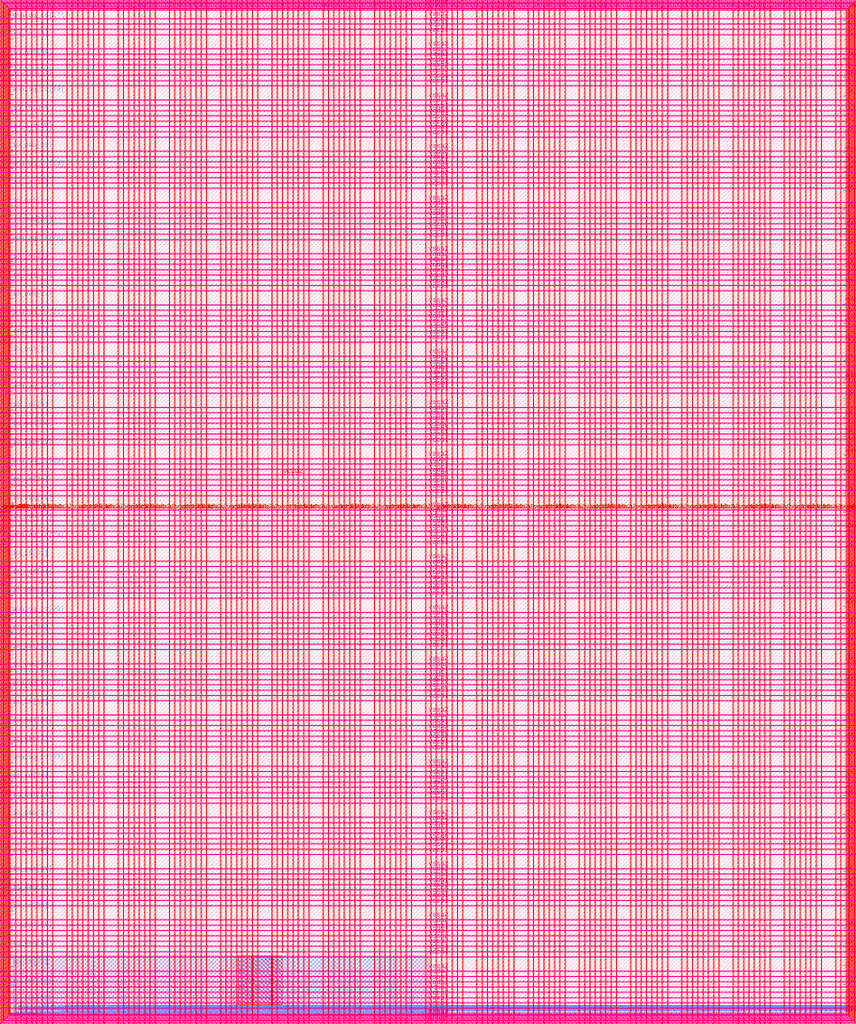
<source format=lef>
VERSION 5.7 ;
  NOWIREEXTENSIONATPIN ON ;
  DIVIDERCHAR "/" ;
  BUSBITCHARS "[]" ;
MACRO user_project_wrapper
  CLASS BLOCK ;
  FOREIGN user_project_wrapper ;
  ORIGIN 0.000 0.000 ;
  SIZE 2920.000 BY 3520.000 ;
  PIN analog_io[0]
    DIRECTION INOUT ;
    USE SIGNAL ;
    PORT
      LAYER met3 ;
        RECT 2917.600 1426.380 2924.800 1427.580 ;
    END
  END analog_io[0]
  PIN analog_io[10]
    DIRECTION INOUT ;
    USE SIGNAL ;
    PORT
      LAYER met2 ;
        RECT 2230.490 3517.600 2231.050 3524.800 ;
    END
  END analog_io[10]
  PIN analog_io[11]
    DIRECTION INOUT ;
    USE SIGNAL ;
    PORT
      LAYER met2 ;
        RECT 1905.730 3517.600 1906.290 3524.800 ;
    END
  END analog_io[11]
  PIN analog_io[12]
    DIRECTION INOUT ;
    USE SIGNAL ;
    PORT
      LAYER met2 ;
        RECT 1581.430 3517.600 1581.990 3524.800 ;
    END
  END analog_io[12]
  PIN analog_io[13]
    DIRECTION INOUT ;
    USE SIGNAL ;
    PORT
      LAYER met2 ;
        RECT 1257.130 3517.600 1257.690 3524.800 ;
    END
  END analog_io[13]
  PIN analog_io[14]
    DIRECTION INOUT ;
    USE SIGNAL ;
    PORT
      LAYER met2 ;
        RECT 932.370 3517.600 932.930 3524.800 ;
    END
  END analog_io[14]
  PIN analog_io[15]
    DIRECTION INOUT ;
    USE SIGNAL ;
    PORT
      LAYER met2 ;
        RECT 608.070 3517.600 608.630 3524.800 ;
    END
  END analog_io[15]
  PIN analog_io[16]
    DIRECTION INOUT ;
    USE SIGNAL ;
    PORT
      LAYER met2 ;
        RECT 283.770 3517.600 284.330 3524.800 ;
    END
  END analog_io[16]
  PIN analog_io[17]
    DIRECTION INOUT ;
    USE SIGNAL ;
    PORT
      LAYER met3 ;
        RECT -4.800 3486.100 2.400 3487.300 ;
    END
  END analog_io[17]
  PIN analog_io[18]
    DIRECTION INOUT ;
    USE SIGNAL ;
    PORT
      LAYER met3 ;
        RECT -4.800 3224.980 2.400 3226.180 ;
    END
  END analog_io[18]
  PIN analog_io[19]
    DIRECTION INOUT ;
    USE SIGNAL ;
    PORT
      LAYER met3 ;
        RECT -4.800 2964.540 2.400 2965.740 ;
    END
  END analog_io[19]
  PIN analog_io[1]
    DIRECTION INOUT ;
    USE SIGNAL ;
    PORT
      LAYER met3 ;
        RECT 2917.600 1692.260 2924.800 1693.460 ;
    END
  END analog_io[1]
  PIN analog_io[20]
    DIRECTION INOUT ;
    USE SIGNAL ;
    PORT
      LAYER met3 ;
        RECT -4.800 2703.420 2.400 2704.620 ;
    END
  END analog_io[20]
  PIN analog_io[21]
    DIRECTION INOUT ;
    USE SIGNAL ;
    PORT
      LAYER met3 ;
        RECT -4.800 2442.980 2.400 2444.180 ;
    END
  END analog_io[21]
  PIN analog_io[22]
    DIRECTION INOUT ;
    USE SIGNAL ;
    PORT
      LAYER met3 ;
        RECT -4.800 2182.540 2.400 2183.740 ;
    END
  END analog_io[22]
  PIN analog_io[23]
    DIRECTION INOUT ;
    USE SIGNAL ;
    PORT
      LAYER met3 ;
        RECT -4.800 1921.420 2.400 1922.620 ;
    END
  END analog_io[23]
  PIN analog_io[24]
    DIRECTION INOUT ;
    USE SIGNAL ;
    PORT
      LAYER met3 ;
        RECT -4.800 1660.980 2.400 1662.180 ;
    END
  END analog_io[24]
  PIN analog_io[25]
    DIRECTION INOUT ;
    USE SIGNAL ;
    PORT
      LAYER met3 ;
        RECT -4.800 1399.860 2.400 1401.060 ;
    END
  END analog_io[25]
  PIN analog_io[26]
    DIRECTION INOUT ;
    USE SIGNAL ;
    PORT
      LAYER met3 ;
        RECT -4.800 1139.420 2.400 1140.620 ;
    END
  END analog_io[26]
  PIN analog_io[27]
    DIRECTION INOUT ;
    USE SIGNAL ;
    PORT
      LAYER met3 ;
        RECT -4.800 878.980 2.400 880.180 ;
    END
  END analog_io[27]
  PIN analog_io[28]
    DIRECTION INOUT ;
    USE SIGNAL ;
    PORT
      LAYER met3 ;
        RECT -4.800 617.860 2.400 619.060 ;
    END
  END analog_io[28]
  PIN analog_io[2]
    DIRECTION INOUT ;
    USE SIGNAL ;
    PORT
      LAYER met3 ;
        RECT 2917.600 1958.140 2924.800 1959.340 ;
    END
  END analog_io[2]
  PIN analog_io[3]
    DIRECTION INOUT ;
    USE SIGNAL ;
    PORT
      LAYER met3 ;
        RECT 2917.600 2223.340 2924.800 2224.540 ;
    END
  END analog_io[3]
  PIN analog_io[4]
    DIRECTION INOUT ;
    USE SIGNAL ;
    PORT
      LAYER met3 ;
        RECT 2917.600 2489.220 2924.800 2490.420 ;
    END
  END analog_io[4]
  PIN analog_io[5]
    DIRECTION INOUT ;
    USE SIGNAL ;
    PORT
      LAYER met3 ;
        RECT 2917.600 2755.100 2924.800 2756.300 ;
    END
  END analog_io[5]
  PIN analog_io[6]
    DIRECTION INOUT ;
    USE SIGNAL ;
    PORT
      LAYER met3 ;
        RECT 2917.600 3020.300 2924.800 3021.500 ;
    END
  END analog_io[6]
  PIN analog_io[7]
    DIRECTION INOUT ;
    USE SIGNAL ;
    PORT
      LAYER met3 ;
        RECT 2917.600 3286.180 2924.800 3287.380 ;
    END
  END analog_io[7]
  PIN analog_io[8]
    DIRECTION INOUT ;
    USE SIGNAL ;
    PORT
      LAYER met2 ;
        RECT 2879.090 3517.600 2879.650 3524.800 ;
    END
  END analog_io[8]
  PIN analog_io[9]
    DIRECTION INOUT ;
    USE SIGNAL ;
    PORT
      LAYER met2 ;
        RECT 2554.790 3517.600 2555.350 3524.800 ;
    END
  END analog_io[9]
  PIN io_in[0]
    DIRECTION INPUT ;
    USE SIGNAL ;
    PORT
      LAYER met3 ;
        RECT 2917.600 32.380 2924.800 33.580 ;
    END
  END io_in[0]
  PIN io_in[10]
    DIRECTION INPUT ;
    USE SIGNAL ;
    PORT
      LAYER met3 ;
        RECT 2917.600 2289.980 2924.800 2291.180 ;
    END
  END io_in[10]
  PIN io_in[11]
    DIRECTION INPUT ;
    USE SIGNAL ;
    PORT
      LAYER met3 ;
        RECT 2917.600 2555.860 2924.800 2557.060 ;
    END
  END io_in[11]
  PIN io_in[12]
    DIRECTION INPUT ;
    USE SIGNAL ;
    PORT
      LAYER met3 ;
        RECT 2917.600 2821.060 2924.800 2822.260 ;
    END
  END io_in[12]
  PIN io_in[13]
    DIRECTION INPUT ;
    USE SIGNAL ;
    PORT
      LAYER met3 ;
        RECT 2917.600 3086.940 2924.800 3088.140 ;
    END
  END io_in[13]
  PIN io_in[14]
    DIRECTION INPUT ;
    USE SIGNAL ;
    PORT
      LAYER met3 ;
        RECT 2917.600 3352.820 2924.800 3354.020 ;
    END
  END io_in[14]
  PIN io_in[15]
    DIRECTION INPUT ;
    USE SIGNAL ;
    PORT
      LAYER met2 ;
        RECT 2798.130 3517.600 2798.690 3524.800 ;
    END
  END io_in[15]
  PIN io_in[16]
    DIRECTION INPUT ;
    USE SIGNAL ;
    PORT
      LAYER met2 ;
        RECT 2473.830 3517.600 2474.390 3524.800 ;
    END
  END io_in[16]
  PIN io_in[17]
    DIRECTION INPUT ;
    USE SIGNAL ;
    PORT
      LAYER met2 ;
        RECT 2149.070 3517.600 2149.630 3524.800 ;
    END
  END io_in[17]
  PIN io_in[18]
    DIRECTION INPUT ;
    USE SIGNAL ;
    PORT
      LAYER met2 ;
        RECT 1824.770 3517.600 1825.330 3524.800 ;
    END
  END io_in[18]
  PIN io_in[19]
    DIRECTION INPUT ;
    USE SIGNAL ;
    PORT
      LAYER met2 ;
        RECT 1500.470 3517.600 1501.030 3524.800 ;
    END
  END io_in[19]
  PIN io_in[1]
    DIRECTION INPUT ;
    USE SIGNAL ;
    PORT
      LAYER met3 ;
        RECT 2917.600 230.940 2924.800 232.140 ;
    END
  END io_in[1]
  PIN io_in[20]
    DIRECTION INPUT ;
    USE SIGNAL ;
    PORT
      LAYER met2 ;
        RECT 1175.710 3517.600 1176.270 3524.800 ;
    END
  END io_in[20]
  PIN io_in[21]
    DIRECTION INPUT ;
    USE SIGNAL ;
    PORT
      LAYER met2 ;
        RECT 851.410 3517.600 851.970 3524.800 ;
    END
  END io_in[21]
  PIN io_in[22]
    DIRECTION INPUT ;
    USE SIGNAL ;
    PORT
      LAYER met2 ;
        RECT 527.110 3517.600 527.670 3524.800 ;
    END
  END io_in[22]
  PIN io_in[23]
    DIRECTION INPUT ;
    USE SIGNAL ;
    PORT
      LAYER met2 ;
        RECT 202.350 3517.600 202.910 3524.800 ;
    END
  END io_in[23]
  PIN io_in[24]
    DIRECTION INPUT ;
    USE SIGNAL ;
    PORT
      LAYER met3 ;
        RECT -4.800 3420.820 2.400 3422.020 ;
    END
  END io_in[24]
  PIN io_in[25]
    DIRECTION INPUT ;
    USE SIGNAL ;
    PORT
      LAYER met3 ;
        RECT -4.800 3159.700 2.400 3160.900 ;
    END
  END io_in[25]
  PIN io_in[26]
    DIRECTION INPUT ;
    USE SIGNAL ;
    PORT
      LAYER met3 ;
        RECT -4.800 2899.260 2.400 2900.460 ;
    END
  END io_in[26]
  PIN io_in[27]
    DIRECTION INPUT ;
    USE SIGNAL ;
    PORT
      LAYER met3 ;
        RECT -4.800 2638.820 2.400 2640.020 ;
    END
  END io_in[27]
  PIN io_in[28]
    DIRECTION INPUT ;
    USE SIGNAL ;
    PORT
      LAYER met3 ;
        RECT -4.800 2377.700 2.400 2378.900 ;
    END
  END io_in[28]
  PIN io_in[29]
    DIRECTION INPUT ;
    USE SIGNAL ;
    PORT
      LAYER met3 ;
        RECT -4.800 2117.260 2.400 2118.460 ;
    END
  END io_in[29]
  PIN io_in[2]
    DIRECTION INPUT ;
    USE SIGNAL ;
    PORT
      LAYER met3 ;
        RECT 2917.600 430.180 2924.800 431.380 ;
    END
  END io_in[2]
  PIN io_in[30]
    DIRECTION INPUT ;
    USE SIGNAL ;
    PORT
      LAYER met3 ;
        RECT -4.800 1856.140 2.400 1857.340 ;
    END
  END io_in[30]
  PIN io_in[31]
    DIRECTION INPUT ;
    USE SIGNAL ;
    PORT
      LAYER met3 ;
        RECT -4.800 1595.700 2.400 1596.900 ;
    END
  END io_in[31]
  PIN io_in[32]
    DIRECTION INPUT ;
    USE SIGNAL ;
    PORT
      LAYER met3 ;
        RECT -4.800 1335.260 2.400 1336.460 ;
    END
  END io_in[32]
  PIN io_in[33]
    DIRECTION INPUT ;
    USE SIGNAL ;
    PORT
      LAYER met3 ;
        RECT -4.800 1074.140 2.400 1075.340 ;
    END
  END io_in[33]
  PIN io_in[34]
    DIRECTION INPUT ;
    USE SIGNAL ;
    PORT
      LAYER met3 ;
        RECT -4.800 813.700 2.400 814.900 ;
    END
  END io_in[34]
  PIN io_in[35]
    DIRECTION INPUT ;
    USE SIGNAL ;
    PORT
      LAYER met3 ;
        RECT -4.800 552.580 2.400 553.780 ;
    END
  END io_in[35]
  PIN io_in[36]
    DIRECTION INPUT ;
    USE SIGNAL ;
    PORT
      LAYER met3 ;
        RECT -4.800 357.420 2.400 358.620 ;
    END
  END io_in[36]
  PIN io_in[37]
    DIRECTION INPUT ;
    USE SIGNAL ;
    PORT
      LAYER met3 ;
        RECT -4.800 161.580 2.400 162.780 ;
    END
  END io_in[37]
  PIN io_in[3]
    DIRECTION INPUT ;
    USE SIGNAL ;
    PORT
      LAYER met3 ;
        RECT 2917.600 629.420 2924.800 630.620 ;
    END
  END io_in[3]
  PIN io_in[4]
    DIRECTION INPUT ;
    USE SIGNAL ;
    PORT
      LAYER met3 ;
        RECT 2917.600 828.660 2924.800 829.860 ;
    END
  END io_in[4]
  PIN io_in[5]
    DIRECTION INPUT ;
    USE SIGNAL ;
    PORT
      LAYER met3 ;
        RECT 2917.600 1027.900 2924.800 1029.100 ;
    END
  END io_in[5]
  PIN io_in[6]
    DIRECTION INPUT ;
    USE SIGNAL ;
    PORT
      LAYER met3 ;
        RECT 2917.600 1227.140 2924.800 1228.340 ;
    END
  END io_in[6]
  PIN io_in[7]
    DIRECTION INPUT ;
    USE SIGNAL ;
    PORT
      LAYER met3 ;
        RECT 2917.600 1493.020 2924.800 1494.220 ;
    END
  END io_in[7]
  PIN io_in[8]
    DIRECTION INPUT ;
    USE SIGNAL ;
    PORT
      LAYER met3 ;
        RECT 2917.600 1758.900 2924.800 1760.100 ;
    END
  END io_in[8]
  PIN io_in[9]
    DIRECTION INPUT ;
    USE SIGNAL ;
    PORT
      LAYER met3 ;
        RECT 2917.600 2024.100 2924.800 2025.300 ;
    END
  END io_in[9]
  PIN io_oeb[0]
    DIRECTION OUTPUT TRISTATE ;
    USE SIGNAL ;
    PORT
      LAYER met3 ;
        RECT 2917.600 164.980 2924.800 166.180 ;
    END
  END io_oeb[0]
  PIN io_oeb[10]
    DIRECTION OUTPUT TRISTATE ;
    USE SIGNAL ;
    PORT
      LAYER met3 ;
        RECT 2917.600 2422.580 2924.800 2423.780 ;
    END
  END io_oeb[10]
  PIN io_oeb[11]
    DIRECTION OUTPUT TRISTATE ;
    USE SIGNAL ;
    PORT
      LAYER met3 ;
        RECT 2917.600 2688.460 2924.800 2689.660 ;
    END
  END io_oeb[11]
  PIN io_oeb[12]
    DIRECTION OUTPUT TRISTATE ;
    USE SIGNAL ;
    PORT
      LAYER met3 ;
        RECT 2917.600 2954.340 2924.800 2955.540 ;
    END
  END io_oeb[12]
  PIN io_oeb[13]
    DIRECTION OUTPUT TRISTATE ;
    USE SIGNAL ;
    PORT
      LAYER met3 ;
        RECT 2917.600 3219.540 2924.800 3220.740 ;
    END
  END io_oeb[13]
  PIN io_oeb[14]
    DIRECTION OUTPUT TRISTATE ;
    USE SIGNAL ;
    PORT
      LAYER met3 ;
        RECT 2917.600 3485.420 2924.800 3486.620 ;
    END
  END io_oeb[14]
  PIN io_oeb[15]
    DIRECTION OUTPUT TRISTATE ;
    USE SIGNAL ;
    PORT
      LAYER met2 ;
        RECT 2635.750 3517.600 2636.310 3524.800 ;
    END
  END io_oeb[15]
  PIN io_oeb[16]
    DIRECTION OUTPUT TRISTATE ;
    USE SIGNAL ;
    PORT
      LAYER met2 ;
        RECT 2311.450 3517.600 2312.010 3524.800 ;
    END
  END io_oeb[16]
  PIN io_oeb[17]
    DIRECTION OUTPUT TRISTATE ;
    USE SIGNAL ;
    PORT
      LAYER met2 ;
        RECT 1987.150 3517.600 1987.710 3524.800 ;
    END
  END io_oeb[17]
  PIN io_oeb[18]
    DIRECTION OUTPUT TRISTATE ;
    USE SIGNAL ;
    PORT
      LAYER met2 ;
        RECT 1662.390 3517.600 1662.950 3524.800 ;
    END
  END io_oeb[18]
  PIN io_oeb[19]
    DIRECTION OUTPUT TRISTATE ;
    USE SIGNAL ;
    PORT
      LAYER met2 ;
        RECT 1338.090 3517.600 1338.650 3524.800 ;
    END
  END io_oeb[19]
  PIN io_oeb[1]
    DIRECTION OUTPUT TRISTATE ;
    USE SIGNAL ;
    PORT
      LAYER met3 ;
        RECT 2917.600 364.220 2924.800 365.420 ;
    END
  END io_oeb[1]
  PIN io_oeb[20]
    DIRECTION OUTPUT TRISTATE ;
    USE SIGNAL ;
    PORT
      LAYER met2 ;
        RECT 1013.790 3517.600 1014.350 3524.800 ;
    END
  END io_oeb[20]
  PIN io_oeb[21]
    DIRECTION OUTPUT TRISTATE ;
    USE SIGNAL ;
    PORT
      LAYER met2 ;
        RECT 689.030 3517.600 689.590 3524.800 ;
    END
  END io_oeb[21]
  PIN io_oeb[22]
    DIRECTION OUTPUT TRISTATE ;
    USE SIGNAL ;
    PORT
      LAYER met2 ;
        RECT 364.730 3517.600 365.290 3524.800 ;
    END
  END io_oeb[22]
  PIN io_oeb[23]
    DIRECTION OUTPUT TRISTATE ;
    USE SIGNAL ;
    PORT
      LAYER met2 ;
        RECT 40.430 3517.600 40.990 3524.800 ;
    END
  END io_oeb[23]
  PIN io_oeb[24]
    DIRECTION OUTPUT TRISTATE ;
    USE SIGNAL ;
    PORT
      LAYER met3 ;
        RECT -4.800 3290.260 2.400 3291.460 ;
    END
  END io_oeb[24]
  PIN io_oeb[25]
    DIRECTION OUTPUT TRISTATE ;
    USE SIGNAL ;
    PORT
      LAYER met3 ;
        RECT -4.800 3029.820 2.400 3031.020 ;
    END
  END io_oeb[25]
  PIN io_oeb[26]
    DIRECTION OUTPUT TRISTATE ;
    USE SIGNAL ;
    PORT
      LAYER met3 ;
        RECT -4.800 2768.700 2.400 2769.900 ;
    END
  END io_oeb[26]
  PIN io_oeb[27]
    DIRECTION OUTPUT TRISTATE ;
    USE SIGNAL ;
    PORT
      LAYER met3 ;
        RECT -4.800 2508.260 2.400 2509.460 ;
    END
  END io_oeb[27]
  PIN io_oeb[28]
    DIRECTION OUTPUT TRISTATE ;
    USE SIGNAL ;
    PORT
      LAYER met3 ;
        RECT -4.800 2247.140 2.400 2248.340 ;
    END
  END io_oeb[28]
  PIN io_oeb[29]
    DIRECTION OUTPUT TRISTATE ;
    USE SIGNAL ;
    PORT
      LAYER met3 ;
        RECT -4.800 1986.700 2.400 1987.900 ;
    END
  END io_oeb[29]
  PIN io_oeb[2]
    DIRECTION OUTPUT TRISTATE ;
    USE SIGNAL ;
    PORT
      LAYER met3 ;
        RECT 2917.600 563.460 2924.800 564.660 ;
    END
  END io_oeb[2]
  PIN io_oeb[30]
    DIRECTION OUTPUT TRISTATE ;
    USE SIGNAL ;
    PORT
      LAYER met3 ;
        RECT -4.800 1726.260 2.400 1727.460 ;
    END
  END io_oeb[30]
  PIN io_oeb[31]
    DIRECTION OUTPUT TRISTATE ;
    USE SIGNAL ;
    PORT
      LAYER met3 ;
        RECT -4.800 1465.140 2.400 1466.340 ;
    END
  END io_oeb[31]
  PIN io_oeb[32]
    DIRECTION OUTPUT TRISTATE ;
    USE SIGNAL ;
    PORT
      LAYER met3 ;
        RECT -4.800 1204.700 2.400 1205.900 ;
    END
  END io_oeb[32]
  PIN io_oeb[33]
    DIRECTION OUTPUT TRISTATE ;
    USE SIGNAL ;
    PORT
      LAYER met3 ;
        RECT -4.800 943.580 2.400 944.780 ;
    END
  END io_oeb[33]
  PIN io_oeb[34]
    DIRECTION OUTPUT TRISTATE ;
    USE SIGNAL ;
    PORT
      LAYER met3 ;
        RECT -4.800 683.140 2.400 684.340 ;
    END
  END io_oeb[34]
  PIN io_oeb[35]
    DIRECTION OUTPUT TRISTATE ;
    USE SIGNAL ;
    PORT
      LAYER met3 ;
        RECT -4.800 422.700 2.400 423.900 ;
    END
  END io_oeb[35]
  PIN io_oeb[36]
    DIRECTION OUTPUT TRISTATE ;
    USE SIGNAL ;
    PORT
      LAYER met3 ;
        RECT -4.800 226.860 2.400 228.060 ;
    END
  END io_oeb[36]
  PIN io_oeb[37]
    DIRECTION OUTPUT TRISTATE ;
    USE SIGNAL ;
    PORT
      LAYER met3 ;
        RECT -4.800 31.700 2.400 32.900 ;
    END
  END io_oeb[37]
  PIN io_oeb[3]
    DIRECTION OUTPUT TRISTATE ;
    USE SIGNAL ;
    PORT
      LAYER met3 ;
        RECT 2917.600 762.700 2924.800 763.900 ;
    END
  END io_oeb[3]
  PIN io_oeb[4]
    DIRECTION OUTPUT TRISTATE ;
    USE SIGNAL ;
    PORT
      LAYER met3 ;
        RECT 2917.600 961.940 2924.800 963.140 ;
    END
  END io_oeb[4]
  PIN io_oeb[5]
    DIRECTION OUTPUT TRISTATE ;
    USE SIGNAL ;
    PORT
      LAYER met3 ;
        RECT 2917.600 1161.180 2924.800 1162.380 ;
    END
  END io_oeb[5]
  PIN io_oeb[6]
    DIRECTION OUTPUT TRISTATE ;
    USE SIGNAL ;
    PORT
      LAYER met3 ;
        RECT 2917.600 1360.420 2924.800 1361.620 ;
    END
  END io_oeb[6]
  PIN io_oeb[7]
    DIRECTION OUTPUT TRISTATE ;
    USE SIGNAL ;
    PORT
      LAYER met3 ;
        RECT 2917.600 1625.620 2924.800 1626.820 ;
    END
  END io_oeb[7]
  PIN io_oeb[8]
    DIRECTION OUTPUT TRISTATE ;
    USE SIGNAL ;
    PORT
      LAYER met3 ;
        RECT 2917.600 1891.500 2924.800 1892.700 ;
    END
  END io_oeb[8]
  PIN io_oeb[9]
    DIRECTION OUTPUT TRISTATE ;
    USE SIGNAL ;
    PORT
      LAYER met3 ;
        RECT 2917.600 2157.380 2924.800 2158.580 ;
    END
  END io_oeb[9]
  PIN io_out[0]
    DIRECTION OUTPUT TRISTATE ;
    USE SIGNAL ;
    PORT
      LAYER met3 ;
        RECT 2917.600 98.340 2924.800 99.540 ;
    END
  END io_out[0]
  PIN io_out[10]
    DIRECTION OUTPUT TRISTATE ;
    USE SIGNAL ;
    PORT
      LAYER met3 ;
        RECT 2917.600 2356.620 2924.800 2357.820 ;
    END
  END io_out[10]
  PIN io_out[11]
    DIRECTION OUTPUT TRISTATE ;
    USE SIGNAL ;
    PORT
      LAYER met3 ;
        RECT 2917.600 2621.820 2924.800 2623.020 ;
    END
  END io_out[11]
  PIN io_out[12]
    DIRECTION OUTPUT TRISTATE ;
    USE SIGNAL ;
    PORT
      LAYER met3 ;
        RECT 2917.600 2887.700 2924.800 2888.900 ;
    END
  END io_out[12]
  PIN io_out[13]
    DIRECTION OUTPUT TRISTATE ;
    USE SIGNAL ;
    PORT
      LAYER met3 ;
        RECT 2917.600 3153.580 2924.800 3154.780 ;
    END
  END io_out[13]
  PIN io_out[14]
    DIRECTION OUTPUT TRISTATE ;
    USE SIGNAL ;
    PORT
      LAYER met3 ;
        RECT 2917.600 3418.780 2924.800 3419.980 ;
    END
  END io_out[14]
  PIN io_out[15]
    DIRECTION OUTPUT TRISTATE ;
    USE SIGNAL ;
    PORT
      LAYER met2 ;
        RECT 2717.170 3517.600 2717.730 3524.800 ;
    END
  END io_out[15]
  PIN io_out[16]
    DIRECTION OUTPUT TRISTATE ;
    USE SIGNAL ;
    PORT
      LAYER met2 ;
        RECT 2392.410 3517.600 2392.970 3524.800 ;
    END
  END io_out[16]
  PIN io_out[17]
    DIRECTION OUTPUT TRISTATE ;
    USE SIGNAL ;
    PORT
      LAYER met2 ;
        RECT 2068.110 3517.600 2068.670 3524.800 ;
    END
  END io_out[17]
  PIN io_out[18]
    DIRECTION OUTPUT TRISTATE ;
    USE SIGNAL ;
    PORT
      LAYER met2 ;
        RECT 1743.810 3517.600 1744.370 3524.800 ;
    END
  END io_out[18]
  PIN io_out[19]
    DIRECTION OUTPUT TRISTATE ;
    USE SIGNAL ;
    PORT
      LAYER met2 ;
        RECT 1419.050 3517.600 1419.610 3524.800 ;
    END
  END io_out[19]
  PIN io_out[1]
    DIRECTION OUTPUT TRISTATE ;
    USE SIGNAL ;
    PORT
      LAYER met3 ;
        RECT 2917.600 297.580 2924.800 298.780 ;
    END
  END io_out[1]
  PIN io_out[20]
    DIRECTION OUTPUT TRISTATE ;
    USE SIGNAL ;
    PORT
      LAYER met2 ;
        RECT 1094.750 3517.600 1095.310 3524.800 ;
    END
  END io_out[20]
  PIN io_out[21]
    DIRECTION OUTPUT TRISTATE ;
    USE SIGNAL ;
    PORT
      LAYER met2 ;
        RECT 770.450 3517.600 771.010 3524.800 ;
    END
  END io_out[21]
  PIN io_out[22]
    DIRECTION OUTPUT TRISTATE ;
    USE SIGNAL ;
    PORT
      LAYER met2 ;
        RECT 445.690 3517.600 446.250 3524.800 ;
    END
  END io_out[22]
  PIN io_out[23]
    DIRECTION OUTPUT TRISTATE ;
    USE SIGNAL ;
    PORT
      LAYER met2 ;
        RECT 121.390 3517.600 121.950 3524.800 ;
    END
  END io_out[23]
  PIN io_out[24]
    DIRECTION OUTPUT TRISTATE ;
    USE SIGNAL ;
    PORT
      LAYER met3 ;
        RECT -4.800 3355.540 2.400 3356.740 ;
    END
  END io_out[24]
  PIN io_out[25]
    DIRECTION OUTPUT TRISTATE ;
    USE SIGNAL ;
    PORT
      LAYER met3 ;
        RECT -4.800 3095.100 2.400 3096.300 ;
    END
  END io_out[25]
  PIN io_out[26]
    DIRECTION OUTPUT TRISTATE ;
    USE SIGNAL ;
    PORT
      LAYER met3 ;
        RECT -4.800 2833.980 2.400 2835.180 ;
    END
  END io_out[26]
  PIN io_out[27]
    DIRECTION OUTPUT TRISTATE ;
    USE SIGNAL ;
    PORT
      LAYER met3 ;
        RECT -4.800 2573.540 2.400 2574.740 ;
    END
  END io_out[27]
  PIN io_out[28]
    DIRECTION OUTPUT TRISTATE ;
    USE SIGNAL ;
    PORT
      LAYER met3 ;
        RECT -4.800 2312.420 2.400 2313.620 ;
    END
  END io_out[28]
  PIN io_out[29]
    DIRECTION OUTPUT TRISTATE ;
    USE SIGNAL ;
    PORT
      LAYER met3 ;
        RECT -4.800 2051.980 2.400 2053.180 ;
    END
  END io_out[29]
  PIN io_out[2]
    DIRECTION OUTPUT TRISTATE ;
    USE SIGNAL ;
    PORT
      LAYER met3 ;
        RECT 2917.600 496.820 2924.800 498.020 ;
    END
  END io_out[2]
  PIN io_out[30]
    DIRECTION OUTPUT TRISTATE ;
    USE SIGNAL ;
    PORT
      LAYER met3 ;
        RECT -4.800 1791.540 2.400 1792.740 ;
    END
  END io_out[30]
  PIN io_out[31]
    DIRECTION OUTPUT TRISTATE ;
    USE SIGNAL ;
    PORT
      LAYER met3 ;
        RECT -4.800 1530.420 2.400 1531.620 ;
    END
  END io_out[31]
  PIN io_out[32]
    DIRECTION OUTPUT TRISTATE ;
    USE SIGNAL ;
    PORT
      LAYER met3 ;
        RECT -4.800 1269.980 2.400 1271.180 ;
    END
  END io_out[32]
  PIN io_out[33]
    DIRECTION OUTPUT TRISTATE ;
    USE SIGNAL ;
    PORT
      LAYER met3 ;
        RECT -4.800 1008.860 2.400 1010.060 ;
    END
  END io_out[33]
  PIN io_out[34]
    DIRECTION OUTPUT TRISTATE ;
    USE SIGNAL ;
    PORT
      LAYER met3 ;
        RECT -4.800 748.420 2.400 749.620 ;
    END
  END io_out[34]
  PIN io_out[35]
    DIRECTION OUTPUT TRISTATE ;
    USE SIGNAL ;
    PORT
      LAYER met3 ;
        RECT -4.800 487.300 2.400 488.500 ;
    END
  END io_out[35]
  PIN io_out[36]
    DIRECTION OUTPUT TRISTATE ;
    USE SIGNAL ;
    PORT
      LAYER met3 ;
        RECT -4.800 292.140 2.400 293.340 ;
    END
  END io_out[36]
  PIN io_out[37]
    DIRECTION OUTPUT TRISTATE ;
    USE SIGNAL ;
    PORT
      LAYER met3 ;
        RECT -4.800 96.300 2.400 97.500 ;
    END
  END io_out[37]
  PIN io_out[3]
    DIRECTION OUTPUT TRISTATE ;
    USE SIGNAL ;
    PORT
      LAYER met3 ;
        RECT 2917.600 696.060 2924.800 697.260 ;
    END
  END io_out[3]
  PIN io_out[4]
    DIRECTION OUTPUT TRISTATE ;
    USE SIGNAL ;
    PORT
      LAYER met3 ;
        RECT 2917.600 895.300 2924.800 896.500 ;
    END
  END io_out[4]
  PIN io_out[5]
    DIRECTION OUTPUT TRISTATE ;
    USE SIGNAL ;
    PORT
      LAYER met3 ;
        RECT 2917.600 1094.540 2924.800 1095.740 ;
    END
  END io_out[5]
  PIN io_out[6]
    DIRECTION OUTPUT TRISTATE ;
    USE SIGNAL ;
    PORT
      LAYER met3 ;
        RECT 2917.600 1293.780 2924.800 1294.980 ;
    END
  END io_out[6]
  PIN io_out[7]
    DIRECTION OUTPUT TRISTATE ;
    USE SIGNAL ;
    PORT
      LAYER met3 ;
        RECT 2917.600 1559.660 2924.800 1560.860 ;
    END
  END io_out[7]
  PIN io_out[8]
    DIRECTION OUTPUT TRISTATE ;
    USE SIGNAL ;
    PORT
      LAYER met3 ;
        RECT 2917.600 1824.860 2924.800 1826.060 ;
    END
  END io_out[8]
  PIN io_out[9]
    DIRECTION OUTPUT TRISTATE ;
    USE SIGNAL ;
    PORT
      LAYER met3 ;
        RECT 2917.600 2090.740 2924.800 2091.940 ;
    END
  END io_out[9]
  PIN la_data_in[0]
    DIRECTION INPUT ;
    USE SIGNAL ;
    PORT
      LAYER met2 ;
        RECT 629.230 -4.800 629.790 2.400 ;
    END
  END la_data_in[0]
  PIN la_data_in[100]
    DIRECTION INPUT ;
    USE SIGNAL ;
    PORT
      LAYER met2 ;
        RECT 2402.530 -4.800 2403.090 2.400 ;
    END
  END la_data_in[100]
  PIN la_data_in[101]
    DIRECTION INPUT ;
    USE SIGNAL ;
    PORT
      LAYER met2 ;
        RECT 2420.010 -4.800 2420.570 2.400 ;
    END
  END la_data_in[101]
  PIN la_data_in[102]
    DIRECTION INPUT ;
    USE SIGNAL ;
    PORT
      LAYER met2 ;
        RECT 2437.950 -4.800 2438.510 2.400 ;
    END
  END la_data_in[102]
  PIN la_data_in[103]
    DIRECTION INPUT ;
    USE SIGNAL ;
    PORT
      LAYER met2 ;
        RECT 2455.430 -4.800 2455.990 2.400 ;
    END
  END la_data_in[103]
  PIN la_data_in[104]
    DIRECTION INPUT ;
    USE SIGNAL ;
    PORT
      LAYER met2 ;
        RECT 2473.370 -4.800 2473.930 2.400 ;
    END
  END la_data_in[104]
  PIN la_data_in[105]
    DIRECTION INPUT ;
    USE SIGNAL ;
    PORT
      LAYER met2 ;
        RECT 2490.850 -4.800 2491.410 2.400 ;
    END
  END la_data_in[105]
  PIN la_data_in[106]
    DIRECTION INPUT ;
    USE SIGNAL ;
    PORT
      LAYER met2 ;
        RECT 2508.790 -4.800 2509.350 2.400 ;
    END
  END la_data_in[106]
  PIN la_data_in[107]
    DIRECTION INPUT ;
    USE SIGNAL ;
    PORT
      LAYER met2 ;
        RECT 2526.730 -4.800 2527.290 2.400 ;
    END
  END la_data_in[107]
  PIN la_data_in[108]
    DIRECTION INPUT ;
    USE SIGNAL ;
    PORT
      LAYER met2 ;
        RECT 2544.210 -4.800 2544.770 2.400 ;
    END
  END la_data_in[108]
  PIN la_data_in[109]
    DIRECTION INPUT ;
    USE SIGNAL ;
    PORT
      LAYER met2 ;
        RECT 2562.150 -4.800 2562.710 2.400 ;
    END
  END la_data_in[109]
  PIN la_data_in[10]
    DIRECTION INPUT ;
    USE SIGNAL ;
    PORT
      LAYER met2 ;
        RECT 806.330 -4.800 806.890 2.400 ;
    END
  END la_data_in[10]
  PIN la_data_in[110]
    DIRECTION INPUT ;
    USE SIGNAL ;
    PORT
      LAYER met2 ;
        RECT 2579.630 -4.800 2580.190 2.400 ;
    END
  END la_data_in[110]
  PIN la_data_in[111]
    DIRECTION INPUT ;
    USE SIGNAL ;
    PORT
      LAYER met2 ;
        RECT 2597.570 -4.800 2598.130 2.400 ;
    END
  END la_data_in[111]
  PIN la_data_in[112]
    DIRECTION INPUT ;
    USE SIGNAL ;
    PORT
      LAYER met2 ;
        RECT 2615.050 -4.800 2615.610 2.400 ;
    END
  END la_data_in[112]
  PIN la_data_in[113]
    DIRECTION INPUT ;
    USE SIGNAL ;
    PORT
      LAYER met2 ;
        RECT 2632.990 -4.800 2633.550 2.400 ;
    END
  END la_data_in[113]
  PIN la_data_in[114]
    DIRECTION INPUT ;
    USE SIGNAL ;
    PORT
      LAYER met2 ;
        RECT 2650.470 -4.800 2651.030 2.400 ;
    END
  END la_data_in[114]
  PIN la_data_in[115]
    DIRECTION INPUT ;
    USE SIGNAL ;
    PORT
      LAYER met2 ;
        RECT 2668.410 -4.800 2668.970 2.400 ;
    END
  END la_data_in[115]
  PIN la_data_in[116]
    DIRECTION INPUT ;
    USE SIGNAL ;
    PORT
      LAYER met2 ;
        RECT 2685.890 -4.800 2686.450 2.400 ;
    END
  END la_data_in[116]
  PIN la_data_in[117]
    DIRECTION INPUT ;
    USE SIGNAL ;
    PORT
      LAYER met2 ;
        RECT 2703.830 -4.800 2704.390 2.400 ;
    END
  END la_data_in[117]
  PIN la_data_in[118]
    DIRECTION INPUT ;
    USE SIGNAL ;
    PORT
      LAYER met2 ;
        RECT 2721.770 -4.800 2722.330 2.400 ;
    END
  END la_data_in[118]
  PIN la_data_in[119]
    DIRECTION INPUT ;
    USE SIGNAL ;
    PORT
      LAYER met2 ;
        RECT 2739.250 -4.800 2739.810 2.400 ;
    END
  END la_data_in[119]
  PIN la_data_in[11]
    DIRECTION INPUT ;
    USE SIGNAL ;
    PORT
      LAYER met2 ;
        RECT 824.270 -4.800 824.830 2.400 ;
    END
  END la_data_in[11]
  PIN la_data_in[120]
    DIRECTION INPUT ;
    USE SIGNAL ;
    PORT
      LAYER met2 ;
        RECT 2757.190 -4.800 2757.750 2.400 ;
    END
  END la_data_in[120]
  PIN la_data_in[121]
    DIRECTION INPUT ;
    USE SIGNAL ;
    PORT
      LAYER met2 ;
        RECT 2774.670 -4.800 2775.230 2.400 ;
    END
  END la_data_in[121]
  PIN la_data_in[122]
    DIRECTION INPUT ;
    USE SIGNAL ;
    PORT
      LAYER met2 ;
        RECT 2792.610 -4.800 2793.170 2.400 ;
    END
  END la_data_in[122]
  PIN la_data_in[123]
    DIRECTION INPUT ;
    USE SIGNAL ;
    PORT
      LAYER met2 ;
        RECT 2810.090 -4.800 2810.650 2.400 ;
    END
  END la_data_in[123]
  PIN la_data_in[124]
    DIRECTION INPUT ;
    USE SIGNAL ;
    PORT
      LAYER met2 ;
        RECT 2828.030 -4.800 2828.590 2.400 ;
    END
  END la_data_in[124]
  PIN la_data_in[125]
    DIRECTION INPUT ;
    USE SIGNAL ;
    PORT
      LAYER met2 ;
        RECT 2845.510 -4.800 2846.070 2.400 ;
    END
  END la_data_in[125]
  PIN la_data_in[126]
    DIRECTION INPUT ;
    USE SIGNAL ;
    PORT
      LAYER met2 ;
        RECT 2863.450 -4.800 2864.010 2.400 ;
    END
  END la_data_in[126]
  PIN la_data_in[127]
    DIRECTION INPUT ;
    USE SIGNAL ;
    PORT
      LAYER met2 ;
        RECT 2881.390 -4.800 2881.950 2.400 ;
    END
  END la_data_in[127]
  PIN la_data_in[12]
    DIRECTION INPUT ;
    USE SIGNAL ;
    PORT
      LAYER met2 ;
        RECT 841.750 -4.800 842.310 2.400 ;
    END
  END la_data_in[12]
  PIN la_data_in[13]
    DIRECTION INPUT ;
    USE SIGNAL ;
    PORT
      LAYER met2 ;
        RECT 859.690 -4.800 860.250 2.400 ;
    END
  END la_data_in[13]
  PIN la_data_in[14]
    DIRECTION INPUT ;
    USE SIGNAL ;
    PORT
      LAYER met2 ;
        RECT 877.170 -4.800 877.730 2.400 ;
    END
  END la_data_in[14]
  PIN la_data_in[15]
    DIRECTION INPUT ;
    USE SIGNAL ;
    PORT
      LAYER met2 ;
        RECT 895.110 -4.800 895.670 2.400 ;
    END
  END la_data_in[15]
  PIN la_data_in[16]
    DIRECTION INPUT ;
    USE SIGNAL ;
    PORT
      LAYER met2 ;
        RECT 912.590 -4.800 913.150 2.400 ;
    END
  END la_data_in[16]
  PIN la_data_in[17]
    DIRECTION INPUT ;
    USE SIGNAL ;
    PORT
      LAYER met2 ;
        RECT 930.530 -4.800 931.090 2.400 ;
    END
  END la_data_in[17]
  PIN la_data_in[18]
    DIRECTION INPUT ;
    USE SIGNAL ;
    PORT
      LAYER met2 ;
        RECT 948.470 -4.800 949.030 2.400 ;
    END
  END la_data_in[18]
  PIN la_data_in[19]
    DIRECTION INPUT ;
    USE SIGNAL ;
    PORT
      LAYER met2 ;
        RECT 965.950 -4.800 966.510 2.400 ;
    END
  END la_data_in[19]
  PIN la_data_in[1]
    DIRECTION INPUT ;
    USE SIGNAL ;
    PORT
      LAYER met2 ;
        RECT 646.710 -4.800 647.270 2.400 ;
    END
  END la_data_in[1]
  PIN la_data_in[20]
    DIRECTION INPUT ;
    USE SIGNAL ;
    PORT
      LAYER met2 ;
        RECT 983.890 -4.800 984.450 2.400 ;
    END
  END la_data_in[20]
  PIN la_data_in[21]
    DIRECTION INPUT ;
    USE SIGNAL ;
    PORT
      LAYER met2 ;
        RECT 1001.370 -4.800 1001.930 2.400 ;
    END
  END la_data_in[21]
  PIN la_data_in[22]
    DIRECTION INPUT ;
    USE SIGNAL ;
    PORT
      LAYER met2 ;
        RECT 1019.310 -4.800 1019.870 2.400 ;
    END
  END la_data_in[22]
  PIN la_data_in[23]
    DIRECTION INPUT ;
    USE SIGNAL ;
    PORT
      LAYER met2 ;
        RECT 1036.790 -4.800 1037.350 2.400 ;
    END
  END la_data_in[23]
  PIN la_data_in[24]
    DIRECTION INPUT ;
    USE SIGNAL ;
    PORT
      LAYER met2 ;
        RECT 1054.730 -4.800 1055.290 2.400 ;
    END
  END la_data_in[24]
  PIN la_data_in[25]
    DIRECTION INPUT ;
    USE SIGNAL ;
    PORT
      LAYER met2 ;
        RECT 1072.210 -4.800 1072.770 2.400 ;
    END
  END la_data_in[25]
  PIN la_data_in[26]
    DIRECTION INPUT ;
    USE SIGNAL ;
    PORT
      LAYER met2 ;
        RECT 1090.150 -4.800 1090.710 2.400 ;
    END
  END la_data_in[26]
  PIN la_data_in[27]
    DIRECTION INPUT ;
    USE SIGNAL ;
    PORT
      LAYER met2 ;
        RECT 1107.630 -4.800 1108.190 2.400 ;
    END
  END la_data_in[27]
  PIN la_data_in[28]
    DIRECTION INPUT ;
    USE SIGNAL ;
    PORT
      LAYER met2 ;
        RECT 1125.570 -4.800 1126.130 2.400 ;
    END
  END la_data_in[28]
  PIN la_data_in[29]
    DIRECTION INPUT ;
    USE SIGNAL ;
    PORT
      LAYER met2 ;
        RECT 1143.510 -4.800 1144.070 2.400 ;
    END
  END la_data_in[29]
  PIN la_data_in[2]
    DIRECTION INPUT ;
    USE SIGNAL ;
    PORT
      LAYER met2 ;
        RECT 664.650 -4.800 665.210 2.400 ;
    END
  END la_data_in[2]
  PIN la_data_in[30]
    DIRECTION INPUT ;
    USE SIGNAL ;
    PORT
      LAYER met2 ;
        RECT 1160.990 -4.800 1161.550 2.400 ;
    END
  END la_data_in[30]
  PIN la_data_in[31]
    DIRECTION INPUT ;
    USE SIGNAL ;
    PORT
      LAYER met2 ;
        RECT 1178.930 -4.800 1179.490 2.400 ;
    END
  END la_data_in[31]
  PIN la_data_in[32]
    DIRECTION INPUT ;
    USE SIGNAL ;
    PORT
      LAYER met2 ;
        RECT 1196.410 -4.800 1196.970 2.400 ;
    END
  END la_data_in[32]
  PIN la_data_in[33]
    DIRECTION INPUT ;
    USE SIGNAL ;
    PORT
      LAYER met2 ;
        RECT 1214.350 -4.800 1214.910 2.400 ;
    END
  END la_data_in[33]
  PIN la_data_in[34]
    DIRECTION INPUT ;
    USE SIGNAL ;
    PORT
      LAYER met2 ;
        RECT 1231.830 -4.800 1232.390 2.400 ;
    END
  END la_data_in[34]
  PIN la_data_in[35]
    DIRECTION INPUT ;
    USE SIGNAL ;
    PORT
      LAYER met2 ;
        RECT 1249.770 -4.800 1250.330 2.400 ;
    END
  END la_data_in[35]
  PIN la_data_in[36]
    DIRECTION INPUT ;
    USE SIGNAL ;
    PORT
      LAYER met2 ;
        RECT 1267.250 -4.800 1267.810 2.400 ;
    END
  END la_data_in[36]
  PIN la_data_in[37]
    DIRECTION INPUT ;
    USE SIGNAL ;
    PORT
      LAYER met2 ;
        RECT 1285.190 -4.800 1285.750 2.400 ;
    END
  END la_data_in[37]
  PIN la_data_in[38]
    DIRECTION INPUT ;
    USE SIGNAL ;
    PORT
      LAYER met2 ;
        RECT 1303.130 -4.800 1303.690 2.400 ;
    END
  END la_data_in[38]
  PIN la_data_in[39]
    DIRECTION INPUT ;
    USE SIGNAL ;
    PORT
      LAYER met2 ;
        RECT 1320.610 -4.800 1321.170 2.400 ;
    END
  END la_data_in[39]
  PIN la_data_in[3]
    DIRECTION INPUT ;
    USE SIGNAL ;
    PORT
      LAYER met2 ;
        RECT 682.130 -4.800 682.690 2.400 ;
    END
  END la_data_in[3]
  PIN la_data_in[40]
    DIRECTION INPUT ;
    USE SIGNAL ;
    PORT
      LAYER met2 ;
        RECT 1338.550 -4.800 1339.110 2.400 ;
    END
  END la_data_in[40]
  PIN la_data_in[41]
    DIRECTION INPUT ;
    USE SIGNAL ;
    PORT
      LAYER met2 ;
        RECT 1356.030 -4.800 1356.590 2.400 ;
    END
  END la_data_in[41]
  PIN la_data_in[42]
    DIRECTION INPUT ;
    USE SIGNAL ;
    PORT
      LAYER met2 ;
        RECT 1373.970 -4.800 1374.530 2.400 ;
    END
  END la_data_in[42]
  PIN la_data_in[43]
    DIRECTION INPUT ;
    USE SIGNAL ;
    PORT
      LAYER met2 ;
        RECT 1391.450 -4.800 1392.010 2.400 ;
    END
  END la_data_in[43]
  PIN la_data_in[44]
    DIRECTION INPUT ;
    USE SIGNAL ;
    PORT
      LAYER met2 ;
        RECT 1409.390 -4.800 1409.950 2.400 ;
    END
  END la_data_in[44]
  PIN la_data_in[45]
    DIRECTION INPUT ;
    USE SIGNAL ;
    PORT
      LAYER met2 ;
        RECT 1426.870 -4.800 1427.430 2.400 ;
    END
  END la_data_in[45]
  PIN la_data_in[46]
    DIRECTION INPUT ;
    USE SIGNAL ;
    PORT
      LAYER met2 ;
        RECT 1444.810 -4.800 1445.370 2.400 ;
    END
  END la_data_in[46]
  PIN la_data_in[47]
    DIRECTION INPUT ;
    USE SIGNAL ;
    PORT
      LAYER met2 ;
        RECT 1462.750 -4.800 1463.310 2.400 ;
    END
  END la_data_in[47]
  PIN la_data_in[48]
    DIRECTION INPUT ;
    USE SIGNAL ;
    PORT
      LAYER met2 ;
        RECT 1480.230 -4.800 1480.790 2.400 ;
    END
  END la_data_in[48]
  PIN la_data_in[49]
    DIRECTION INPUT ;
    USE SIGNAL ;
    PORT
      LAYER met2 ;
        RECT 1498.170 -4.800 1498.730 2.400 ;
    END
  END la_data_in[49]
  PIN la_data_in[4]
    DIRECTION INPUT ;
    USE SIGNAL ;
    PORT
      LAYER met2 ;
        RECT 700.070 -4.800 700.630 2.400 ;
    END
  END la_data_in[4]
  PIN la_data_in[50]
    DIRECTION INPUT ;
    USE SIGNAL ;
    PORT
      LAYER met2 ;
        RECT 1515.650 -4.800 1516.210 2.400 ;
    END
  END la_data_in[50]
  PIN la_data_in[51]
    DIRECTION INPUT ;
    USE SIGNAL ;
    PORT
      LAYER met2 ;
        RECT 1533.590 -4.800 1534.150 2.400 ;
    END
  END la_data_in[51]
  PIN la_data_in[52]
    DIRECTION INPUT ;
    USE SIGNAL ;
    PORT
      LAYER met2 ;
        RECT 1551.070 -4.800 1551.630 2.400 ;
    END
  END la_data_in[52]
  PIN la_data_in[53]
    DIRECTION INPUT ;
    USE SIGNAL ;
    PORT
      LAYER met2 ;
        RECT 1569.010 -4.800 1569.570 2.400 ;
    END
  END la_data_in[53]
  PIN la_data_in[54]
    DIRECTION INPUT ;
    USE SIGNAL ;
    PORT
      LAYER met2 ;
        RECT 1586.490 -4.800 1587.050 2.400 ;
    END
  END la_data_in[54]
  PIN la_data_in[55]
    DIRECTION INPUT ;
    USE SIGNAL ;
    PORT
      LAYER met2 ;
        RECT 1604.430 -4.800 1604.990 2.400 ;
    END
  END la_data_in[55]
  PIN la_data_in[56]
    DIRECTION INPUT ;
    USE SIGNAL ;
    PORT
      LAYER met2 ;
        RECT 1621.910 -4.800 1622.470 2.400 ;
    END
  END la_data_in[56]
  PIN la_data_in[57]
    DIRECTION INPUT ;
    USE SIGNAL ;
    PORT
      LAYER met2 ;
        RECT 1639.850 -4.800 1640.410 2.400 ;
    END
  END la_data_in[57]
  PIN la_data_in[58]
    DIRECTION INPUT ;
    USE SIGNAL ;
    PORT
      LAYER met2 ;
        RECT 1657.790 -4.800 1658.350 2.400 ;
    END
  END la_data_in[58]
  PIN la_data_in[59]
    DIRECTION INPUT ;
    USE SIGNAL ;
    PORT
      LAYER met2 ;
        RECT 1675.270 -4.800 1675.830 2.400 ;
    END
  END la_data_in[59]
  PIN la_data_in[5]
    DIRECTION INPUT ;
    USE SIGNAL ;
    PORT
      LAYER met2 ;
        RECT 717.550 -4.800 718.110 2.400 ;
    END
  END la_data_in[5]
  PIN la_data_in[60]
    DIRECTION INPUT ;
    USE SIGNAL ;
    PORT
      LAYER met2 ;
        RECT 1693.210 -4.800 1693.770 2.400 ;
    END
  END la_data_in[60]
  PIN la_data_in[61]
    DIRECTION INPUT ;
    USE SIGNAL ;
    PORT
      LAYER met2 ;
        RECT 1710.690 -4.800 1711.250 2.400 ;
    END
  END la_data_in[61]
  PIN la_data_in[62]
    DIRECTION INPUT ;
    USE SIGNAL ;
    PORT
      LAYER met2 ;
        RECT 1728.630 -4.800 1729.190 2.400 ;
    END
  END la_data_in[62]
  PIN la_data_in[63]
    DIRECTION INPUT ;
    USE SIGNAL ;
    PORT
      LAYER met2 ;
        RECT 1746.110 -4.800 1746.670 2.400 ;
    END
  END la_data_in[63]
  PIN la_data_in[64]
    DIRECTION INPUT ;
    USE SIGNAL ;
    PORT
      LAYER met2 ;
        RECT 1764.050 -4.800 1764.610 2.400 ;
    END
  END la_data_in[64]
  PIN la_data_in[65]
    DIRECTION INPUT ;
    USE SIGNAL ;
    PORT
      LAYER met2 ;
        RECT 1781.530 -4.800 1782.090 2.400 ;
    END
  END la_data_in[65]
  PIN la_data_in[66]
    DIRECTION INPUT ;
    USE SIGNAL ;
    PORT
      LAYER met2 ;
        RECT 1799.470 -4.800 1800.030 2.400 ;
    END
  END la_data_in[66]
  PIN la_data_in[67]
    DIRECTION INPUT ;
    USE SIGNAL ;
    PORT
      LAYER met2 ;
        RECT 1817.410 -4.800 1817.970 2.400 ;
    END
  END la_data_in[67]
  PIN la_data_in[68]
    DIRECTION INPUT ;
    USE SIGNAL ;
    PORT
      LAYER met2 ;
        RECT 1834.890 -4.800 1835.450 2.400 ;
    END
  END la_data_in[68]
  PIN la_data_in[69]
    DIRECTION INPUT ;
    USE SIGNAL ;
    PORT
      LAYER met2 ;
        RECT 1852.830 -4.800 1853.390 2.400 ;
    END
  END la_data_in[69]
  PIN la_data_in[6]
    DIRECTION INPUT ;
    USE SIGNAL ;
    PORT
      LAYER met2 ;
        RECT 735.490 -4.800 736.050 2.400 ;
    END
  END la_data_in[6]
  PIN la_data_in[70]
    DIRECTION INPUT ;
    USE SIGNAL ;
    PORT
      LAYER met2 ;
        RECT 1870.310 -4.800 1870.870 2.400 ;
    END
  END la_data_in[70]
  PIN la_data_in[71]
    DIRECTION INPUT ;
    USE SIGNAL ;
    PORT
      LAYER met2 ;
        RECT 1888.250 -4.800 1888.810 2.400 ;
    END
  END la_data_in[71]
  PIN la_data_in[72]
    DIRECTION INPUT ;
    USE SIGNAL ;
    PORT
      LAYER met2 ;
        RECT 1905.730 -4.800 1906.290 2.400 ;
    END
  END la_data_in[72]
  PIN la_data_in[73]
    DIRECTION INPUT ;
    USE SIGNAL ;
    PORT
      LAYER met2 ;
        RECT 1923.670 -4.800 1924.230 2.400 ;
    END
  END la_data_in[73]
  PIN la_data_in[74]
    DIRECTION INPUT ;
    USE SIGNAL ;
    PORT
      LAYER met2 ;
        RECT 1941.150 -4.800 1941.710 2.400 ;
    END
  END la_data_in[74]
  PIN la_data_in[75]
    DIRECTION INPUT ;
    USE SIGNAL ;
    PORT
      LAYER met2 ;
        RECT 1959.090 -4.800 1959.650 2.400 ;
    END
  END la_data_in[75]
  PIN la_data_in[76]
    DIRECTION INPUT ;
    USE SIGNAL ;
    PORT
      LAYER met2 ;
        RECT 1976.570 -4.800 1977.130 2.400 ;
    END
  END la_data_in[76]
  PIN la_data_in[77]
    DIRECTION INPUT ;
    USE SIGNAL ;
    PORT
      LAYER met2 ;
        RECT 1994.510 -4.800 1995.070 2.400 ;
    END
  END la_data_in[77]
  PIN la_data_in[78]
    DIRECTION INPUT ;
    USE SIGNAL ;
    PORT
      LAYER met2 ;
        RECT 2012.450 -4.800 2013.010 2.400 ;
    END
  END la_data_in[78]
  PIN la_data_in[79]
    DIRECTION INPUT ;
    USE SIGNAL ;
    PORT
      LAYER met2 ;
        RECT 2029.930 -4.800 2030.490 2.400 ;
    END
  END la_data_in[79]
  PIN la_data_in[7]
    DIRECTION INPUT ;
    USE SIGNAL ;
    PORT
      LAYER met2 ;
        RECT 752.970 -4.800 753.530 2.400 ;
    END
  END la_data_in[7]
  PIN la_data_in[80]
    DIRECTION INPUT ;
    USE SIGNAL ;
    PORT
      LAYER met2 ;
        RECT 2047.870 -4.800 2048.430 2.400 ;
    END
  END la_data_in[80]
  PIN la_data_in[81]
    DIRECTION INPUT ;
    USE SIGNAL ;
    PORT
      LAYER met2 ;
        RECT 2065.350 -4.800 2065.910 2.400 ;
    END
  END la_data_in[81]
  PIN la_data_in[82]
    DIRECTION INPUT ;
    USE SIGNAL ;
    PORT
      LAYER met2 ;
        RECT 2083.290 -4.800 2083.850 2.400 ;
    END
  END la_data_in[82]
  PIN la_data_in[83]
    DIRECTION INPUT ;
    USE SIGNAL ;
    PORT
      LAYER met2 ;
        RECT 2100.770 -4.800 2101.330 2.400 ;
    END
  END la_data_in[83]
  PIN la_data_in[84]
    DIRECTION INPUT ;
    USE SIGNAL ;
    PORT
      LAYER met2 ;
        RECT 2118.710 -4.800 2119.270 2.400 ;
    END
  END la_data_in[84]
  PIN la_data_in[85]
    DIRECTION INPUT ;
    USE SIGNAL ;
    PORT
      LAYER met2 ;
        RECT 2136.190 -4.800 2136.750 2.400 ;
    END
  END la_data_in[85]
  PIN la_data_in[86]
    DIRECTION INPUT ;
    USE SIGNAL ;
    PORT
      LAYER met2 ;
        RECT 2154.130 -4.800 2154.690 2.400 ;
    END
  END la_data_in[86]
  PIN la_data_in[87]
    DIRECTION INPUT ;
    USE SIGNAL ;
    PORT
      LAYER met2 ;
        RECT 2172.070 -4.800 2172.630 2.400 ;
    END
  END la_data_in[87]
  PIN la_data_in[88]
    DIRECTION INPUT ;
    USE SIGNAL ;
    PORT
      LAYER met2 ;
        RECT 2189.550 -4.800 2190.110 2.400 ;
    END
  END la_data_in[88]
  PIN la_data_in[89]
    DIRECTION INPUT ;
    USE SIGNAL ;
    PORT
      LAYER met2 ;
        RECT 2207.490 -4.800 2208.050 2.400 ;
    END
  END la_data_in[89]
  PIN la_data_in[8]
    DIRECTION INPUT ;
    USE SIGNAL ;
    PORT
      LAYER met2 ;
        RECT 770.910 -4.800 771.470 2.400 ;
    END
  END la_data_in[8]
  PIN la_data_in[90]
    DIRECTION INPUT ;
    USE SIGNAL ;
    PORT
      LAYER met2 ;
        RECT 2224.970 -4.800 2225.530 2.400 ;
    END
  END la_data_in[90]
  PIN la_data_in[91]
    DIRECTION INPUT ;
    USE SIGNAL ;
    PORT
      LAYER met2 ;
        RECT 2242.910 -4.800 2243.470 2.400 ;
    END
  END la_data_in[91]
  PIN la_data_in[92]
    DIRECTION INPUT ;
    USE SIGNAL ;
    PORT
      LAYER met2 ;
        RECT 2260.390 -4.800 2260.950 2.400 ;
    END
  END la_data_in[92]
  PIN la_data_in[93]
    DIRECTION INPUT ;
    USE SIGNAL ;
    PORT
      LAYER met2 ;
        RECT 2278.330 -4.800 2278.890 2.400 ;
    END
  END la_data_in[93]
  PIN la_data_in[94]
    DIRECTION INPUT ;
    USE SIGNAL ;
    PORT
      LAYER met2 ;
        RECT 2295.810 -4.800 2296.370 2.400 ;
    END
  END la_data_in[94]
  PIN la_data_in[95]
    DIRECTION INPUT ;
    USE SIGNAL ;
    PORT
      LAYER met2 ;
        RECT 2313.750 -4.800 2314.310 2.400 ;
    END
  END la_data_in[95]
  PIN la_data_in[96]
    DIRECTION INPUT ;
    USE SIGNAL ;
    PORT
      LAYER met2 ;
        RECT 2331.230 -4.800 2331.790 2.400 ;
    END
  END la_data_in[96]
  PIN la_data_in[97]
    DIRECTION INPUT ;
    USE SIGNAL ;
    PORT
      LAYER met2 ;
        RECT 2349.170 -4.800 2349.730 2.400 ;
    END
  END la_data_in[97]
  PIN la_data_in[98]
    DIRECTION INPUT ;
    USE SIGNAL ;
    PORT
      LAYER met2 ;
        RECT 2367.110 -4.800 2367.670 2.400 ;
    END
  END la_data_in[98]
  PIN la_data_in[99]
    DIRECTION INPUT ;
    USE SIGNAL ;
    PORT
      LAYER met2 ;
        RECT 2384.590 -4.800 2385.150 2.400 ;
    END
  END la_data_in[99]
  PIN la_data_in[9]
    DIRECTION INPUT ;
    USE SIGNAL ;
    PORT
      LAYER met2 ;
        RECT 788.850 -4.800 789.410 2.400 ;
    END
  END la_data_in[9]
  PIN la_data_out[0]
    DIRECTION OUTPUT TRISTATE ;
    USE SIGNAL ;
    PORT
      LAYER met2 ;
        RECT 634.750 -4.800 635.310 2.400 ;
    END
  END la_data_out[0]
  PIN la_data_out[100]
    DIRECTION OUTPUT TRISTATE ;
    USE SIGNAL ;
    PORT
      LAYER met2 ;
        RECT 2408.510 -4.800 2409.070 2.400 ;
    END
  END la_data_out[100]
  PIN la_data_out[101]
    DIRECTION OUTPUT TRISTATE ;
    USE SIGNAL ;
    PORT
      LAYER met2 ;
        RECT 2425.990 -4.800 2426.550 2.400 ;
    END
  END la_data_out[101]
  PIN la_data_out[102]
    DIRECTION OUTPUT TRISTATE ;
    USE SIGNAL ;
    PORT
      LAYER met2 ;
        RECT 2443.930 -4.800 2444.490 2.400 ;
    END
  END la_data_out[102]
  PIN la_data_out[103]
    DIRECTION OUTPUT TRISTATE ;
    USE SIGNAL ;
    PORT
      LAYER met2 ;
        RECT 2461.410 -4.800 2461.970 2.400 ;
    END
  END la_data_out[103]
  PIN la_data_out[104]
    DIRECTION OUTPUT TRISTATE ;
    USE SIGNAL ;
    PORT
      LAYER met2 ;
        RECT 2479.350 -4.800 2479.910 2.400 ;
    END
  END la_data_out[104]
  PIN la_data_out[105]
    DIRECTION OUTPUT TRISTATE ;
    USE SIGNAL ;
    PORT
      LAYER met2 ;
        RECT 2496.830 -4.800 2497.390 2.400 ;
    END
  END la_data_out[105]
  PIN la_data_out[106]
    DIRECTION OUTPUT TRISTATE ;
    USE SIGNAL ;
    PORT
      LAYER met2 ;
        RECT 2514.770 -4.800 2515.330 2.400 ;
    END
  END la_data_out[106]
  PIN la_data_out[107]
    DIRECTION OUTPUT TRISTATE ;
    USE SIGNAL ;
    PORT
      LAYER met2 ;
        RECT 2532.250 -4.800 2532.810 2.400 ;
    END
  END la_data_out[107]
  PIN la_data_out[108]
    DIRECTION OUTPUT TRISTATE ;
    USE SIGNAL ;
    PORT
      LAYER met2 ;
        RECT 2550.190 -4.800 2550.750 2.400 ;
    END
  END la_data_out[108]
  PIN la_data_out[109]
    DIRECTION OUTPUT TRISTATE ;
    USE SIGNAL ;
    PORT
      LAYER met2 ;
        RECT 2567.670 -4.800 2568.230 2.400 ;
    END
  END la_data_out[109]
  PIN la_data_out[10]
    DIRECTION OUTPUT TRISTATE ;
    USE SIGNAL ;
    PORT
      LAYER met2 ;
        RECT 812.310 -4.800 812.870 2.400 ;
    END
  END la_data_out[10]
  PIN la_data_out[110]
    DIRECTION OUTPUT TRISTATE ;
    USE SIGNAL ;
    PORT
      LAYER met2 ;
        RECT 2585.610 -4.800 2586.170 2.400 ;
    END
  END la_data_out[110]
  PIN la_data_out[111]
    DIRECTION OUTPUT TRISTATE ;
    USE SIGNAL ;
    PORT
      LAYER met2 ;
        RECT 2603.550 -4.800 2604.110 2.400 ;
    END
  END la_data_out[111]
  PIN la_data_out[112]
    DIRECTION OUTPUT TRISTATE ;
    USE SIGNAL ;
    PORT
      LAYER met2 ;
        RECT 2621.030 -4.800 2621.590 2.400 ;
    END
  END la_data_out[112]
  PIN la_data_out[113]
    DIRECTION OUTPUT TRISTATE ;
    USE SIGNAL ;
    PORT
      LAYER met2 ;
        RECT 2638.970 -4.800 2639.530 2.400 ;
    END
  END la_data_out[113]
  PIN la_data_out[114]
    DIRECTION OUTPUT TRISTATE ;
    USE SIGNAL ;
    PORT
      LAYER met2 ;
        RECT 2656.450 -4.800 2657.010 2.400 ;
    END
  END la_data_out[114]
  PIN la_data_out[115]
    DIRECTION OUTPUT TRISTATE ;
    USE SIGNAL ;
    PORT
      LAYER met2 ;
        RECT 2674.390 -4.800 2674.950 2.400 ;
    END
  END la_data_out[115]
  PIN la_data_out[116]
    DIRECTION OUTPUT TRISTATE ;
    USE SIGNAL ;
    PORT
      LAYER met2 ;
        RECT 2691.870 -4.800 2692.430 2.400 ;
    END
  END la_data_out[116]
  PIN la_data_out[117]
    DIRECTION OUTPUT TRISTATE ;
    USE SIGNAL ;
    PORT
      LAYER met2 ;
        RECT 2709.810 -4.800 2710.370 2.400 ;
    END
  END la_data_out[117]
  PIN la_data_out[118]
    DIRECTION OUTPUT TRISTATE ;
    USE SIGNAL ;
    PORT
      LAYER met2 ;
        RECT 2727.290 -4.800 2727.850 2.400 ;
    END
  END la_data_out[118]
  PIN la_data_out[119]
    DIRECTION OUTPUT TRISTATE ;
    USE SIGNAL ;
    PORT
      LAYER met2 ;
        RECT 2745.230 -4.800 2745.790 2.400 ;
    END
  END la_data_out[119]
  PIN la_data_out[11]
    DIRECTION OUTPUT TRISTATE ;
    USE SIGNAL ;
    PORT
      LAYER met2 ;
        RECT 830.250 -4.800 830.810 2.400 ;
    END
  END la_data_out[11]
  PIN la_data_out[120]
    DIRECTION OUTPUT TRISTATE ;
    USE SIGNAL ;
    PORT
      LAYER met2 ;
        RECT 2763.170 -4.800 2763.730 2.400 ;
    END
  END la_data_out[120]
  PIN la_data_out[121]
    DIRECTION OUTPUT TRISTATE ;
    USE SIGNAL ;
    PORT
      LAYER met2 ;
        RECT 2780.650 -4.800 2781.210 2.400 ;
    END
  END la_data_out[121]
  PIN la_data_out[122]
    DIRECTION OUTPUT TRISTATE ;
    USE SIGNAL ;
    PORT
      LAYER met2 ;
        RECT 2798.590 -4.800 2799.150 2.400 ;
    END
  END la_data_out[122]
  PIN la_data_out[123]
    DIRECTION OUTPUT TRISTATE ;
    USE SIGNAL ;
    PORT
      LAYER met2 ;
        RECT 2816.070 -4.800 2816.630 2.400 ;
    END
  END la_data_out[123]
  PIN la_data_out[124]
    DIRECTION OUTPUT TRISTATE ;
    USE SIGNAL ;
    PORT
      LAYER met2 ;
        RECT 2834.010 -4.800 2834.570 2.400 ;
    END
  END la_data_out[124]
  PIN la_data_out[125]
    DIRECTION OUTPUT TRISTATE ;
    USE SIGNAL ;
    PORT
      LAYER met2 ;
        RECT 2851.490 -4.800 2852.050 2.400 ;
    END
  END la_data_out[125]
  PIN la_data_out[126]
    DIRECTION OUTPUT TRISTATE ;
    USE SIGNAL ;
    PORT
      LAYER met2 ;
        RECT 2869.430 -4.800 2869.990 2.400 ;
    END
  END la_data_out[126]
  PIN la_data_out[127]
    DIRECTION OUTPUT TRISTATE ;
    USE SIGNAL ;
    PORT
      LAYER met2 ;
        RECT 2886.910 -4.800 2887.470 2.400 ;
    END
  END la_data_out[127]
  PIN la_data_out[12]
    DIRECTION OUTPUT TRISTATE ;
    USE SIGNAL ;
    PORT
      LAYER met2 ;
        RECT 847.730 -4.800 848.290 2.400 ;
    END
  END la_data_out[12]
  PIN la_data_out[13]
    DIRECTION OUTPUT TRISTATE ;
    USE SIGNAL ;
    PORT
      LAYER met2 ;
        RECT 865.670 -4.800 866.230 2.400 ;
    END
  END la_data_out[13]
  PIN la_data_out[14]
    DIRECTION OUTPUT TRISTATE ;
    USE SIGNAL ;
    PORT
      LAYER met2 ;
        RECT 883.150 -4.800 883.710 2.400 ;
    END
  END la_data_out[14]
  PIN la_data_out[15]
    DIRECTION OUTPUT TRISTATE ;
    USE SIGNAL ;
    PORT
      LAYER met2 ;
        RECT 901.090 -4.800 901.650 2.400 ;
    END
  END la_data_out[15]
  PIN la_data_out[16]
    DIRECTION OUTPUT TRISTATE ;
    USE SIGNAL ;
    PORT
      LAYER met2 ;
        RECT 918.570 -4.800 919.130 2.400 ;
    END
  END la_data_out[16]
  PIN la_data_out[17]
    DIRECTION OUTPUT TRISTATE ;
    USE SIGNAL ;
    PORT
      LAYER met2 ;
        RECT 936.510 -4.800 937.070 2.400 ;
    END
  END la_data_out[17]
  PIN la_data_out[18]
    DIRECTION OUTPUT TRISTATE ;
    USE SIGNAL ;
    PORT
      LAYER met2 ;
        RECT 953.990 -4.800 954.550 2.400 ;
    END
  END la_data_out[18]
  PIN la_data_out[19]
    DIRECTION OUTPUT TRISTATE ;
    USE SIGNAL ;
    PORT
      LAYER met2 ;
        RECT 971.930 -4.800 972.490 2.400 ;
    END
  END la_data_out[19]
  PIN la_data_out[1]
    DIRECTION OUTPUT TRISTATE ;
    USE SIGNAL ;
    PORT
      LAYER met2 ;
        RECT 652.690 -4.800 653.250 2.400 ;
    END
  END la_data_out[1]
  PIN la_data_out[20]
    DIRECTION OUTPUT TRISTATE ;
    USE SIGNAL ;
    PORT
      LAYER met2 ;
        RECT 989.410 -4.800 989.970 2.400 ;
    END
  END la_data_out[20]
  PIN la_data_out[21]
    DIRECTION OUTPUT TRISTATE ;
    USE SIGNAL ;
    PORT
      LAYER met2 ;
        RECT 1007.350 -4.800 1007.910 2.400 ;
    END
  END la_data_out[21]
  PIN la_data_out[22]
    DIRECTION OUTPUT TRISTATE ;
    USE SIGNAL ;
    PORT
      LAYER met2 ;
        RECT 1025.290 -4.800 1025.850 2.400 ;
    END
  END la_data_out[22]
  PIN la_data_out[23]
    DIRECTION OUTPUT TRISTATE ;
    USE SIGNAL ;
    PORT
      LAYER met2 ;
        RECT 1042.770 -4.800 1043.330 2.400 ;
    END
  END la_data_out[23]
  PIN la_data_out[24]
    DIRECTION OUTPUT TRISTATE ;
    USE SIGNAL ;
    PORT
      LAYER met2 ;
        RECT 1060.710 -4.800 1061.270 2.400 ;
    END
  END la_data_out[24]
  PIN la_data_out[25]
    DIRECTION OUTPUT TRISTATE ;
    USE SIGNAL ;
    PORT
      LAYER met2 ;
        RECT 1078.190 -4.800 1078.750 2.400 ;
    END
  END la_data_out[25]
  PIN la_data_out[26]
    DIRECTION OUTPUT TRISTATE ;
    USE SIGNAL ;
    PORT
      LAYER met2 ;
        RECT 1096.130 -4.800 1096.690 2.400 ;
    END
  END la_data_out[26]
  PIN la_data_out[27]
    DIRECTION OUTPUT TRISTATE ;
    USE SIGNAL ;
    PORT
      LAYER met2 ;
        RECT 1113.610 -4.800 1114.170 2.400 ;
    END
  END la_data_out[27]
  PIN la_data_out[28]
    DIRECTION OUTPUT TRISTATE ;
    USE SIGNAL ;
    PORT
      LAYER met2 ;
        RECT 1131.550 -4.800 1132.110 2.400 ;
    END
  END la_data_out[28]
  PIN la_data_out[29]
    DIRECTION OUTPUT TRISTATE ;
    USE SIGNAL ;
    PORT
      LAYER met2 ;
        RECT 1149.030 -4.800 1149.590 2.400 ;
    END
  END la_data_out[29]
  PIN la_data_out[2]
    DIRECTION OUTPUT TRISTATE ;
    USE SIGNAL ;
    PORT
      LAYER met2 ;
        RECT 670.630 -4.800 671.190 2.400 ;
    END
  END la_data_out[2]
  PIN la_data_out[30]
    DIRECTION OUTPUT TRISTATE ;
    USE SIGNAL ;
    PORT
      LAYER met2 ;
        RECT 1166.970 -4.800 1167.530 2.400 ;
    END
  END la_data_out[30]
  PIN la_data_out[31]
    DIRECTION OUTPUT TRISTATE ;
    USE SIGNAL ;
    PORT
      LAYER met2 ;
        RECT 1184.910 -4.800 1185.470 2.400 ;
    END
  END la_data_out[31]
  PIN la_data_out[32]
    DIRECTION OUTPUT TRISTATE ;
    USE SIGNAL ;
    PORT
      LAYER met2 ;
        RECT 1202.390 -4.800 1202.950 2.400 ;
    END
  END la_data_out[32]
  PIN la_data_out[33]
    DIRECTION OUTPUT TRISTATE ;
    USE SIGNAL ;
    PORT
      LAYER met2 ;
        RECT 1220.330 -4.800 1220.890 2.400 ;
    END
  END la_data_out[33]
  PIN la_data_out[34]
    DIRECTION OUTPUT TRISTATE ;
    USE SIGNAL ;
    PORT
      LAYER met2 ;
        RECT 1237.810 -4.800 1238.370 2.400 ;
    END
  END la_data_out[34]
  PIN la_data_out[35]
    DIRECTION OUTPUT TRISTATE ;
    USE SIGNAL ;
    PORT
      LAYER met2 ;
        RECT 1255.750 -4.800 1256.310 2.400 ;
    END
  END la_data_out[35]
  PIN la_data_out[36]
    DIRECTION OUTPUT TRISTATE ;
    USE SIGNAL ;
    PORT
      LAYER met2 ;
        RECT 1273.230 -4.800 1273.790 2.400 ;
    END
  END la_data_out[36]
  PIN la_data_out[37]
    DIRECTION OUTPUT TRISTATE ;
    USE SIGNAL ;
    PORT
      LAYER met2 ;
        RECT 1291.170 -4.800 1291.730 2.400 ;
    END
  END la_data_out[37]
  PIN la_data_out[38]
    DIRECTION OUTPUT TRISTATE ;
    USE SIGNAL ;
    PORT
      LAYER met2 ;
        RECT 1308.650 -4.800 1309.210 2.400 ;
    END
  END la_data_out[38]
  PIN la_data_out[39]
    DIRECTION OUTPUT TRISTATE ;
    USE SIGNAL ;
    PORT
      LAYER met2 ;
        RECT 1326.590 -4.800 1327.150 2.400 ;
    END
  END la_data_out[39]
  PIN la_data_out[3]
    DIRECTION OUTPUT TRISTATE ;
    USE SIGNAL ;
    PORT
      LAYER met2 ;
        RECT 688.110 -4.800 688.670 2.400 ;
    END
  END la_data_out[3]
  PIN la_data_out[40]
    DIRECTION OUTPUT TRISTATE ;
    USE SIGNAL ;
    PORT
      LAYER met2 ;
        RECT 1344.070 -4.800 1344.630 2.400 ;
    END
  END la_data_out[40]
  PIN la_data_out[41]
    DIRECTION OUTPUT TRISTATE ;
    USE SIGNAL ;
    PORT
      LAYER met2 ;
        RECT 1362.010 -4.800 1362.570 2.400 ;
    END
  END la_data_out[41]
  PIN la_data_out[42]
    DIRECTION OUTPUT TRISTATE ;
    USE SIGNAL ;
    PORT
      LAYER met2 ;
        RECT 1379.950 -4.800 1380.510 2.400 ;
    END
  END la_data_out[42]
  PIN la_data_out[43]
    DIRECTION OUTPUT TRISTATE ;
    USE SIGNAL ;
    PORT
      LAYER met2 ;
        RECT 1397.430 -4.800 1397.990 2.400 ;
    END
  END la_data_out[43]
  PIN la_data_out[44]
    DIRECTION OUTPUT TRISTATE ;
    USE SIGNAL ;
    PORT
      LAYER met2 ;
        RECT 1415.370 -4.800 1415.930 2.400 ;
    END
  END la_data_out[44]
  PIN la_data_out[45]
    DIRECTION OUTPUT TRISTATE ;
    USE SIGNAL ;
    PORT
      LAYER met2 ;
        RECT 1432.850 -4.800 1433.410 2.400 ;
    END
  END la_data_out[45]
  PIN la_data_out[46]
    DIRECTION OUTPUT TRISTATE ;
    USE SIGNAL ;
    PORT
      LAYER met2 ;
        RECT 1450.790 -4.800 1451.350 2.400 ;
    END
  END la_data_out[46]
  PIN la_data_out[47]
    DIRECTION OUTPUT TRISTATE ;
    USE SIGNAL ;
    PORT
      LAYER met2 ;
        RECT 1468.270 -4.800 1468.830 2.400 ;
    END
  END la_data_out[47]
  PIN la_data_out[48]
    DIRECTION OUTPUT TRISTATE ;
    USE SIGNAL ;
    PORT
      LAYER met2 ;
        RECT 1486.210 -4.800 1486.770 2.400 ;
    END
  END la_data_out[48]
  PIN la_data_out[49]
    DIRECTION OUTPUT TRISTATE ;
    USE SIGNAL ;
    PORT
      LAYER met2 ;
        RECT 1503.690 -4.800 1504.250 2.400 ;
    END
  END la_data_out[49]
  PIN la_data_out[4]
    DIRECTION OUTPUT TRISTATE ;
    USE SIGNAL ;
    PORT
      LAYER met2 ;
        RECT 706.050 -4.800 706.610 2.400 ;
    END
  END la_data_out[4]
  PIN la_data_out[50]
    DIRECTION OUTPUT TRISTATE ;
    USE SIGNAL ;
    PORT
      LAYER met2 ;
        RECT 1521.630 -4.800 1522.190 2.400 ;
    END
  END la_data_out[50]
  PIN la_data_out[51]
    DIRECTION OUTPUT TRISTATE ;
    USE SIGNAL ;
    PORT
      LAYER met2 ;
        RECT 1539.570 -4.800 1540.130 2.400 ;
    END
  END la_data_out[51]
  PIN la_data_out[52]
    DIRECTION OUTPUT TRISTATE ;
    USE SIGNAL ;
    PORT
      LAYER met2 ;
        RECT 1557.050 -4.800 1557.610 2.400 ;
    END
  END la_data_out[52]
  PIN la_data_out[53]
    DIRECTION OUTPUT TRISTATE ;
    USE SIGNAL ;
    PORT
      LAYER met2 ;
        RECT 1574.990 -4.800 1575.550 2.400 ;
    END
  END la_data_out[53]
  PIN la_data_out[54]
    DIRECTION OUTPUT TRISTATE ;
    USE SIGNAL ;
    PORT
      LAYER met2 ;
        RECT 1592.470 -4.800 1593.030 2.400 ;
    END
  END la_data_out[54]
  PIN la_data_out[55]
    DIRECTION OUTPUT TRISTATE ;
    USE SIGNAL ;
    PORT
      LAYER met2 ;
        RECT 1610.410 -4.800 1610.970 2.400 ;
    END
  END la_data_out[55]
  PIN la_data_out[56]
    DIRECTION OUTPUT TRISTATE ;
    USE SIGNAL ;
    PORT
      LAYER met2 ;
        RECT 1627.890 -4.800 1628.450 2.400 ;
    END
  END la_data_out[56]
  PIN la_data_out[57]
    DIRECTION OUTPUT TRISTATE ;
    USE SIGNAL ;
    PORT
      LAYER met2 ;
        RECT 1645.830 -4.800 1646.390 2.400 ;
    END
  END la_data_out[57]
  PIN la_data_out[58]
    DIRECTION OUTPUT TRISTATE ;
    USE SIGNAL ;
    PORT
      LAYER met2 ;
        RECT 1663.310 -4.800 1663.870 2.400 ;
    END
  END la_data_out[58]
  PIN la_data_out[59]
    DIRECTION OUTPUT TRISTATE ;
    USE SIGNAL ;
    PORT
      LAYER met2 ;
        RECT 1681.250 -4.800 1681.810 2.400 ;
    END
  END la_data_out[59]
  PIN la_data_out[5]
    DIRECTION OUTPUT TRISTATE ;
    USE SIGNAL ;
    PORT
      LAYER met2 ;
        RECT 723.530 -4.800 724.090 2.400 ;
    END
  END la_data_out[5]
  PIN la_data_out[60]
    DIRECTION OUTPUT TRISTATE ;
    USE SIGNAL ;
    PORT
      LAYER met2 ;
        RECT 1699.190 -4.800 1699.750 2.400 ;
    END
  END la_data_out[60]
  PIN la_data_out[61]
    DIRECTION OUTPUT TRISTATE ;
    USE SIGNAL ;
    PORT
      LAYER met2 ;
        RECT 1716.670 -4.800 1717.230 2.400 ;
    END
  END la_data_out[61]
  PIN la_data_out[62]
    DIRECTION OUTPUT TRISTATE ;
    USE SIGNAL ;
    PORT
      LAYER met2 ;
        RECT 1734.610 -4.800 1735.170 2.400 ;
    END
  END la_data_out[62]
  PIN la_data_out[63]
    DIRECTION OUTPUT TRISTATE ;
    USE SIGNAL ;
    PORT
      LAYER met2 ;
        RECT 1752.090 -4.800 1752.650 2.400 ;
    END
  END la_data_out[63]
  PIN la_data_out[64]
    DIRECTION OUTPUT TRISTATE ;
    USE SIGNAL ;
    PORT
      LAYER met2 ;
        RECT 1770.030 -4.800 1770.590 2.400 ;
    END
  END la_data_out[64]
  PIN la_data_out[65]
    DIRECTION OUTPUT TRISTATE ;
    USE SIGNAL ;
    PORT
      LAYER met2 ;
        RECT 1787.510 -4.800 1788.070 2.400 ;
    END
  END la_data_out[65]
  PIN la_data_out[66]
    DIRECTION OUTPUT TRISTATE ;
    USE SIGNAL ;
    PORT
      LAYER met2 ;
        RECT 1805.450 -4.800 1806.010 2.400 ;
    END
  END la_data_out[66]
  PIN la_data_out[67]
    DIRECTION OUTPUT TRISTATE ;
    USE SIGNAL ;
    PORT
      LAYER met2 ;
        RECT 1822.930 -4.800 1823.490 2.400 ;
    END
  END la_data_out[67]
  PIN la_data_out[68]
    DIRECTION OUTPUT TRISTATE ;
    USE SIGNAL ;
    PORT
      LAYER met2 ;
        RECT 1840.870 -4.800 1841.430 2.400 ;
    END
  END la_data_out[68]
  PIN la_data_out[69]
    DIRECTION OUTPUT TRISTATE ;
    USE SIGNAL ;
    PORT
      LAYER met2 ;
        RECT 1858.350 -4.800 1858.910 2.400 ;
    END
  END la_data_out[69]
  PIN la_data_out[6]
    DIRECTION OUTPUT TRISTATE ;
    USE SIGNAL ;
    PORT
      LAYER met2 ;
        RECT 741.470 -4.800 742.030 2.400 ;
    END
  END la_data_out[6]
  PIN la_data_out[70]
    DIRECTION OUTPUT TRISTATE ;
    USE SIGNAL ;
    PORT
      LAYER met2 ;
        RECT 1876.290 -4.800 1876.850 2.400 ;
    END
  END la_data_out[70]
  PIN la_data_out[71]
    DIRECTION OUTPUT TRISTATE ;
    USE SIGNAL ;
    PORT
      LAYER met2 ;
        RECT 1894.230 -4.800 1894.790 2.400 ;
    END
  END la_data_out[71]
  PIN la_data_out[72]
    DIRECTION OUTPUT TRISTATE ;
    USE SIGNAL ;
    PORT
      LAYER met2 ;
        RECT 1911.710 -4.800 1912.270 2.400 ;
    END
  END la_data_out[72]
  PIN la_data_out[73]
    DIRECTION OUTPUT TRISTATE ;
    USE SIGNAL ;
    PORT
      LAYER met2 ;
        RECT 1929.650 -4.800 1930.210 2.400 ;
    END
  END la_data_out[73]
  PIN la_data_out[74]
    DIRECTION OUTPUT TRISTATE ;
    USE SIGNAL ;
    PORT
      LAYER met2 ;
        RECT 1947.130 -4.800 1947.690 2.400 ;
    END
  END la_data_out[74]
  PIN la_data_out[75]
    DIRECTION OUTPUT TRISTATE ;
    USE SIGNAL ;
    PORT
      LAYER met2 ;
        RECT 1965.070 -4.800 1965.630 2.400 ;
    END
  END la_data_out[75]
  PIN la_data_out[76]
    DIRECTION OUTPUT TRISTATE ;
    USE SIGNAL ;
    PORT
      LAYER met2 ;
        RECT 1982.550 -4.800 1983.110 2.400 ;
    END
  END la_data_out[76]
  PIN la_data_out[77]
    DIRECTION OUTPUT TRISTATE ;
    USE SIGNAL ;
    PORT
      LAYER met2 ;
        RECT 2000.490 -4.800 2001.050 2.400 ;
    END
  END la_data_out[77]
  PIN la_data_out[78]
    DIRECTION OUTPUT TRISTATE ;
    USE SIGNAL ;
    PORT
      LAYER met2 ;
        RECT 2017.970 -4.800 2018.530 2.400 ;
    END
  END la_data_out[78]
  PIN la_data_out[79]
    DIRECTION OUTPUT TRISTATE ;
    USE SIGNAL ;
    PORT
      LAYER met2 ;
        RECT 2035.910 -4.800 2036.470 2.400 ;
    END
  END la_data_out[79]
  PIN la_data_out[7]
    DIRECTION OUTPUT TRISTATE ;
    USE SIGNAL ;
    PORT
      LAYER met2 ;
        RECT 758.950 -4.800 759.510 2.400 ;
    END
  END la_data_out[7]
  PIN la_data_out[80]
    DIRECTION OUTPUT TRISTATE ;
    USE SIGNAL ;
    PORT
      LAYER met2 ;
        RECT 2053.850 -4.800 2054.410 2.400 ;
    END
  END la_data_out[80]
  PIN la_data_out[81]
    DIRECTION OUTPUT TRISTATE ;
    USE SIGNAL ;
    PORT
      LAYER met2 ;
        RECT 2071.330 -4.800 2071.890 2.400 ;
    END
  END la_data_out[81]
  PIN la_data_out[82]
    DIRECTION OUTPUT TRISTATE ;
    USE SIGNAL ;
    PORT
      LAYER met2 ;
        RECT 2089.270 -4.800 2089.830 2.400 ;
    END
  END la_data_out[82]
  PIN la_data_out[83]
    DIRECTION OUTPUT TRISTATE ;
    USE SIGNAL ;
    PORT
      LAYER met2 ;
        RECT 2106.750 -4.800 2107.310 2.400 ;
    END
  END la_data_out[83]
  PIN la_data_out[84]
    DIRECTION OUTPUT TRISTATE ;
    USE SIGNAL ;
    PORT
      LAYER met2 ;
        RECT 2124.690 -4.800 2125.250 2.400 ;
    END
  END la_data_out[84]
  PIN la_data_out[85]
    DIRECTION OUTPUT TRISTATE ;
    USE SIGNAL ;
    PORT
      LAYER met2 ;
        RECT 2142.170 -4.800 2142.730 2.400 ;
    END
  END la_data_out[85]
  PIN la_data_out[86]
    DIRECTION OUTPUT TRISTATE ;
    USE SIGNAL ;
    PORT
      LAYER met2 ;
        RECT 2160.110 -4.800 2160.670 2.400 ;
    END
  END la_data_out[86]
  PIN la_data_out[87]
    DIRECTION OUTPUT TRISTATE ;
    USE SIGNAL ;
    PORT
      LAYER met2 ;
        RECT 2177.590 -4.800 2178.150 2.400 ;
    END
  END la_data_out[87]
  PIN la_data_out[88]
    DIRECTION OUTPUT TRISTATE ;
    USE SIGNAL ;
    PORT
      LAYER met2 ;
        RECT 2195.530 -4.800 2196.090 2.400 ;
    END
  END la_data_out[88]
  PIN la_data_out[89]
    DIRECTION OUTPUT TRISTATE ;
    USE SIGNAL ;
    PORT
      LAYER met2 ;
        RECT 2213.010 -4.800 2213.570 2.400 ;
    END
  END la_data_out[89]
  PIN la_data_out[8]
    DIRECTION OUTPUT TRISTATE ;
    USE SIGNAL ;
    PORT
      LAYER met2 ;
        RECT 776.890 -4.800 777.450 2.400 ;
    END
  END la_data_out[8]
  PIN la_data_out[90]
    DIRECTION OUTPUT TRISTATE ;
    USE SIGNAL ;
    PORT
      LAYER met2 ;
        RECT 2230.950 -4.800 2231.510 2.400 ;
    END
  END la_data_out[90]
  PIN la_data_out[91]
    DIRECTION OUTPUT TRISTATE ;
    USE SIGNAL ;
    PORT
      LAYER met2 ;
        RECT 2248.890 -4.800 2249.450 2.400 ;
    END
  END la_data_out[91]
  PIN la_data_out[92]
    DIRECTION OUTPUT TRISTATE ;
    USE SIGNAL ;
    PORT
      LAYER met2 ;
        RECT 2266.370 -4.800 2266.930 2.400 ;
    END
  END la_data_out[92]
  PIN la_data_out[93]
    DIRECTION OUTPUT TRISTATE ;
    USE SIGNAL ;
    PORT
      LAYER met2 ;
        RECT 2284.310 -4.800 2284.870 2.400 ;
    END
  END la_data_out[93]
  PIN la_data_out[94]
    DIRECTION OUTPUT TRISTATE ;
    USE SIGNAL ;
    PORT
      LAYER met2 ;
        RECT 2301.790 -4.800 2302.350 2.400 ;
    END
  END la_data_out[94]
  PIN la_data_out[95]
    DIRECTION OUTPUT TRISTATE ;
    USE SIGNAL ;
    PORT
      LAYER met2 ;
        RECT 2319.730 -4.800 2320.290 2.400 ;
    END
  END la_data_out[95]
  PIN la_data_out[96]
    DIRECTION OUTPUT TRISTATE ;
    USE SIGNAL ;
    PORT
      LAYER met2 ;
        RECT 2337.210 -4.800 2337.770 2.400 ;
    END
  END la_data_out[96]
  PIN la_data_out[97]
    DIRECTION OUTPUT TRISTATE ;
    USE SIGNAL ;
    PORT
      LAYER met2 ;
        RECT 2355.150 -4.800 2355.710 2.400 ;
    END
  END la_data_out[97]
  PIN la_data_out[98]
    DIRECTION OUTPUT TRISTATE ;
    USE SIGNAL ;
    PORT
      LAYER met2 ;
        RECT 2372.630 -4.800 2373.190 2.400 ;
    END
  END la_data_out[98]
  PIN la_data_out[99]
    DIRECTION OUTPUT TRISTATE ;
    USE SIGNAL ;
    PORT
      LAYER met2 ;
        RECT 2390.570 -4.800 2391.130 2.400 ;
    END
  END la_data_out[99]
  PIN la_data_out[9]
    DIRECTION OUTPUT TRISTATE ;
    USE SIGNAL ;
    PORT
      LAYER met2 ;
        RECT 794.370 -4.800 794.930 2.400 ;
    END
  END la_data_out[9]
  PIN la_oenb[0]
    DIRECTION INPUT ;
    USE SIGNAL ;
    PORT
      LAYER met2 ;
        RECT 640.730 -4.800 641.290 2.400 ;
    END
  END la_oenb[0]
  PIN la_oenb[100]
    DIRECTION INPUT ;
    USE SIGNAL ;
    PORT
      LAYER met2 ;
        RECT 2414.030 -4.800 2414.590 2.400 ;
    END
  END la_oenb[100]
  PIN la_oenb[101]
    DIRECTION INPUT ;
    USE SIGNAL ;
    PORT
      LAYER met2 ;
        RECT 2431.970 -4.800 2432.530 2.400 ;
    END
  END la_oenb[101]
  PIN la_oenb[102]
    DIRECTION INPUT ;
    USE SIGNAL ;
    PORT
      LAYER met2 ;
        RECT 2449.450 -4.800 2450.010 2.400 ;
    END
  END la_oenb[102]
  PIN la_oenb[103]
    DIRECTION INPUT ;
    USE SIGNAL ;
    PORT
      LAYER met2 ;
        RECT 2467.390 -4.800 2467.950 2.400 ;
    END
  END la_oenb[103]
  PIN la_oenb[104]
    DIRECTION INPUT ;
    USE SIGNAL ;
    PORT
      LAYER met2 ;
        RECT 2485.330 -4.800 2485.890 2.400 ;
    END
  END la_oenb[104]
  PIN la_oenb[105]
    DIRECTION INPUT ;
    USE SIGNAL ;
    PORT
      LAYER met2 ;
        RECT 2502.810 -4.800 2503.370 2.400 ;
    END
  END la_oenb[105]
  PIN la_oenb[106]
    DIRECTION INPUT ;
    USE SIGNAL ;
    PORT
      LAYER met2 ;
        RECT 2520.750 -4.800 2521.310 2.400 ;
    END
  END la_oenb[106]
  PIN la_oenb[107]
    DIRECTION INPUT ;
    USE SIGNAL ;
    PORT
      LAYER met2 ;
        RECT 2538.230 -4.800 2538.790 2.400 ;
    END
  END la_oenb[107]
  PIN la_oenb[108]
    DIRECTION INPUT ;
    USE SIGNAL ;
    PORT
      LAYER met2 ;
        RECT 2556.170 -4.800 2556.730 2.400 ;
    END
  END la_oenb[108]
  PIN la_oenb[109]
    DIRECTION INPUT ;
    USE SIGNAL ;
    PORT
      LAYER met2 ;
        RECT 2573.650 -4.800 2574.210 2.400 ;
    END
  END la_oenb[109]
  PIN la_oenb[10]
    DIRECTION INPUT ;
    USE SIGNAL ;
    PORT
      LAYER met2 ;
        RECT 818.290 -4.800 818.850 2.400 ;
    END
  END la_oenb[10]
  PIN la_oenb[110]
    DIRECTION INPUT ;
    USE SIGNAL ;
    PORT
      LAYER met2 ;
        RECT 2591.590 -4.800 2592.150 2.400 ;
    END
  END la_oenb[110]
  PIN la_oenb[111]
    DIRECTION INPUT ;
    USE SIGNAL ;
    PORT
      LAYER met2 ;
        RECT 2609.070 -4.800 2609.630 2.400 ;
    END
  END la_oenb[111]
  PIN la_oenb[112]
    DIRECTION INPUT ;
    USE SIGNAL ;
    PORT
      LAYER met2 ;
        RECT 2627.010 -4.800 2627.570 2.400 ;
    END
  END la_oenb[112]
  PIN la_oenb[113]
    DIRECTION INPUT ;
    USE SIGNAL ;
    PORT
      LAYER met2 ;
        RECT 2644.950 -4.800 2645.510 2.400 ;
    END
  END la_oenb[113]
  PIN la_oenb[114]
    DIRECTION INPUT ;
    USE SIGNAL ;
    PORT
      LAYER met2 ;
        RECT 2662.430 -4.800 2662.990 2.400 ;
    END
  END la_oenb[114]
  PIN la_oenb[115]
    DIRECTION INPUT ;
    USE SIGNAL ;
    PORT
      LAYER met2 ;
        RECT 2680.370 -4.800 2680.930 2.400 ;
    END
  END la_oenb[115]
  PIN la_oenb[116]
    DIRECTION INPUT ;
    USE SIGNAL ;
    PORT
      LAYER met2 ;
        RECT 2697.850 -4.800 2698.410 2.400 ;
    END
  END la_oenb[116]
  PIN la_oenb[117]
    DIRECTION INPUT ;
    USE SIGNAL ;
    PORT
      LAYER met2 ;
        RECT 2715.790 -4.800 2716.350 2.400 ;
    END
  END la_oenb[117]
  PIN la_oenb[118]
    DIRECTION INPUT ;
    USE SIGNAL ;
    PORT
      LAYER met2 ;
        RECT 2733.270 -4.800 2733.830 2.400 ;
    END
  END la_oenb[118]
  PIN la_oenb[119]
    DIRECTION INPUT ;
    USE SIGNAL ;
    PORT
      LAYER met2 ;
        RECT 2751.210 -4.800 2751.770 2.400 ;
    END
  END la_oenb[119]
  PIN la_oenb[11]
    DIRECTION INPUT ;
    USE SIGNAL ;
    PORT
      LAYER met2 ;
        RECT 835.770 -4.800 836.330 2.400 ;
    END
  END la_oenb[11]
  PIN la_oenb[120]
    DIRECTION INPUT ;
    USE SIGNAL ;
    PORT
      LAYER met2 ;
        RECT 2768.690 -4.800 2769.250 2.400 ;
    END
  END la_oenb[120]
  PIN la_oenb[121]
    DIRECTION INPUT ;
    USE SIGNAL ;
    PORT
      LAYER met2 ;
        RECT 2786.630 -4.800 2787.190 2.400 ;
    END
  END la_oenb[121]
  PIN la_oenb[122]
    DIRECTION INPUT ;
    USE SIGNAL ;
    PORT
      LAYER met2 ;
        RECT 2804.110 -4.800 2804.670 2.400 ;
    END
  END la_oenb[122]
  PIN la_oenb[123]
    DIRECTION INPUT ;
    USE SIGNAL ;
    PORT
      LAYER met2 ;
        RECT 2822.050 -4.800 2822.610 2.400 ;
    END
  END la_oenb[123]
  PIN la_oenb[124]
    DIRECTION INPUT ;
    USE SIGNAL ;
    PORT
      LAYER met2 ;
        RECT 2839.990 -4.800 2840.550 2.400 ;
    END
  END la_oenb[124]
  PIN la_oenb[125]
    DIRECTION INPUT ;
    USE SIGNAL ;
    PORT
      LAYER met2 ;
        RECT 2857.470 -4.800 2858.030 2.400 ;
    END
  END la_oenb[125]
  PIN la_oenb[126]
    DIRECTION INPUT ;
    USE SIGNAL ;
    PORT
      LAYER met2 ;
        RECT 2875.410 -4.800 2875.970 2.400 ;
    END
  END la_oenb[126]
  PIN la_oenb[127]
    DIRECTION INPUT ;
    USE SIGNAL ;
    PORT
      LAYER met2 ;
        RECT 2892.890 -4.800 2893.450 2.400 ;
    END
  END la_oenb[127]
  PIN la_oenb[12]
    DIRECTION INPUT ;
    USE SIGNAL ;
    PORT
      LAYER met2 ;
        RECT 853.710 -4.800 854.270 2.400 ;
    END
  END la_oenb[12]
  PIN la_oenb[13]
    DIRECTION INPUT ;
    USE SIGNAL ;
    PORT
      LAYER met2 ;
        RECT 871.190 -4.800 871.750 2.400 ;
    END
  END la_oenb[13]
  PIN la_oenb[14]
    DIRECTION INPUT ;
    USE SIGNAL ;
    PORT
      LAYER met2 ;
        RECT 889.130 -4.800 889.690 2.400 ;
    END
  END la_oenb[14]
  PIN la_oenb[15]
    DIRECTION INPUT ;
    USE SIGNAL ;
    PORT
      LAYER met2 ;
        RECT 907.070 -4.800 907.630 2.400 ;
    END
  END la_oenb[15]
  PIN la_oenb[16]
    DIRECTION INPUT ;
    USE SIGNAL ;
    PORT
      LAYER met2 ;
        RECT 924.550 -4.800 925.110 2.400 ;
    END
  END la_oenb[16]
  PIN la_oenb[17]
    DIRECTION INPUT ;
    USE SIGNAL ;
    PORT
      LAYER met2 ;
        RECT 942.490 -4.800 943.050 2.400 ;
    END
  END la_oenb[17]
  PIN la_oenb[18]
    DIRECTION INPUT ;
    USE SIGNAL ;
    PORT
      LAYER met2 ;
        RECT 959.970 -4.800 960.530 2.400 ;
    END
  END la_oenb[18]
  PIN la_oenb[19]
    DIRECTION INPUT ;
    USE SIGNAL ;
    PORT
      LAYER met2 ;
        RECT 977.910 -4.800 978.470 2.400 ;
    END
  END la_oenb[19]
  PIN la_oenb[1]
    DIRECTION INPUT ;
    USE SIGNAL ;
    PORT
      LAYER met2 ;
        RECT 658.670 -4.800 659.230 2.400 ;
    END
  END la_oenb[1]
  PIN la_oenb[20]
    DIRECTION INPUT ;
    USE SIGNAL ;
    PORT
      LAYER met2 ;
        RECT 995.390 -4.800 995.950 2.400 ;
    END
  END la_oenb[20]
  PIN la_oenb[21]
    DIRECTION INPUT ;
    USE SIGNAL ;
    PORT
      LAYER met2 ;
        RECT 1013.330 -4.800 1013.890 2.400 ;
    END
  END la_oenb[21]
  PIN la_oenb[22]
    DIRECTION INPUT ;
    USE SIGNAL ;
    PORT
      LAYER met2 ;
        RECT 1030.810 -4.800 1031.370 2.400 ;
    END
  END la_oenb[22]
  PIN la_oenb[23]
    DIRECTION INPUT ;
    USE SIGNAL ;
    PORT
      LAYER met2 ;
        RECT 1048.750 -4.800 1049.310 2.400 ;
    END
  END la_oenb[23]
  PIN la_oenb[24]
    DIRECTION INPUT ;
    USE SIGNAL ;
    PORT
      LAYER met2 ;
        RECT 1066.690 -4.800 1067.250 2.400 ;
    END
  END la_oenb[24]
  PIN la_oenb[25]
    DIRECTION INPUT ;
    USE SIGNAL ;
    PORT
      LAYER met2 ;
        RECT 1084.170 -4.800 1084.730 2.400 ;
    END
  END la_oenb[25]
  PIN la_oenb[26]
    DIRECTION INPUT ;
    USE SIGNAL ;
    PORT
      LAYER met2 ;
        RECT 1102.110 -4.800 1102.670 2.400 ;
    END
  END la_oenb[26]
  PIN la_oenb[27]
    DIRECTION INPUT ;
    USE SIGNAL ;
    PORT
      LAYER met2 ;
        RECT 1119.590 -4.800 1120.150 2.400 ;
    END
  END la_oenb[27]
  PIN la_oenb[28]
    DIRECTION INPUT ;
    USE SIGNAL ;
    PORT
      LAYER met2 ;
        RECT 1137.530 -4.800 1138.090 2.400 ;
    END
  END la_oenb[28]
  PIN la_oenb[29]
    DIRECTION INPUT ;
    USE SIGNAL ;
    PORT
      LAYER met2 ;
        RECT 1155.010 -4.800 1155.570 2.400 ;
    END
  END la_oenb[29]
  PIN la_oenb[2]
    DIRECTION INPUT ;
    USE SIGNAL ;
    PORT
      LAYER met2 ;
        RECT 676.150 -4.800 676.710 2.400 ;
    END
  END la_oenb[2]
  PIN la_oenb[30]
    DIRECTION INPUT ;
    USE SIGNAL ;
    PORT
      LAYER met2 ;
        RECT 1172.950 -4.800 1173.510 2.400 ;
    END
  END la_oenb[30]
  PIN la_oenb[31]
    DIRECTION INPUT ;
    USE SIGNAL ;
    PORT
      LAYER met2 ;
        RECT 1190.430 -4.800 1190.990 2.400 ;
    END
  END la_oenb[31]
  PIN la_oenb[32]
    DIRECTION INPUT ;
    USE SIGNAL ;
    PORT
      LAYER met2 ;
        RECT 1208.370 -4.800 1208.930 2.400 ;
    END
  END la_oenb[32]
  PIN la_oenb[33]
    DIRECTION INPUT ;
    USE SIGNAL ;
    PORT
      LAYER met2 ;
        RECT 1225.850 -4.800 1226.410 2.400 ;
    END
  END la_oenb[33]
  PIN la_oenb[34]
    DIRECTION INPUT ;
    USE SIGNAL ;
    PORT
      LAYER met2 ;
        RECT 1243.790 -4.800 1244.350 2.400 ;
    END
  END la_oenb[34]
  PIN la_oenb[35]
    DIRECTION INPUT ;
    USE SIGNAL ;
    PORT
      LAYER met2 ;
        RECT 1261.730 -4.800 1262.290 2.400 ;
    END
  END la_oenb[35]
  PIN la_oenb[36]
    DIRECTION INPUT ;
    USE SIGNAL ;
    PORT
      LAYER met2 ;
        RECT 1279.210 -4.800 1279.770 2.400 ;
    END
  END la_oenb[36]
  PIN la_oenb[37]
    DIRECTION INPUT ;
    USE SIGNAL ;
    PORT
      LAYER met2 ;
        RECT 1297.150 -4.800 1297.710 2.400 ;
    END
  END la_oenb[37]
  PIN la_oenb[38]
    DIRECTION INPUT ;
    USE SIGNAL ;
    PORT
      LAYER met2 ;
        RECT 1314.630 -4.800 1315.190 2.400 ;
    END
  END la_oenb[38]
  PIN la_oenb[39]
    DIRECTION INPUT ;
    USE SIGNAL ;
    PORT
      LAYER met2 ;
        RECT 1332.570 -4.800 1333.130 2.400 ;
    END
  END la_oenb[39]
  PIN la_oenb[3]
    DIRECTION INPUT ;
    USE SIGNAL ;
    PORT
      LAYER met2 ;
        RECT 694.090 -4.800 694.650 2.400 ;
    END
  END la_oenb[3]
  PIN la_oenb[40]
    DIRECTION INPUT ;
    USE SIGNAL ;
    PORT
      LAYER met2 ;
        RECT 1350.050 -4.800 1350.610 2.400 ;
    END
  END la_oenb[40]
  PIN la_oenb[41]
    DIRECTION INPUT ;
    USE SIGNAL ;
    PORT
      LAYER met2 ;
        RECT 1367.990 -4.800 1368.550 2.400 ;
    END
  END la_oenb[41]
  PIN la_oenb[42]
    DIRECTION INPUT ;
    USE SIGNAL ;
    PORT
      LAYER met2 ;
        RECT 1385.470 -4.800 1386.030 2.400 ;
    END
  END la_oenb[42]
  PIN la_oenb[43]
    DIRECTION INPUT ;
    USE SIGNAL ;
    PORT
      LAYER met2 ;
        RECT 1403.410 -4.800 1403.970 2.400 ;
    END
  END la_oenb[43]
  PIN la_oenb[44]
    DIRECTION INPUT ;
    USE SIGNAL ;
    PORT
      LAYER met2 ;
        RECT 1421.350 -4.800 1421.910 2.400 ;
    END
  END la_oenb[44]
  PIN la_oenb[45]
    DIRECTION INPUT ;
    USE SIGNAL ;
    PORT
      LAYER met2 ;
        RECT 1438.830 -4.800 1439.390 2.400 ;
    END
  END la_oenb[45]
  PIN la_oenb[46]
    DIRECTION INPUT ;
    USE SIGNAL ;
    PORT
      LAYER met2 ;
        RECT 1456.770 -4.800 1457.330 2.400 ;
    END
  END la_oenb[46]
  PIN la_oenb[47]
    DIRECTION INPUT ;
    USE SIGNAL ;
    PORT
      LAYER met2 ;
        RECT 1474.250 -4.800 1474.810 2.400 ;
    END
  END la_oenb[47]
  PIN la_oenb[48]
    DIRECTION INPUT ;
    USE SIGNAL ;
    PORT
      LAYER met2 ;
        RECT 1492.190 -4.800 1492.750 2.400 ;
    END
  END la_oenb[48]
  PIN la_oenb[49]
    DIRECTION INPUT ;
    USE SIGNAL ;
    PORT
      LAYER met2 ;
        RECT 1509.670 -4.800 1510.230 2.400 ;
    END
  END la_oenb[49]
  PIN la_oenb[4]
    DIRECTION INPUT ;
    USE SIGNAL ;
    PORT
      LAYER met2 ;
        RECT 712.030 -4.800 712.590 2.400 ;
    END
  END la_oenb[4]
  PIN la_oenb[50]
    DIRECTION INPUT ;
    USE SIGNAL ;
    PORT
      LAYER met2 ;
        RECT 1527.610 -4.800 1528.170 2.400 ;
    END
  END la_oenb[50]
  PIN la_oenb[51]
    DIRECTION INPUT ;
    USE SIGNAL ;
    PORT
      LAYER met2 ;
        RECT 1545.090 -4.800 1545.650 2.400 ;
    END
  END la_oenb[51]
  PIN la_oenb[52]
    DIRECTION INPUT ;
    USE SIGNAL ;
    PORT
      LAYER met2 ;
        RECT 1563.030 -4.800 1563.590 2.400 ;
    END
  END la_oenb[52]
  PIN la_oenb[53]
    DIRECTION INPUT ;
    USE SIGNAL ;
    PORT
      LAYER met2 ;
        RECT 1580.970 -4.800 1581.530 2.400 ;
    END
  END la_oenb[53]
  PIN la_oenb[54]
    DIRECTION INPUT ;
    USE SIGNAL ;
    PORT
      LAYER met2 ;
        RECT 1598.450 -4.800 1599.010 2.400 ;
    END
  END la_oenb[54]
  PIN la_oenb[55]
    DIRECTION INPUT ;
    USE SIGNAL ;
    PORT
      LAYER met2 ;
        RECT 1616.390 -4.800 1616.950 2.400 ;
    END
  END la_oenb[55]
  PIN la_oenb[56]
    DIRECTION INPUT ;
    USE SIGNAL ;
    PORT
      LAYER met2 ;
        RECT 1633.870 -4.800 1634.430 2.400 ;
    END
  END la_oenb[56]
  PIN la_oenb[57]
    DIRECTION INPUT ;
    USE SIGNAL ;
    PORT
      LAYER met2 ;
        RECT 1651.810 -4.800 1652.370 2.400 ;
    END
  END la_oenb[57]
  PIN la_oenb[58]
    DIRECTION INPUT ;
    USE SIGNAL ;
    PORT
      LAYER met2 ;
        RECT 1669.290 -4.800 1669.850 2.400 ;
    END
  END la_oenb[58]
  PIN la_oenb[59]
    DIRECTION INPUT ;
    USE SIGNAL ;
    PORT
      LAYER met2 ;
        RECT 1687.230 -4.800 1687.790 2.400 ;
    END
  END la_oenb[59]
  PIN la_oenb[5]
    DIRECTION INPUT ;
    USE SIGNAL ;
    PORT
      LAYER met2 ;
        RECT 729.510 -4.800 730.070 2.400 ;
    END
  END la_oenb[5]
  PIN la_oenb[60]
    DIRECTION INPUT ;
    USE SIGNAL ;
    PORT
      LAYER met2 ;
        RECT 1704.710 -4.800 1705.270 2.400 ;
    END
  END la_oenb[60]
  PIN la_oenb[61]
    DIRECTION INPUT ;
    USE SIGNAL ;
    PORT
      LAYER met2 ;
        RECT 1722.650 -4.800 1723.210 2.400 ;
    END
  END la_oenb[61]
  PIN la_oenb[62]
    DIRECTION INPUT ;
    USE SIGNAL ;
    PORT
      LAYER met2 ;
        RECT 1740.130 -4.800 1740.690 2.400 ;
    END
  END la_oenb[62]
  PIN la_oenb[63]
    DIRECTION INPUT ;
    USE SIGNAL ;
    PORT
      LAYER met2 ;
        RECT 1758.070 -4.800 1758.630 2.400 ;
    END
  END la_oenb[63]
  PIN la_oenb[64]
    DIRECTION INPUT ;
    USE SIGNAL ;
    PORT
      LAYER met2 ;
        RECT 1776.010 -4.800 1776.570 2.400 ;
    END
  END la_oenb[64]
  PIN la_oenb[65]
    DIRECTION INPUT ;
    USE SIGNAL ;
    PORT
      LAYER met2 ;
        RECT 1793.490 -4.800 1794.050 2.400 ;
    END
  END la_oenb[65]
  PIN la_oenb[66]
    DIRECTION INPUT ;
    USE SIGNAL ;
    PORT
      LAYER met2 ;
        RECT 1811.430 -4.800 1811.990 2.400 ;
    END
  END la_oenb[66]
  PIN la_oenb[67]
    DIRECTION INPUT ;
    USE SIGNAL ;
    PORT
      LAYER met2 ;
        RECT 1828.910 -4.800 1829.470 2.400 ;
    END
  END la_oenb[67]
  PIN la_oenb[68]
    DIRECTION INPUT ;
    USE SIGNAL ;
    PORT
      LAYER met2 ;
        RECT 1846.850 -4.800 1847.410 2.400 ;
    END
  END la_oenb[68]
  PIN la_oenb[69]
    DIRECTION INPUT ;
    USE SIGNAL ;
    PORT
      LAYER met2 ;
        RECT 1864.330 -4.800 1864.890 2.400 ;
    END
  END la_oenb[69]
  PIN la_oenb[6]
    DIRECTION INPUT ;
    USE SIGNAL ;
    PORT
      LAYER met2 ;
        RECT 747.450 -4.800 748.010 2.400 ;
    END
  END la_oenb[6]
  PIN la_oenb[70]
    DIRECTION INPUT ;
    USE SIGNAL ;
    PORT
      LAYER met2 ;
        RECT 1882.270 -4.800 1882.830 2.400 ;
    END
  END la_oenb[70]
  PIN la_oenb[71]
    DIRECTION INPUT ;
    USE SIGNAL ;
    PORT
      LAYER met2 ;
        RECT 1899.750 -4.800 1900.310 2.400 ;
    END
  END la_oenb[71]
  PIN la_oenb[72]
    DIRECTION INPUT ;
    USE SIGNAL ;
    PORT
      LAYER met2 ;
        RECT 1917.690 -4.800 1918.250 2.400 ;
    END
  END la_oenb[72]
  PIN la_oenb[73]
    DIRECTION INPUT ;
    USE SIGNAL ;
    PORT
      LAYER met2 ;
        RECT 1935.630 -4.800 1936.190 2.400 ;
    END
  END la_oenb[73]
  PIN la_oenb[74]
    DIRECTION INPUT ;
    USE SIGNAL ;
    PORT
      LAYER met2 ;
        RECT 1953.110 -4.800 1953.670 2.400 ;
    END
  END la_oenb[74]
  PIN la_oenb[75]
    DIRECTION INPUT ;
    USE SIGNAL ;
    PORT
      LAYER met2 ;
        RECT 1971.050 -4.800 1971.610 2.400 ;
    END
  END la_oenb[75]
  PIN la_oenb[76]
    DIRECTION INPUT ;
    USE SIGNAL ;
    PORT
      LAYER met2 ;
        RECT 1988.530 -4.800 1989.090 2.400 ;
    END
  END la_oenb[76]
  PIN la_oenb[77]
    DIRECTION INPUT ;
    USE SIGNAL ;
    PORT
      LAYER met2 ;
        RECT 2006.470 -4.800 2007.030 2.400 ;
    END
  END la_oenb[77]
  PIN la_oenb[78]
    DIRECTION INPUT ;
    USE SIGNAL ;
    PORT
      LAYER met2 ;
        RECT 2023.950 -4.800 2024.510 2.400 ;
    END
  END la_oenb[78]
  PIN la_oenb[79]
    DIRECTION INPUT ;
    USE SIGNAL ;
    PORT
      LAYER met2 ;
        RECT 2041.890 -4.800 2042.450 2.400 ;
    END
  END la_oenb[79]
  PIN la_oenb[7]
    DIRECTION INPUT ;
    USE SIGNAL ;
    PORT
      LAYER met2 ;
        RECT 764.930 -4.800 765.490 2.400 ;
    END
  END la_oenb[7]
  PIN la_oenb[80]
    DIRECTION INPUT ;
    USE SIGNAL ;
    PORT
      LAYER met2 ;
        RECT 2059.370 -4.800 2059.930 2.400 ;
    END
  END la_oenb[80]
  PIN la_oenb[81]
    DIRECTION INPUT ;
    USE SIGNAL ;
    PORT
      LAYER met2 ;
        RECT 2077.310 -4.800 2077.870 2.400 ;
    END
  END la_oenb[81]
  PIN la_oenb[82]
    DIRECTION INPUT ;
    USE SIGNAL ;
    PORT
      LAYER met2 ;
        RECT 2094.790 -4.800 2095.350 2.400 ;
    END
  END la_oenb[82]
  PIN la_oenb[83]
    DIRECTION INPUT ;
    USE SIGNAL ;
    PORT
      LAYER met2 ;
        RECT 2112.730 -4.800 2113.290 2.400 ;
    END
  END la_oenb[83]
  PIN la_oenb[84]
    DIRECTION INPUT ;
    USE SIGNAL ;
    PORT
      LAYER met2 ;
        RECT 2130.670 -4.800 2131.230 2.400 ;
    END
  END la_oenb[84]
  PIN la_oenb[85]
    DIRECTION INPUT ;
    USE SIGNAL ;
    PORT
      LAYER met2 ;
        RECT 2148.150 -4.800 2148.710 2.400 ;
    END
  END la_oenb[85]
  PIN la_oenb[86]
    DIRECTION INPUT ;
    USE SIGNAL ;
    PORT
      LAYER met2 ;
        RECT 2166.090 -4.800 2166.650 2.400 ;
    END
  END la_oenb[86]
  PIN la_oenb[87]
    DIRECTION INPUT ;
    USE SIGNAL ;
    PORT
      LAYER met2 ;
        RECT 2183.570 -4.800 2184.130 2.400 ;
    END
  END la_oenb[87]
  PIN la_oenb[88]
    DIRECTION INPUT ;
    USE SIGNAL ;
    PORT
      LAYER met2 ;
        RECT 2201.510 -4.800 2202.070 2.400 ;
    END
  END la_oenb[88]
  PIN la_oenb[89]
    DIRECTION INPUT ;
    USE SIGNAL ;
    PORT
      LAYER met2 ;
        RECT 2218.990 -4.800 2219.550 2.400 ;
    END
  END la_oenb[89]
  PIN la_oenb[8]
    DIRECTION INPUT ;
    USE SIGNAL ;
    PORT
      LAYER met2 ;
        RECT 782.870 -4.800 783.430 2.400 ;
    END
  END la_oenb[8]
  PIN la_oenb[90]
    DIRECTION INPUT ;
    USE SIGNAL ;
    PORT
      LAYER met2 ;
        RECT 2236.930 -4.800 2237.490 2.400 ;
    END
  END la_oenb[90]
  PIN la_oenb[91]
    DIRECTION INPUT ;
    USE SIGNAL ;
    PORT
      LAYER met2 ;
        RECT 2254.410 -4.800 2254.970 2.400 ;
    END
  END la_oenb[91]
  PIN la_oenb[92]
    DIRECTION INPUT ;
    USE SIGNAL ;
    PORT
      LAYER met2 ;
        RECT 2272.350 -4.800 2272.910 2.400 ;
    END
  END la_oenb[92]
  PIN la_oenb[93]
    DIRECTION INPUT ;
    USE SIGNAL ;
    PORT
      LAYER met2 ;
        RECT 2290.290 -4.800 2290.850 2.400 ;
    END
  END la_oenb[93]
  PIN la_oenb[94]
    DIRECTION INPUT ;
    USE SIGNAL ;
    PORT
      LAYER met2 ;
        RECT 2307.770 -4.800 2308.330 2.400 ;
    END
  END la_oenb[94]
  PIN la_oenb[95]
    DIRECTION INPUT ;
    USE SIGNAL ;
    PORT
      LAYER met2 ;
        RECT 2325.710 -4.800 2326.270 2.400 ;
    END
  END la_oenb[95]
  PIN la_oenb[96]
    DIRECTION INPUT ;
    USE SIGNAL ;
    PORT
      LAYER met2 ;
        RECT 2343.190 -4.800 2343.750 2.400 ;
    END
  END la_oenb[96]
  PIN la_oenb[97]
    DIRECTION INPUT ;
    USE SIGNAL ;
    PORT
      LAYER met2 ;
        RECT 2361.130 -4.800 2361.690 2.400 ;
    END
  END la_oenb[97]
  PIN la_oenb[98]
    DIRECTION INPUT ;
    USE SIGNAL ;
    PORT
      LAYER met2 ;
        RECT 2378.610 -4.800 2379.170 2.400 ;
    END
  END la_oenb[98]
  PIN la_oenb[99]
    DIRECTION INPUT ;
    USE SIGNAL ;
    PORT
      LAYER met2 ;
        RECT 2396.550 -4.800 2397.110 2.400 ;
    END
  END la_oenb[99]
  PIN la_oenb[9]
    DIRECTION INPUT ;
    USE SIGNAL ;
    PORT
      LAYER met2 ;
        RECT 800.350 -4.800 800.910 2.400 ;
    END
  END la_oenb[9]
  PIN user_clock2
    DIRECTION INPUT ;
    USE SIGNAL ;
    PORT
      LAYER met2 ;
        RECT 2898.870 -4.800 2899.430 2.400 ;
    END
  END user_clock2
  PIN user_irq[0]
    DIRECTION OUTPUT TRISTATE ;
    USE SIGNAL ;
    PORT
      LAYER met2 ;
        RECT 2904.850 -4.800 2905.410 2.400 ;
    END
  END user_irq[0]
  PIN user_irq[1]
    DIRECTION OUTPUT TRISTATE ;
    USE SIGNAL ;
    PORT
      LAYER met2 ;
        RECT 2910.830 -4.800 2911.390 2.400 ;
    END
  END user_irq[1]
  PIN user_irq[2]
    DIRECTION OUTPUT TRISTATE ;
    USE SIGNAL ;
    PORT
      LAYER met2 ;
        RECT 2916.810 -4.800 2917.370 2.400 ;
    END
  END user_irq[2]
  PIN vccd1
    DIRECTION INOUT ;
    USE POWER ;
    PORT
      LAYER met4 ;
        RECT -10.030 -4.670 -6.930 3524.350 ;
    END
    PORT
      LAYER met5 ;
        RECT -10.030 -4.670 2929.650 -1.570 ;
    END
    PORT
      LAYER met5 ;
        RECT -10.030 3521.250 2929.650 3524.350 ;
    END
    PORT
      LAYER met4 ;
        RECT 2926.550 -4.670 2929.650 3524.350 ;
    END
    PORT
      LAYER met4 ;
        RECT 8.970 -38.270 12.070 3557.950 ;
    END
    PORT
      LAYER met4 ;
        RECT 188.970 -38.270 192.070 3557.950 ;
    END
    PORT
      LAYER met4 ;
        RECT 368.970 -38.270 372.070 3557.950 ;
    END
    PORT
      LAYER met4 ;
        RECT 548.970 -38.270 552.070 3557.950 ;
    END
    PORT
      LAYER met4 ;
        RECT 728.970 -38.270 732.070 3557.950 ;
    END
    PORT
      LAYER met4 ;
        RECT 908.970 -38.270 912.070 3557.950 ;
    END
    PORT
      LAYER met4 ;
        RECT 1088.970 -38.270 1092.070 3557.950 ;
    END
    PORT
      LAYER met4 ;
        RECT 1268.970 -38.270 1272.070 3557.950 ;
    END
    PORT
      LAYER met4 ;
        RECT 1448.970 -38.270 1452.070 3557.950 ;
    END
    PORT
      LAYER met4 ;
        RECT 1628.970 -38.270 1632.070 3557.950 ;
    END
    PORT
      LAYER met4 ;
        RECT 1808.970 -38.270 1812.070 3557.950 ;
    END
    PORT
      LAYER met4 ;
        RECT 1988.970 -38.270 1992.070 3557.950 ;
    END
    PORT
      LAYER met4 ;
        RECT 2168.970 -38.270 2172.070 3557.950 ;
    END
    PORT
      LAYER met4 ;
        RECT 2348.970 -38.270 2352.070 3557.950 ;
    END
    PORT
      LAYER met4 ;
        RECT 2528.970 -38.270 2532.070 3557.950 ;
    END
    PORT
      LAYER met4 ;
        RECT 2708.970 -38.270 2712.070 3557.950 ;
    END
    PORT
      LAYER met4 ;
        RECT 2888.970 -38.270 2892.070 3557.950 ;
    END
    PORT
      LAYER met5 ;
        RECT -43.630 14.330 2963.250 17.430 ;
    END
    PORT
      LAYER met5 ;
        RECT -43.630 194.330 2963.250 197.430 ;
    END
    PORT
      LAYER met5 ;
        RECT -43.630 374.330 2963.250 377.430 ;
    END
    PORT
      LAYER met5 ;
        RECT -43.630 554.330 2963.250 557.430 ;
    END
    PORT
      LAYER met5 ;
        RECT -43.630 734.330 2963.250 737.430 ;
    END
    PORT
      LAYER met5 ;
        RECT -43.630 914.330 2963.250 917.430 ;
    END
    PORT
      LAYER met5 ;
        RECT -43.630 1094.330 2963.250 1097.430 ;
    END
    PORT
      LAYER met5 ;
        RECT -43.630 1274.330 2963.250 1277.430 ;
    END
    PORT
      LAYER met5 ;
        RECT -43.630 1454.330 2963.250 1457.430 ;
    END
    PORT
      LAYER met5 ;
        RECT -43.630 1634.330 2963.250 1637.430 ;
    END
    PORT
      LAYER met5 ;
        RECT -43.630 1814.330 2963.250 1817.430 ;
    END
    PORT
      LAYER met5 ;
        RECT -43.630 1994.330 2963.250 1997.430 ;
    END
    PORT
      LAYER met5 ;
        RECT -43.630 2174.330 2963.250 2177.430 ;
    END
    PORT
      LAYER met5 ;
        RECT -43.630 2354.330 2963.250 2357.430 ;
    END
    PORT
      LAYER met5 ;
        RECT -43.630 2534.330 2963.250 2537.430 ;
    END
    PORT
      LAYER met5 ;
        RECT -43.630 2714.330 2963.250 2717.430 ;
    END
    PORT
      LAYER met5 ;
        RECT -43.630 2894.330 2963.250 2897.430 ;
    END
    PORT
      LAYER met5 ;
        RECT -43.630 3074.330 2963.250 3077.430 ;
    END
    PORT
      LAYER met5 ;
        RECT -43.630 3254.330 2963.250 3257.430 ;
    END
    PORT
      LAYER met5 ;
        RECT -43.630 3434.330 2963.250 3437.430 ;
    END
  END vccd1
  PIN vccd2
    DIRECTION INOUT ;
    USE POWER ;
    PORT
      LAYER met4 ;
        RECT -19.630 -14.270 -16.530 3533.950 ;
    END
    PORT
      LAYER met5 ;
        RECT -19.630 -14.270 2939.250 -11.170 ;
    END
    PORT
      LAYER met5 ;
        RECT -19.630 3530.850 2939.250 3533.950 ;
    END
    PORT
      LAYER met4 ;
        RECT 2936.150 -14.270 2939.250 3533.950 ;
    END
    PORT
      LAYER met4 ;
        RECT 46.170 -38.270 49.270 3557.950 ;
    END
    PORT
      LAYER met4 ;
        RECT 226.170 -38.270 229.270 3557.950 ;
    END
    PORT
      LAYER met4 ;
        RECT 406.170 -38.270 409.270 3557.950 ;
    END
    PORT
      LAYER met4 ;
        RECT 586.170 -38.270 589.270 3557.950 ;
    END
    PORT
      LAYER met4 ;
        RECT 766.170 -38.270 769.270 3557.950 ;
    END
    PORT
      LAYER met4 ;
        RECT 946.170 210.780 949.270 3557.950 ;
    END
    PORT
      LAYER met4 ;
        RECT 1126.170 -38.270 1129.270 3557.950 ;
    END
    PORT
      LAYER met4 ;
        RECT 1306.170 -38.270 1309.270 3557.950 ;
    END
    PORT
      LAYER met4 ;
        RECT 1486.170 -38.270 1489.270 3557.950 ;
    END
    PORT
      LAYER met4 ;
        RECT 1666.170 -38.270 1669.270 3557.950 ;
    END
    PORT
      LAYER met4 ;
        RECT 1846.170 -38.270 1849.270 3557.950 ;
    END
    PORT
      LAYER met4 ;
        RECT 2026.170 -38.270 2029.270 3557.950 ;
    END
    PORT
      LAYER met4 ;
        RECT 2206.170 -38.270 2209.270 3557.950 ;
    END
    PORT
      LAYER met4 ;
        RECT 2386.170 -38.270 2389.270 3557.950 ;
    END
    PORT
      LAYER met4 ;
        RECT 2566.170 -38.270 2569.270 3557.950 ;
    END
    PORT
      LAYER met4 ;
        RECT 2746.170 -38.270 2749.270 3557.950 ;
    END
    PORT
      LAYER met5 ;
        RECT -43.630 51.530 2963.250 54.630 ;
    END
    PORT
      LAYER met5 ;
        RECT -43.630 231.530 2963.250 234.630 ;
    END
    PORT
      LAYER met5 ;
        RECT -43.630 411.530 2963.250 414.630 ;
    END
    PORT
      LAYER met5 ;
        RECT -43.630 591.530 2963.250 594.630 ;
    END
    PORT
      LAYER met5 ;
        RECT -43.630 771.530 2963.250 774.630 ;
    END
    PORT
      LAYER met5 ;
        RECT -43.630 951.530 2963.250 954.630 ;
    END
    PORT
      LAYER met5 ;
        RECT -43.630 1131.530 2963.250 1134.630 ;
    END
    PORT
      LAYER met5 ;
        RECT -43.630 1311.530 2963.250 1314.630 ;
    END
    PORT
      LAYER met5 ;
        RECT -43.630 1491.530 2963.250 1494.630 ;
    END
    PORT
      LAYER met5 ;
        RECT -43.630 1671.530 2963.250 1674.630 ;
    END
    PORT
      LAYER met5 ;
        RECT -43.630 1851.530 2963.250 1854.630 ;
    END
    PORT
      LAYER met5 ;
        RECT -43.630 2031.530 2963.250 2034.630 ;
    END
    PORT
      LAYER met5 ;
        RECT -43.630 2211.530 2963.250 2214.630 ;
    END
    PORT
      LAYER met5 ;
        RECT -43.630 2391.530 2963.250 2394.630 ;
    END
    PORT
      LAYER met5 ;
        RECT -43.630 2571.530 2963.250 2574.630 ;
    END
    PORT
      LAYER met5 ;
        RECT -43.630 2751.530 2963.250 2754.630 ;
    END
    PORT
      LAYER met5 ;
        RECT -43.630 2931.530 2963.250 2934.630 ;
    END
    PORT
      LAYER met5 ;
        RECT -43.630 3111.530 2963.250 3114.630 ;
    END
    PORT
      LAYER met5 ;
        RECT -43.630 3291.530 2963.250 3294.630 ;
    END
    PORT
      LAYER met5 ;
        RECT -43.630 3471.530 2963.250 3474.630 ;
    END
  END vccd2
  PIN vdda1
    DIRECTION INOUT ;
    USE POWER ;
    PORT
      LAYER met4 ;
        RECT -29.230 -23.870 -26.130 3543.550 ;
    END
    PORT
      LAYER met5 ;
        RECT -29.230 -23.870 2948.850 -20.770 ;
    END
    PORT
      LAYER met5 ;
        RECT -29.230 3540.450 2948.850 3543.550 ;
    END
    PORT
      LAYER met4 ;
        RECT 2945.750 -23.870 2948.850 3543.550 ;
    END
    PORT
      LAYER met4 ;
        RECT 83.370 -38.270 86.470 3557.950 ;
    END
    PORT
      LAYER met4 ;
        RECT 263.370 -38.270 266.470 3557.950 ;
    END
    PORT
      LAYER met4 ;
        RECT 443.370 -38.270 446.470 3557.950 ;
    END
    PORT
      LAYER met4 ;
        RECT 623.370 -38.270 626.470 3557.950 ;
    END
    PORT
      LAYER met4 ;
        RECT 803.370 -38.270 806.470 3557.950 ;
    END
    PORT
      LAYER met4 ;
        RECT 983.370 -38.270 986.470 3557.950 ;
    END
    PORT
      LAYER met4 ;
        RECT 1163.370 -38.270 1166.470 3557.950 ;
    END
    PORT
      LAYER met4 ;
        RECT 1343.370 -38.270 1346.470 3557.950 ;
    END
    PORT
      LAYER met4 ;
        RECT 1523.370 -38.270 1526.470 3557.950 ;
    END
    PORT
      LAYER met4 ;
        RECT 1703.370 -38.270 1706.470 3557.950 ;
    END
    PORT
      LAYER met4 ;
        RECT 1883.370 -38.270 1886.470 3557.950 ;
    END
    PORT
      LAYER met4 ;
        RECT 2063.370 -38.270 2066.470 3557.950 ;
    END
    PORT
      LAYER met4 ;
        RECT 2243.370 -38.270 2246.470 3557.950 ;
    END
    PORT
      LAYER met4 ;
        RECT 2423.370 -38.270 2426.470 3557.950 ;
    END
    PORT
      LAYER met4 ;
        RECT 2603.370 -38.270 2606.470 3557.950 ;
    END
    PORT
      LAYER met4 ;
        RECT 2783.370 -38.270 2786.470 3557.950 ;
    END
    PORT
      LAYER met5 ;
        RECT -43.630 88.730 2963.250 91.830 ;
    END
    PORT
      LAYER met5 ;
        RECT -43.630 268.730 2963.250 271.830 ;
    END
    PORT
      LAYER met5 ;
        RECT -43.630 448.730 2963.250 451.830 ;
    END
    PORT
      LAYER met5 ;
        RECT -43.630 628.730 2963.250 631.830 ;
    END
    PORT
      LAYER met5 ;
        RECT -43.630 808.730 2963.250 811.830 ;
    END
    PORT
      LAYER met5 ;
        RECT -43.630 988.730 2963.250 991.830 ;
    END
    PORT
      LAYER met5 ;
        RECT -43.630 1168.730 2963.250 1171.830 ;
    END
    PORT
      LAYER met5 ;
        RECT -43.630 1348.730 2963.250 1351.830 ;
    END
    PORT
      LAYER met5 ;
        RECT -43.630 1528.730 2963.250 1531.830 ;
    END
    PORT
      LAYER met5 ;
        RECT -43.630 1708.730 2963.250 1711.830 ;
    END
    PORT
      LAYER met5 ;
        RECT -43.630 1888.730 2963.250 1891.830 ;
    END
    PORT
      LAYER met5 ;
        RECT -43.630 2068.730 2963.250 2071.830 ;
    END
    PORT
      LAYER met5 ;
        RECT -43.630 2248.730 2963.250 2251.830 ;
    END
    PORT
      LAYER met5 ;
        RECT -43.630 2428.730 2963.250 2431.830 ;
    END
    PORT
      LAYER met5 ;
        RECT -43.630 2608.730 2963.250 2611.830 ;
    END
    PORT
      LAYER met5 ;
        RECT -43.630 2788.730 2963.250 2791.830 ;
    END
    PORT
      LAYER met5 ;
        RECT -43.630 2968.730 2963.250 2971.830 ;
    END
    PORT
      LAYER met5 ;
        RECT -43.630 3148.730 2963.250 3151.830 ;
    END
    PORT
      LAYER met5 ;
        RECT -43.630 3328.730 2963.250 3331.830 ;
    END
  END vdda1
  PIN vdda2
    DIRECTION INOUT ;
    USE POWER ;
    PORT
      LAYER met4 ;
        RECT -38.830 -33.470 -35.730 3553.150 ;
    END
    PORT
      LAYER met5 ;
        RECT -38.830 -33.470 2958.450 -30.370 ;
    END
    PORT
      LAYER met5 ;
        RECT -38.830 3550.050 2958.450 3553.150 ;
    END
    PORT
      LAYER met4 ;
        RECT 2955.350 -33.470 2958.450 3553.150 ;
    END
    PORT
      LAYER met4 ;
        RECT 120.570 -38.270 123.670 3557.950 ;
    END
    PORT
      LAYER met4 ;
        RECT 300.570 -38.270 303.670 3557.950 ;
    END
    PORT
      LAYER met4 ;
        RECT 480.570 -38.270 483.670 3557.950 ;
    END
    PORT
      LAYER met4 ;
        RECT 660.570 -38.270 663.670 3557.950 ;
    END
    PORT
      LAYER met4 ;
        RECT 840.570 -38.270 843.670 3557.950 ;
    END
    PORT
      LAYER met4 ;
        RECT 1020.570 -38.270 1023.670 3557.950 ;
    END
    PORT
      LAYER met4 ;
        RECT 1200.570 -38.270 1203.670 3557.950 ;
    END
    PORT
      LAYER met4 ;
        RECT 1380.570 -38.270 1383.670 3557.950 ;
    END
    PORT
      LAYER met4 ;
        RECT 1560.570 -38.270 1563.670 3557.950 ;
    END
    PORT
      LAYER met4 ;
        RECT 1740.570 -38.270 1743.670 3557.950 ;
    END
    PORT
      LAYER met4 ;
        RECT 1920.570 -38.270 1923.670 3557.950 ;
    END
    PORT
      LAYER met4 ;
        RECT 2100.570 -38.270 2103.670 3557.950 ;
    END
    PORT
      LAYER met4 ;
        RECT 2280.570 -38.270 2283.670 3557.950 ;
    END
    PORT
      LAYER met4 ;
        RECT 2460.570 -38.270 2463.670 3557.950 ;
    END
    PORT
      LAYER met4 ;
        RECT 2640.570 -38.270 2643.670 3557.950 ;
    END
    PORT
      LAYER met4 ;
        RECT 2820.570 -38.270 2823.670 3557.950 ;
    END
    PORT
      LAYER met5 ;
        RECT -43.630 125.930 2963.250 129.030 ;
    END
    PORT
      LAYER met5 ;
        RECT -43.630 305.930 2963.250 309.030 ;
    END
    PORT
      LAYER met5 ;
        RECT -43.630 485.930 2963.250 489.030 ;
    END
    PORT
      LAYER met5 ;
        RECT -43.630 665.930 2963.250 669.030 ;
    END
    PORT
      LAYER met5 ;
        RECT -43.630 845.930 2963.250 849.030 ;
    END
    PORT
      LAYER met5 ;
        RECT -43.630 1025.930 2963.250 1029.030 ;
    END
    PORT
      LAYER met5 ;
        RECT -43.630 1205.930 2963.250 1209.030 ;
    END
    PORT
      LAYER met5 ;
        RECT -43.630 1385.930 2963.250 1389.030 ;
    END
    PORT
      LAYER met5 ;
        RECT -43.630 1565.930 2963.250 1569.030 ;
    END
    PORT
      LAYER met5 ;
        RECT -43.630 1745.930 2963.250 1749.030 ;
    END
    PORT
      LAYER met5 ;
        RECT -43.630 1925.930 2963.250 1929.030 ;
    END
    PORT
      LAYER met5 ;
        RECT -43.630 2105.930 2963.250 2109.030 ;
    END
    PORT
      LAYER met5 ;
        RECT -43.630 2285.930 2963.250 2289.030 ;
    END
    PORT
      LAYER met5 ;
        RECT -43.630 2465.930 2963.250 2469.030 ;
    END
    PORT
      LAYER met5 ;
        RECT -43.630 2645.930 2963.250 2649.030 ;
    END
    PORT
      LAYER met5 ;
        RECT -43.630 2825.930 2963.250 2829.030 ;
    END
    PORT
      LAYER met5 ;
        RECT -43.630 3005.930 2963.250 3009.030 ;
    END
    PORT
      LAYER met5 ;
        RECT -43.630 3185.930 2963.250 3189.030 ;
    END
    PORT
      LAYER met5 ;
        RECT -43.630 3365.930 2963.250 3369.030 ;
    END
  END vdda2
  PIN vssa1
    DIRECTION INOUT ;
    USE GROUND ;
    PORT
      LAYER met4 ;
        RECT -34.030 -28.670 -30.930 3548.350 ;
    END
    PORT
      LAYER met5 ;
        RECT -34.030 -28.670 2953.650 -25.570 ;
    END
    PORT
      LAYER met5 ;
        RECT -34.030 3545.250 2953.650 3548.350 ;
    END
    PORT
      LAYER met4 ;
        RECT 2950.550 -28.670 2953.650 3548.350 ;
    END
    PORT
      LAYER met4 ;
        RECT 101.970 -38.270 105.070 3557.950 ;
    END
    PORT
      LAYER met4 ;
        RECT 281.970 -38.270 285.070 3557.950 ;
    END
    PORT
      LAYER met4 ;
        RECT 461.970 -38.270 465.070 3557.950 ;
    END
    PORT
      LAYER met4 ;
        RECT 641.970 -38.270 645.070 3557.950 ;
    END
    PORT
      LAYER met4 ;
        RECT 821.970 -38.270 825.070 3557.950 ;
    END
    PORT
      LAYER met4 ;
        RECT 1001.970 -38.270 1005.070 3557.950 ;
    END
    PORT
      LAYER met4 ;
        RECT 1181.970 -38.270 1185.070 3557.950 ;
    END
    PORT
      LAYER met4 ;
        RECT 1361.970 -38.270 1365.070 3557.950 ;
    END
    PORT
      LAYER met4 ;
        RECT 1541.970 -38.270 1545.070 3557.950 ;
    END
    PORT
      LAYER met4 ;
        RECT 1721.970 -38.270 1725.070 3557.950 ;
    END
    PORT
      LAYER met4 ;
        RECT 1901.970 -38.270 1905.070 3557.950 ;
    END
    PORT
      LAYER met4 ;
        RECT 2081.970 -38.270 2085.070 3557.950 ;
    END
    PORT
      LAYER met4 ;
        RECT 2261.970 -38.270 2265.070 3557.950 ;
    END
    PORT
      LAYER met4 ;
        RECT 2441.970 -38.270 2445.070 3557.950 ;
    END
    PORT
      LAYER met4 ;
        RECT 2621.970 -38.270 2625.070 3557.950 ;
    END
    PORT
      LAYER met4 ;
        RECT 2801.970 -38.270 2805.070 3557.950 ;
    END
    PORT
      LAYER met5 ;
        RECT -43.630 107.330 2963.250 110.430 ;
    END
    PORT
      LAYER met5 ;
        RECT -43.630 287.330 2963.250 290.430 ;
    END
    PORT
      LAYER met5 ;
        RECT -43.630 467.330 2963.250 470.430 ;
    END
    PORT
      LAYER met5 ;
        RECT -43.630 647.330 2963.250 650.430 ;
    END
    PORT
      LAYER met5 ;
        RECT -43.630 827.330 2963.250 830.430 ;
    END
    PORT
      LAYER met5 ;
        RECT -43.630 1007.330 2963.250 1010.430 ;
    END
    PORT
      LAYER met5 ;
        RECT -43.630 1187.330 2963.250 1190.430 ;
    END
    PORT
      LAYER met5 ;
        RECT -43.630 1367.330 2963.250 1370.430 ;
    END
    PORT
      LAYER met5 ;
        RECT -43.630 1547.330 2963.250 1550.430 ;
    END
    PORT
      LAYER met5 ;
        RECT -43.630 1727.330 2963.250 1730.430 ;
    END
    PORT
      LAYER met5 ;
        RECT -43.630 1907.330 2963.250 1910.430 ;
    END
    PORT
      LAYER met5 ;
        RECT -43.630 2087.330 2963.250 2090.430 ;
    END
    PORT
      LAYER met5 ;
        RECT -43.630 2267.330 2963.250 2270.430 ;
    END
    PORT
      LAYER met5 ;
        RECT -43.630 2447.330 2963.250 2450.430 ;
    END
    PORT
      LAYER met5 ;
        RECT -43.630 2627.330 2963.250 2630.430 ;
    END
    PORT
      LAYER met5 ;
        RECT -43.630 2807.330 2963.250 2810.430 ;
    END
    PORT
      LAYER met5 ;
        RECT -43.630 2987.330 2963.250 2990.430 ;
    END
    PORT
      LAYER met5 ;
        RECT -43.630 3167.330 2963.250 3170.430 ;
    END
    PORT
      LAYER met5 ;
        RECT -43.630 3347.330 2963.250 3350.430 ;
    END
  END vssa1
  PIN vssa2
    DIRECTION INOUT ;
    USE GROUND ;
    PORT
      LAYER met4 ;
        RECT -43.630 -38.270 -40.530 3557.950 ;
    END
    PORT
      LAYER met5 ;
        RECT -43.630 -38.270 2963.250 -35.170 ;
    END
    PORT
      LAYER met5 ;
        RECT -43.630 3554.850 2963.250 3557.950 ;
    END
    PORT
      LAYER met4 ;
        RECT 2960.150 -38.270 2963.250 3557.950 ;
    END
    PORT
      LAYER met4 ;
        RECT 139.170 -38.270 142.270 3557.950 ;
    END
    PORT
      LAYER met4 ;
        RECT 319.170 -38.270 322.270 3557.950 ;
    END
    PORT
      LAYER met4 ;
        RECT 499.170 -38.270 502.270 3557.950 ;
    END
    PORT
      LAYER met4 ;
        RECT 679.170 -38.270 682.270 3557.950 ;
    END
    PORT
      LAYER met4 ;
        RECT 859.170 -38.270 862.270 3557.950 ;
    END
    PORT
      LAYER met4 ;
        RECT 1039.170 -38.270 1042.270 3557.950 ;
    END
    PORT
      LAYER met4 ;
        RECT 1219.170 -38.270 1222.270 3557.950 ;
    END
    PORT
      LAYER met4 ;
        RECT 1399.170 -38.270 1402.270 3557.950 ;
    END
    PORT
      LAYER met4 ;
        RECT 1579.170 -38.270 1582.270 3557.950 ;
    END
    PORT
      LAYER met4 ;
        RECT 1759.170 -38.270 1762.270 3557.950 ;
    END
    PORT
      LAYER met4 ;
        RECT 1939.170 -38.270 1942.270 3557.950 ;
    END
    PORT
      LAYER met4 ;
        RECT 2119.170 -38.270 2122.270 3557.950 ;
    END
    PORT
      LAYER met4 ;
        RECT 2299.170 -38.270 2302.270 3557.950 ;
    END
    PORT
      LAYER met4 ;
        RECT 2479.170 -38.270 2482.270 3557.950 ;
    END
    PORT
      LAYER met4 ;
        RECT 2659.170 -38.270 2662.270 3557.950 ;
    END
    PORT
      LAYER met4 ;
        RECT 2839.170 -38.270 2842.270 3557.950 ;
    END
    PORT
      LAYER met5 ;
        RECT -43.630 144.530 2963.250 147.630 ;
    END
    PORT
      LAYER met5 ;
        RECT -43.630 324.530 2963.250 327.630 ;
    END
    PORT
      LAYER met5 ;
        RECT -43.630 504.530 2963.250 507.630 ;
    END
    PORT
      LAYER met5 ;
        RECT -43.630 684.530 2963.250 687.630 ;
    END
    PORT
      LAYER met5 ;
        RECT -43.630 864.530 2963.250 867.630 ;
    END
    PORT
      LAYER met5 ;
        RECT -43.630 1044.530 2963.250 1047.630 ;
    END
    PORT
      LAYER met5 ;
        RECT -43.630 1224.530 2963.250 1227.630 ;
    END
    PORT
      LAYER met5 ;
        RECT -43.630 1404.530 2963.250 1407.630 ;
    END
    PORT
      LAYER met5 ;
        RECT -43.630 1584.530 2963.250 1587.630 ;
    END
    PORT
      LAYER met5 ;
        RECT -43.630 1764.530 2963.250 1767.630 ;
    END
    PORT
      LAYER met5 ;
        RECT -43.630 1944.530 2963.250 1947.630 ;
    END
    PORT
      LAYER met5 ;
        RECT -43.630 2124.530 2963.250 2127.630 ;
    END
    PORT
      LAYER met5 ;
        RECT -43.630 2304.530 2963.250 2307.630 ;
    END
    PORT
      LAYER met5 ;
        RECT -43.630 2484.530 2963.250 2487.630 ;
    END
    PORT
      LAYER met5 ;
        RECT -43.630 2664.530 2963.250 2667.630 ;
    END
    PORT
      LAYER met5 ;
        RECT -43.630 2844.530 2963.250 2847.630 ;
    END
    PORT
      LAYER met5 ;
        RECT -43.630 3024.530 2963.250 3027.630 ;
    END
    PORT
      LAYER met5 ;
        RECT -43.630 3204.530 2963.250 3207.630 ;
    END
    PORT
      LAYER met5 ;
        RECT -43.630 3384.530 2963.250 3387.630 ;
    END
  END vssa2
  PIN vssd1
    DIRECTION INOUT ;
    USE GROUND ;
    PORT
      LAYER met4 ;
        RECT -14.830 -9.470 -11.730 3529.150 ;
    END
    PORT
      LAYER met5 ;
        RECT -14.830 -9.470 2934.450 -6.370 ;
    END
    PORT
      LAYER met5 ;
        RECT -14.830 3526.050 2934.450 3529.150 ;
    END
    PORT
      LAYER met4 ;
        RECT 2931.350 -9.470 2934.450 3529.150 ;
    END
    PORT
      LAYER met4 ;
        RECT 27.570 -38.270 30.670 3557.950 ;
    END
    PORT
      LAYER met4 ;
        RECT 207.570 -38.270 210.670 3557.950 ;
    END
    PORT
      LAYER met4 ;
        RECT 387.570 -38.270 390.670 3557.950 ;
    END
    PORT
      LAYER met4 ;
        RECT 567.570 -38.270 570.670 3557.950 ;
    END
    PORT
      LAYER met4 ;
        RECT 747.570 -38.270 750.670 3557.950 ;
    END
    PORT
      LAYER met4 ;
        RECT 927.570 -38.270 930.670 3557.950 ;
    END
    PORT
      LAYER met4 ;
        RECT 1107.570 -38.270 1110.670 3557.950 ;
    END
    PORT
      LAYER met4 ;
        RECT 1287.570 -38.270 1290.670 3557.950 ;
    END
    PORT
      LAYER met4 ;
        RECT 1467.570 -38.270 1470.670 3557.950 ;
    END
    PORT
      LAYER met4 ;
        RECT 1647.570 -38.270 1650.670 3557.950 ;
    END
    PORT
      LAYER met4 ;
        RECT 1827.570 -38.270 1830.670 3557.950 ;
    END
    PORT
      LAYER met4 ;
        RECT 2007.570 -38.270 2010.670 3557.950 ;
    END
    PORT
      LAYER met4 ;
        RECT 2187.570 -38.270 2190.670 3557.950 ;
    END
    PORT
      LAYER met4 ;
        RECT 2367.570 -38.270 2370.670 3557.950 ;
    END
    PORT
      LAYER met4 ;
        RECT 2547.570 -38.270 2550.670 3557.950 ;
    END
    PORT
      LAYER met4 ;
        RECT 2727.570 -38.270 2730.670 3557.950 ;
    END
    PORT
      LAYER met4 ;
        RECT 2907.570 -38.270 2910.670 3557.950 ;
    END
    PORT
      LAYER met5 ;
        RECT -43.630 32.930 2963.250 36.030 ;
    END
    PORT
      LAYER met5 ;
        RECT -43.630 212.930 2963.250 216.030 ;
    END
    PORT
      LAYER met5 ;
        RECT -43.630 392.930 2963.250 396.030 ;
    END
    PORT
      LAYER met5 ;
        RECT -43.630 572.930 2963.250 576.030 ;
    END
    PORT
      LAYER met5 ;
        RECT -43.630 752.930 2963.250 756.030 ;
    END
    PORT
      LAYER met5 ;
        RECT -43.630 932.930 2963.250 936.030 ;
    END
    PORT
      LAYER met5 ;
        RECT -43.630 1112.930 2963.250 1116.030 ;
    END
    PORT
      LAYER met5 ;
        RECT -43.630 1292.930 2963.250 1296.030 ;
    END
    PORT
      LAYER met5 ;
        RECT -43.630 1472.930 2963.250 1476.030 ;
    END
    PORT
      LAYER met5 ;
        RECT -43.630 1652.930 2963.250 1656.030 ;
    END
    PORT
      LAYER met5 ;
        RECT -43.630 1832.930 2963.250 1836.030 ;
    END
    PORT
      LAYER met5 ;
        RECT -43.630 2012.930 2963.250 2016.030 ;
    END
    PORT
      LAYER met5 ;
        RECT -43.630 2192.930 2963.250 2196.030 ;
    END
    PORT
      LAYER met5 ;
        RECT -43.630 2372.930 2963.250 2376.030 ;
    END
    PORT
      LAYER met5 ;
        RECT -43.630 2552.930 2963.250 2556.030 ;
    END
    PORT
      LAYER met5 ;
        RECT -43.630 2732.930 2963.250 2736.030 ;
    END
    PORT
      LAYER met5 ;
        RECT -43.630 2912.930 2963.250 2916.030 ;
    END
    PORT
      LAYER met5 ;
        RECT -43.630 3092.930 2963.250 3096.030 ;
    END
    PORT
      LAYER met5 ;
        RECT -43.630 3272.930 2963.250 3276.030 ;
    END
    PORT
      LAYER met5 ;
        RECT -43.630 3452.930 2963.250 3456.030 ;
    END
  END vssd1
  PIN vssd2
    DIRECTION INOUT ;
    USE GROUND ;
    PORT
      LAYER met4 ;
        RECT -24.430 -19.070 -21.330 3538.750 ;
    END
    PORT
      LAYER met5 ;
        RECT -24.430 -19.070 2944.050 -15.970 ;
    END
    PORT
      LAYER met5 ;
        RECT -24.430 3535.650 2944.050 3538.750 ;
    END
    PORT
      LAYER met4 ;
        RECT 2940.950 -19.070 2944.050 3538.750 ;
    END
    PORT
      LAYER met4 ;
        RECT 64.770 -38.270 67.870 3557.950 ;
    END
    PORT
      LAYER met4 ;
        RECT 244.770 -38.270 247.870 3557.950 ;
    END
    PORT
      LAYER met4 ;
        RECT 424.770 -38.270 427.870 3557.950 ;
    END
    PORT
      LAYER met4 ;
        RECT 604.770 -38.270 607.870 3557.950 ;
    END
    PORT
      LAYER met4 ;
        RECT 784.770 -38.270 787.870 3557.950 ;
    END
    PORT
      LAYER met4 ;
        RECT 964.770 -38.270 967.870 3557.950 ;
    END
    PORT
      LAYER met4 ;
        RECT 1144.770 -38.270 1147.870 3557.950 ;
    END
    PORT
      LAYER met4 ;
        RECT 1324.770 -38.270 1327.870 3557.950 ;
    END
    PORT
      LAYER met4 ;
        RECT 1504.770 -38.270 1507.870 3557.950 ;
    END
    PORT
      LAYER met4 ;
        RECT 1684.770 -38.270 1687.870 3557.950 ;
    END
    PORT
      LAYER met4 ;
        RECT 1864.770 -38.270 1867.870 3557.950 ;
    END
    PORT
      LAYER met4 ;
        RECT 2044.770 -38.270 2047.870 3557.950 ;
    END
    PORT
      LAYER met4 ;
        RECT 2224.770 -38.270 2227.870 3557.950 ;
    END
    PORT
      LAYER met4 ;
        RECT 2404.770 -38.270 2407.870 3557.950 ;
    END
    PORT
      LAYER met4 ;
        RECT 2584.770 -38.270 2587.870 3557.950 ;
    END
    PORT
      LAYER met4 ;
        RECT 2764.770 -38.270 2767.870 3557.950 ;
    END
    PORT
      LAYER met5 ;
        RECT -43.630 70.130 2963.250 73.230 ;
    END
    PORT
      LAYER met5 ;
        RECT -43.630 250.130 2963.250 253.230 ;
    END
    PORT
      LAYER met5 ;
        RECT -43.630 430.130 2963.250 433.230 ;
    END
    PORT
      LAYER met5 ;
        RECT -43.630 610.130 2963.250 613.230 ;
    END
    PORT
      LAYER met5 ;
        RECT -43.630 790.130 2963.250 793.230 ;
    END
    PORT
      LAYER met5 ;
        RECT -43.630 970.130 2963.250 973.230 ;
    END
    PORT
      LAYER met5 ;
        RECT -43.630 1150.130 2963.250 1153.230 ;
    END
    PORT
      LAYER met5 ;
        RECT -43.630 1330.130 2963.250 1333.230 ;
    END
    PORT
      LAYER met5 ;
        RECT -43.630 1510.130 2963.250 1513.230 ;
    END
    PORT
      LAYER met5 ;
        RECT -43.630 1690.130 2963.250 1693.230 ;
    END
    PORT
      LAYER met5 ;
        RECT -43.630 1870.130 2963.250 1873.230 ;
    END
    PORT
      LAYER met5 ;
        RECT -43.630 2050.130 2963.250 2053.230 ;
    END
    PORT
      LAYER met5 ;
        RECT -43.630 2230.130 2963.250 2233.230 ;
    END
    PORT
      LAYER met5 ;
        RECT -43.630 2410.130 2963.250 2413.230 ;
    END
    PORT
      LAYER met5 ;
        RECT -43.630 2590.130 2963.250 2593.230 ;
    END
    PORT
      LAYER met5 ;
        RECT -43.630 2770.130 2963.250 2773.230 ;
    END
    PORT
      LAYER met5 ;
        RECT -43.630 2950.130 2963.250 2953.230 ;
    END
    PORT
      LAYER met5 ;
        RECT -43.630 3130.130 2963.250 3133.230 ;
    END
    PORT
      LAYER met5 ;
        RECT -43.630 3310.130 2963.250 3313.230 ;
    END
    PORT
      LAYER met5 ;
        RECT -43.630 3490.130 2963.250 3493.230 ;
    END
  END vssd2
  PIN wb_clk_i
    DIRECTION INPUT ;
    USE SIGNAL ;
    PORT
      LAYER met2 ;
        RECT 2.710 -4.800 3.270 2.400 ;
    END
  END wb_clk_i
  PIN wb_rst_i
    DIRECTION INPUT ;
    USE SIGNAL ;
    PORT
      LAYER met2 ;
        RECT 8.230 -4.800 8.790 2.400 ;
    END
  END wb_rst_i
  PIN wbs_ack_o
    DIRECTION OUTPUT TRISTATE ;
    USE SIGNAL ;
    PORT
      LAYER met2 ;
        RECT 14.210 -4.800 14.770 2.400 ;
    END
  END wbs_ack_o
  PIN wbs_adr_i[0]
    DIRECTION INPUT ;
    USE SIGNAL ;
    PORT
      LAYER met2 ;
        RECT 38.130 -4.800 38.690 2.400 ;
    END
  END wbs_adr_i[0]
  PIN wbs_adr_i[10]
    DIRECTION INPUT ;
    USE SIGNAL ;
    PORT
      LAYER met2 ;
        RECT 239.150 -4.800 239.710 2.400 ;
    END
  END wbs_adr_i[10]
  PIN wbs_adr_i[11]
    DIRECTION INPUT ;
    USE SIGNAL ;
    PORT
      LAYER met2 ;
        RECT 256.630 -4.800 257.190 2.400 ;
    END
  END wbs_adr_i[11]
  PIN wbs_adr_i[12]
    DIRECTION INPUT ;
    USE SIGNAL ;
    PORT
      LAYER met2 ;
        RECT 274.570 -4.800 275.130 2.400 ;
    END
  END wbs_adr_i[12]
  PIN wbs_adr_i[13]
    DIRECTION INPUT ;
    USE SIGNAL ;
    PORT
      LAYER met2 ;
        RECT 292.050 -4.800 292.610 2.400 ;
    END
  END wbs_adr_i[13]
  PIN wbs_adr_i[14]
    DIRECTION INPUT ;
    USE SIGNAL ;
    PORT
      LAYER met2 ;
        RECT 309.990 -4.800 310.550 2.400 ;
    END
  END wbs_adr_i[14]
  PIN wbs_adr_i[15]
    DIRECTION INPUT ;
    USE SIGNAL ;
    PORT
      LAYER met2 ;
        RECT 327.470 -4.800 328.030 2.400 ;
    END
  END wbs_adr_i[15]
  PIN wbs_adr_i[16]
    DIRECTION INPUT ;
    USE SIGNAL ;
    PORT
      LAYER met2 ;
        RECT 345.410 -4.800 345.970 2.400 ;
    END
  END wbs_adr_i[16]
  PIN wbs_adr_i[17]
    DIRECTION INPUT ;
    USE SIGNAL ;
    PORT
      LAYER met2 ;
        RECT 362.890 -4.800 363.450 2.400 ;
    END
  END wbs_adr_i[17]
  PIN wbs_adr_i[18]
    DIRECTION INPUT ;
    USE SIGNAL ;
    PORT
      LAYER met2 ;
        RECT 380.830 -4.800 381.390 2.400 ;
    END
  END wbs_adr_i[18]
  PIN wbs_adr_i[19]
    DIRECTION INPUT ;
    USE SIGNAL ;
    PORT
      LAYER met2 ;
        RECT 398.310 -4.800 398.870 2.400 ;
    END
  END wbs_adr_i[19]
  PIN wbs_adr_i[1]
    DIRECTION INPUT ;
    USE SIGNAL ;
    PORT
      LAYER met2 ;
        RECT 61.590 -4.800 62.150 2.400 ;
    END
  END wbs_adr_i[1]
  PIN wbs_adr_i[20]
    DIRECTION INPUT ;
    USE SIGNAL ;
    PORT
      LAYER met2 ;
        RECT 416.250 -4.800 416.810 2.400 ;
    END
  END wbs_adr_i[20]
  PIN wbs_adr_i[21]
    DIRECTION INPUT ;
    USE SIGNAL ;
    PORT
      LAYER met2 ;
        RECT 434.190 -4.800 434.750 2.400 ;
    END
  END wbs_adr_i[21]
  PIN wbs_adr_i[22]
    DIRECTION INPUT ;
    USE SIGNAL ;
    PORT
      LAYER met2 ;
        RECT 451.670 -4.800 452.230 2.400 ;
    END
  END wbs_adr_i[22]
  PIN wbs_adr_i[23]
    DIRECTION INPUT ;
    USE SIGNAL ;
    PORT
      LAYER met2 ;
        RECT 469.610 -4.800 470.170 2.400 ;
    END
  END wbs_adr_i[23]
  PIN wbs_adr_i[24]
    DIRECTION INPUT ;
    USE SIGNAL ;
    PORT
      LAYER met2 ;
        RECT 487.090 -4.800 487.650 2.400 ;
    END
  END wbs_adr_i[24]
  PIN wbs_adr_i[25]
    DIRECTION INPUT ;
    USE SIGNAL ;
    PORT
      LAYER met2 ;
        RECT 505.030 -4.800 505.590 2.400 ;
    END
  END wbs_adr_i[25]
  PIN wbs_adr_i[26]
    DIRECTION INPUT ;
    USE SIGNAL ;
    PORT
      LAYER met2 ;
        RECT 522.510 -4.800 523.070 2.400 ;
    END
  END wbs_adr_i[26]
  PIN wbs_adr_i[27]
    DIRECTION INPUT ;
    USE SIGNAL ;
    PORT
      LAYER met2 ;
        RECT 540.450 -4.800 541.010 2.400 ;
    END
  END wbs_adr_i[27]
  PIN wbs_adr_i[28]
    DIRECTION INPUT ;
    USE SIGNAL ;
    PORT
      LAYER met2 ;
        RECT 557.930 -4.800 558.490 2.400 ;
    END
  END wbs_adr_i[28]
  PIN wbs_adr_i[29]
    DIRECTION INPUT ;
    USE SIGNAL ;
    PORT
      LAYER met2 ;
        RECT 575.870 -4.800 576.430 2.400 ;
    END
  END wbs_adr_i[29]
  PIN wbs_adr_i[2]
    DIRECTION INPUT ;
    USE SIGNAL ;
    PORT
      LAYER met2 ;
        RECT 85.050 -4.800 85.610 2.400 ;
    END
  END wbs_adr_i[2]
  PIN wbs_adr_i[30]
    DIRECTION INPUT ;
    USE SIGNAL ;
    PORT
      LAYER met2 ;
        RECT 593.810 -4.800 594.370 2.400 ;
    END
  END wbs_adr_i[30]
  PIN wbs_adr_i[31]
    DIRECTION INPUT ;
    USE SIGNAL ;
    PORT
      LAYER met2 ;
        RECT 611.290 -4.800 611.850 2.400 ;
    END
  END wbs_adr_i[31]
  PIN wbs_adr_i[3]
    DIRECTION INPUT ;
    USE SIGNAL ;
    PORT
      LAYER met2 ;
        RECT 108.970 -4.800 109.530 2.400 ;
    END
  END wbs_adr_i[3]
  PIN wbs_adr_i[4]
    DIRECTION INPUT ;
    USE SIGNAL ;
    PORT
      LAYER met2 ;
        RECT 132.430 -4.800 132.990 2.400 ;
    END
  END wbs_adr_i[4]
  PIN wbs_adr_i[5]
    DIRECTION INPUT ;
    USE SIGNAL ;
    PORT
      LAYER met2 ;
        RECT 150.370 -4.800 150.930 2.400 ;
    END
  END wbs_adr_i[5]
  PIN wbs_adr_i[6]
    DIRECTION INPUT ;
    USE SIGNAL ;
    PORT
      LAYER met2 ;
        RECT 167.850 -4.800 168.410 2.400 ;
    END
  END wbs_adr_i[6]
  PIN wbs_adr_i[7]
    DIRECTION INPUT ;
    USE SIGNAL ;
    PORT
      LAYER met2 ;
        RECT 185.790 -4.800 186.350 2.400 ;
    END
  END wbs_adr_i[7]
  PIN wbs_adr_i[8]
    DIRECTION INPUT ;
    USE SIGNAL ;
    PORT
      LAYER met2 ;
        RECT 203.270 -4.800 203.830 2.400 ;
    END
  END wbs_adr_i[8]
  PIN wbs_adr_i[9]
    DIRECTION INPUT ;
    USE SIGNAL ;
    PORT
      LAYER met2 ;
        RECT 221.210 -4.800 221.770 2.400 ;
    END
  END wbs_adr_i[9]
  PIN wbs_cyc_i
    DIRECTION INPUT ;
    USE SIGNAL ;
    PORT
      LAYER met2 ;
        RECT 20.190 -4.800 20.750 2.400 ;
    END
  END wbs_cyc_i
  PIN wbs_dat_i[0]
    DIRECTION INPUT ;
    USE SIGNAL ;
    PORT
      LAYER met2 ;
        RECT 43.650 -4.800 44.210 2.400 ;
    END
  END wbs_dat_i[0]
  PIN wbs_dat_i[10]
    DIRECTION INPUT ;
    USE SIGNAL ;
    PORT
      LAYER met2 ;
        RECT 244.670 -4.800 245.230 2.400 ;
    END
  END wbs_dat_i[10]
  PIN wbs_dat_i[11]
    DIRECTION INPUT ;
    USE SIGNAL ;
    PORT
      LAYER met2 ;
        RECT 262.610 -4.800 263.170 2.400 ;
    END
  END wbs_dat_i[11]
  PIN wbs_dat_i[12]
    DIRECTION INPUT ;
    USE SIGNAL ;
    PORT
      LAYER met2 ;
        RECT 280.090 -4.800 280.650 2.400 ;
    END
  END wbs_dat_i[12]
  PIN wbs_dat_i[13]
    DIRECTION INPUT ;
    USE SIGNAL ;
    PORT
      LAYER met2 ;
        RECT 298.030 -4.800 298.590 2.400 ;
    END
  END wbs_dat_i[13]
  PIN wbs_dat_i[14]
    DIRECTION INPUT ;
    USE SIGNAL ;
    PORT
      LAYER met2 ;
        RECT 315.970 -4.800 316.530 2.400 ;
    END
  END wbs_dat_i[14]
  PIN wbs_dat_i[15]
    DIRECTION INPUT ;
    USE SIGNAL ;
    PORT
      LAYER met2 ;
        RECT 333.450 -4.800 334.010 2.400 ;
    END
  END wbs_dat_i[15]
  PIN wbs_dat_i[16]
    DIRECTION INPUT ;
    USE SIGNAL ;
    PORT
      LAYER met2 ;
        RECT 351.390 -4.800 351.950 2.400 ;
    END
  END wbs_dat_i[16]
  PIN wbs_dat_i[17]
    DIRECTION INPUT ;
    USE SIGNAL ;
    PORT
      LAYER met2 ;
        RECT 368.870 -4.800 369.430 2.400 ;
    END
  END wbs_dat_i[17]
  PIN wbs_dat_i[18]
    DIRECTION INPUT ;
    USE SIGNAL ;
    PORT
      LAYER met2 ;
        RECT 386.810 -4.800 387.370 2.400 ;
    END
  END wbs_dat_i[18]
  PIN wbs_dat_i[19]
    DIRECTION INPUT ;
    USE SIGNAL ;
    PORT
      LAYER met2 ;
        RECT 404.290 -4.800 404.850 2.400 ;
    END
  END wbs_dat_i[19]
  PIN wbs_dat_i[1]
    DIRECTION INPUT ;
    USE SIGNAL ;
    PORT
      LAYER met2 ;
        RECT 67.570 -4.800 68.130 2.400 ;
    END
  END wbs_dat_i[1]
  PIN wbs_dat_i[20]
    DIRECTION INPUT ;
    USE SIGNAL ;
    PORT
      LAYER met2 ;
        RECT 422.230 -4.800 422.790 2.400 ;
    END
  END wbs_dat_i[20]
  PIN wbs_dat_i[21]
    DIRECTION INPUT ;
    USE SIGNAL ;
    PORT
      LAYER met2 ;
        RECT 439.710 -4.800 440.270 2.400 ;
    END
  END wbs_dat_i[21]
  PIN wbs_dat_i[22]
    DIRECTION INPUT ;
    USE SIGNAL ;
    PORT
      LAYER met2 ;
        RECT 457.650 -4.800 458.210 2.400 ;
    END
  END wbs_dat_i[22]
  PIN wbs_dat_i[23]
    DIRECTION INPUT ;
    USE SIGNAL ;
    PORT
      LAYER met2 ;
        RECT 475.590 -4.800 476.150 2.400 ;
    END
  END wbs_dat_i[23]
  PIN wbs_dat_i[24]
    DIRECTION INPUT ;
    USE SIGNAL ;
    PORT
      LAYER met2 ;
        RECT 493.070 -4.800 493.630 2.400 ;
    END
  END wbs_dat_i[24]
  PIN wbs_dat_i[25]
    DIRECTION INPUT ;
    USE SIGNAL ;
    PORT
      LAYER met2 ;
        RECT 511.010 -4.800 511.570 2.400 ;
    END
  END wbs_dat_i[25]
  PIN wbs_dat_i[26]
    DIRECTION INPUT ;
    USE SIGNAL ;
    PORT
      LAYER met2 ;
        RECT 528.490 -4.800 529.050 2.400 ;
    END
  END wbs_dat_i[26]
  PIN wbs_dat_i[27]
    DIRECTION INPUT ;
    USE SIGNAL ;
    PORT
      LAYER met2 ;
        RECT 546.430 -4.800 546.990 2.400 ;
    END
  END wbs_dat_i[27]
  PIN wbs_dat_i[28]
    DIRECTION INPUT ;
    USE SIGNAL ;
    PORT
      LAYER met2 ;
        RECT 563.910 -4.800 564.470 2.400 ;
    END
  END wbs_dat_i[28]
  PIN wbs_dat_i[29]
    DIRECTION INPUT ;
    USE SIGNAL ;
    PORT
      LAYER met2 ;
        RECT 581.850 -4.800 582.410 2.400 ;
    END
  END wbs_dat_i[29]
  PIN wbs_dat_i[2]
    DIRECTION INPUT ;
    USE SIGNAL ;
    PORT
      LAYER met2 ;
        RECT 91.030 -4.800 91.590 2.400 ;
    END
  END wbs_dat_i[2]
  PIN wbs_dat_i[30]
    DIRECTION INPUT ;
    USE SIGNAL ;
    PORT
      LAYER met2 ;
        RECT 599.330 -4.800 599.890 2.400 ;
    END
  END wbs_dat_i[30]
  PIN wbs_dat_i[31]
    DIRECTION INPUT ;
    USE SIGNAL ;
    PORT
      LAYER met2 ;
        RECT 617.270 -4.800 617.830 2.400 ;
    END
  END wbs_dat_i[31]
  PIN wbs_dat_i[3]
    DIRECTION INPUT ;
    USE SIGNAL ;
    PORT
      LAYER met2 ;
        RECT 114.950 -4.800 115.510 2.400 ;
    END
  END wbs_dat_i[3]
  PIN wbs_dat_i[4]
    DIRECTION INPUT ;
    USE SIGNAL ;
    PORT
      LAYER met2 ;
        RECT 138.410 -4.800 138.970 2.400 ;
    END
  END wbs_dat_i[4]
  PIN wbs_dat_i[5]
    DIRECTION INPUT ;
    USE SIGNAL ;
    PORT
      LAYER met2 ;
        RECT 156.350 -4.800 156.910 2.400 ;
    END
  END wbs_dat_i[5]
  PIN wbs_dat_i[6]
    DIRECTION INPUT ;
    USE SIGNAL ;
    PORT
      LAYER met2 ;
        RECT 173.830 -4.800 174.390 2.400 ;
    END
  END wbs_dat_i[6]
  PIN wbs_dat_i[7]
    DIRECTION INPUT ;
    USE SIGNAL ;
    PORT
      LAYER met2 ;
        RECT 191.770 -4.800 192.330 2.400 ;
    END
  END wbs_dat_i[7]
  PIN wbs_dat_i[8]
    DIRECTION INPUT ;
    USE SIGNAL ;
    PORT
      LAYER met2 ;
        RECT 209.250 -4.800 209.810 2.400 ;
    END
  END wbs_dat_i[8]
  PIN wbs_dat_i[9]
    DIRECTION INPUT ;
    USE SIGNAL ;
    PORT
      LAYER met2 ;
        RECT 227.190 -4.800 227.750 2.400 ;
    END
  END wbs_dat_i[9]
  PIN wbs_dat_o[0]
    DIRECTION OUTPUT TRISTATE ;
    USE SIGNAL ;
    PORT
      LAYER met2 ;
        RECT 49.630 -4.800 50.190 2.400 ;
    END
  END wbs_dat_o[0]
  PIN wbs_dat_o[10]
    DIRECTION OUTPUT TRISTATE ;
    USE SIGNAL ;
    PORT
      LAYER met2 ;
        RECT 250.650 -4.800 251.210 2.400 ;
    END
  END wbs_dat_o[10]
  PIN wbs_dat_o[11]
    DIRECTION OUTPUT TRISTATE ;
    USE SIGNAL ;
    PORT
      LAYER met2 ;
        RECT 268.590 -4.800 269.150 2.400 ;
    END
  END wbs_dat_o[11]
  PIN wbs_dat_o[12]
    DIRECTION OUTPUT TRISTATE ;
    USE SIGNAL ;
    PORT
      LAYER met2 ;
        RECT 286.070 -4.800 286.630 2.400 ;
    END
  END wbs_dat_o[12]
  PIN wbs_dat_o[13]
    DIRECTION OUTPUT TRISTATE ;
    USE SIGNAL ;
    PORT
      LAYER met2 ;
        RECT 304.010 -4.800 304.570 2.400 ;
    END
  END wbs_dat_o[13]
  PIN wbs_dat_o[14]
    DIRECTION OUTPUT TRISTATE ;
    USE SIGNAL ;
    PORT
      LAYER met2 ;
        RECT 321.490 -4.800 322.050 2.400 ;
    END
  END wbs_dat_o[14]
  PIN wbs_dat_o[15]
    DIRECTION OUTPUT TRISTATE ;
    USE SIGNAL ;
    PORT
      LAYER met2 ;
        RECT 339.430 -4.800 339.990 2.400 ;
    END
  END wbs_dat_o[15]
  PIN wbs_dat_o[16]
    DIRECTION OUTPUT TRISTATE ;
    USE SIGNAL ;
    PORT
      LAYER met2 ;
        RECT 357.370 -4.800 357.930 2.400 ;
    END
  END wbs_dat_o[16]
  PIN wbs_dat_o[17]
    DIRECTION OUTPUT TRISTATE ;
    USE SIGNAL ;
    PORT
      LAYER met2 ;
        RECT 374.850 -4.800 375.410 2.400 ;
    END
  END wbs_dat_o[17]
  PIN wbs_dat_o[18]
    DIRECTION OUTPUT TRISTATE ;
    USE SIGNAL ;
    PORT
      LAYER met2 ;
        RECT 392.790 -4.800 393.350 2.400 ;
    END
  END wbs_dat_o[18]
  PIN wbs_dat_o[19]
    DIRECTION OUTPUT TRISTATE ;
    USE SIGNAL ;
    PORT
      LAYER met2 ;
        RECT 410.270 -4.800 410.830 2.400 ;
    END
  END wbs_dat_o[19]
  PIN wbs_dat_o[1]
    DIRECTION OUTPUT TRISTATE ;
    USE SIGNAL ;
    PORT
      LAYER met2 ;
        RECT 73.550 -4.800 74.110 2.400 ;
    END
  END wbs_dat_o[1]
  PIN wbs_dat_o[20]
    DIRECTION OUTPUT TRISTATE ;
    USE SIGNAL ;
    PORT
      LAYER met2 ;
        RECT 428.210 -4.800 428.770 2.400 ;
    END
  END wbs_dat_o[20]
  PIN wbs_dat_o[21]
    DIRECTION OUTPUT TRISTATE ;
    USE SIGNAL ;
    PORT
      LAYER met2 ;
        RECT 445.690 -4.800 446.250 2.400 ;
    END
  END wbs_dat_o[21]
  PIN wbs_dat_o[22]
    DIRECTION OUTPUT TRISTATE ;
    USE SIGNAL ;
    PORT
      LAYER met2 ;
        RECT 463.630 -4.800 464.190 2.400 ;
    END
  END wbs_dat_o[22]
  PIN wbs_dat_o[23]
    DIRECTION OUTPUT TRISTATE ;
    USE SIGNAL ;
    PORT
      LAYER met2 ;
        RECT 481.110 -4.800 481.670 2.400 ;
    END
  END wbs_dat_o[23]
  PIN wbs_dat_o[24]
    DIRECTION OUTPUT TRISTATE ;
    USE SIGNAL ;
    PORT
      LAYER met2 ;
        RECT 499.050 -4.800 499.610 2.400 ;
    END
  END wbs_dat_o[24]
  PIN wbs_dat_o[25]
    DIRECTION OUTPUT TRISTATE ;
    USE SIGNAL ;
    PORT
      LAYER met2 ;
        RECT 516.530 -4.800 517.090 2.400 ;
    END
  END wbs_dat_o[25]
  PIN wbs_dat_o[26]
    DIRECTION OUTPUT TRISTATE ;
    USE SIGNAL ;
    PORT
      LAYER met2 ;
        RECT 534.470 -4.800 535.030 2.400 ;
    END
  END wbs_dat_o[26]
  PIN wbs_dat_o[27]
    DIRECTION OUTPUT TRISTATE ;
    USE SIGNAL ;
    PORT
      LAYER met2 ;
        RECT 552.410 -4.800 552.970 2.400 ;
    END
  END wbs_dat_o[27]
  PIN wbs_dat_o[28]
    DIRECTION OUTPUT TRISTATE ;
    USE SIGNAL ;
    PORT
      LAYER met2 ;
        RECT 569.890 -4.800 570.450 2.400 ;
    END
  END wbs_dat_o[28]
  PIN wbs_dat_o[29]
    DIRECTION OUTPUT TRISTATE ;
    USE SIGNAL ;
    PORT
      LAYER met2 ;
        RECT 587.830 -4.800 588.390 2.400 ;
    END
  END wbs_dat_o[29]
  PIN wbs_dat_o[2]
    DIRECTION OUTPUT TRISTATE ;
    USE SIGNAL ;
    PORT
      LAYER met2 ;
        RECT 97.010 -4.800 97.570 2.400 ;
    END
  END wbs_dat_o[2]
  PIN wbs_dat_o[30]
    DIRECTION OUTPUT TRISTATE ;
    USE SIGNAL ;
    PORT
      LAYER met2 ;
        RECT 605.310 -4.800 605.870 2.400 ;
    END
  END wbs_dat_o[30]
  PIN wbs_dat_o[31]
    DIRECTION OUTPUT TRISTATE ;
    USE SIGNAL ;
    PORT
      LAYER met2 ;
        RECT 623.250 -4.800 623.810 2.400 ;
    END
  END wbs_dat_o[31]
  PIN wbs_dat_o[3]
    DIRECTION OUTPUT TRISTATE ;
    USE SIGNAL ;
    PORT
      LAYER met2 ;
        RECT 120.930 -4.800 121.490 2.400 ;
    END
  END wbs_dat_o[3]
  PIN wbs_dat_o[4]
    DIRECTION OUTPUT TRISTATE ;
    USE SIGNAL ;
    PORT
      LAYER met2 ;
        RECT 144.390 -4.800 144.950 2.400 ;
    END
  END wbs_dat_o[4]
  PIN wbs_dat_o[5]
    DIRECTION OUTPUT TRISTATE ;
    USE SIGNAL ;
    PORT
      LAYER met2 ;
        RECT 161.870 -4.800 162.430 2.400 ;
    END
  END wbs_dat_o[5]
  PIN wbs_dat_o[6]
    DIRECTION OUTPUT TRISTATE ;
    USE SIGNAL ;
    PORT
      LAYER met2 ;
        RECT 179.810 -4.800 180.370 2.400 ;
    END
  END wbs_dat_o[6]
  PIN wbs_dat_o[7]
    DIRECTION OUTPUT TRISTATE ;
    USE SIGNAL ;
    PORT
      LAYER met2 ;
        RECT 197.750 -4.800 198.310 2.400 ;
    END
  END wbs_dat_o[7]
  PIN wbs_dat_o[8]
    DIRECTION OUTPUT TRISTATE ;
    USE SIGNAL ;
    PORT
      LAYER met2 ;
        RECT 215.230 -4.800 215.790 2.400 ;
    END
  END wbs_dat_o[8]
  PIN wbs_dat_o[9]
    DIRECTION OUTPUT TRISTATE ;
    USE SIGNAL ;
    PORT
      LAYER met2 ;
        RECT 233.170 -4.800 233.730 2.400 ;
    END
  END wbs_dat_o[9]
  PIN wbs_sel_i[0]
    DIRECTION INPUT ;
    USE SIGNAL ;
    PORT
      LAYER met2 ;
        RECT 55.610 -4.800 56.170 2.400 ;
    END
  END wbs_sel_i[0]
  PIN wbs_sel_i[1]
    DIRECTION INPUT ;
    USE SIGNAL ;
    PORT
      LAYER met2 ;
        RECT 79.530 -4.800 80.090 2.400 ;
    END
  END wbs_sel_i[1]
  PIN wbs_sel_i[2]
    DIRECTION INPUT ;
    USE SIGNAL ;
    PORT
      LAYER met2 ;
        RECT 102.990 -4.800 103.550 2.400 ;
    END
  END wbs_sel_i[2]
  PIN wbs_sel_i[3]
    DIRECTION INPUT ;
    USE SIGNAL ;
    PORT
      LAYER met2 ;
        RECT 126.450 -4.800 127.010 2.400 ;
    END
  END wbs_sel_i[3]
  PIN wbs_stb_i
    DIRECTION INPUT ;
    USE SIGNAL ;
    PORT
      LAYER met2 ;
        RECT 26.170 -4.800 26.730 2.400 ;
    END
  END wbs_stb_i
  PIN wbs_we_i
    DIRECTION INPUT ;
    USE SIGNAL ;
    PORT
      LAYER met2 ;
        RECT 32.150 -4.800 32.710 2.400 ;
    END
  END wbs_we_i
  OBS
      LAYER li1 ;
        RECT 776.520 28.795 947.180 200.325 ;
      LAYER met1 ;
        RECT 2.830 0.380 1463.190 200.480 ;
      LAYER met2 ;
        RECT 2.860 2.680 1463.160 200.425 ;
        RECT 3.550 0.155 7.950 2.680 ;
        RECT 9.070 0.155 13.930 2.680 ;
        RECT 15.050 0.155 19.910 2.680 ;
        RECT 21.030 0.155 25.890 2.680 ;
        RECT 27.010 0.155 31.870 2.680 ;
        RECT 32.990 0.155 37.850 2.680 ;
        RECT 38.970 0.155 43.370 2.680 ;
        RECT 44.490 0.155 49.350 2.680 ;
        RECT 50.470 0.155 55.330 2.680 ;
        RECT 56.450 0.155 61.310 2.680 ;
        RECT 62.430 0.155 67.290 2.680 ;
        RECT 68.410 0.155 73.270 2.680 ;
        RECT 74.390 0.155 79.250 2.680 ;
        RECT 80.370 0.155 84.770 2.680 ;
        RECT 85.890 0.155 90.750 2.680 ;
        RECT 91.870 0.155 96.730 2.680 ;
        RECT 97.850 0.155 102.710 2.680 ;
        RECT 103.830 0.155 108.690 2.680 ;
        RECT 109.810 0.155 114.670 2.680 ;
        RECT 115.790 0.155 120.650 2.680 ;
        RECT 121.770 0.155 126.170 2.680 ;
        RECT 127.290 0.155 132.150 2.680 ;
        RECT 133.270 0.155 138.130 2.680 ;
        RECT 139.250 0.155 144.110 2.680 ;
        RECT 145.230 0.155 150.090 2.680 ;
        RECT 151.210 0.155 156.070 2.680 ;
        RECT 157.190 0.155 161.590 2.680 ;
        RECT 162.710 0.155 167.570 2.680 ;
        RECT 168.690 0.155 173.550 2.680 ;
        RECT 174.670 0.155 179.530 2.680 ;
        RECT 180.650 0.155 185.510 2.680 ;
        RECT 186.630 0.155 191.490 2.680 ;
        RECT 192.610 0.155 197.470 2.680 ;
        RECT 198.590 0.155 202.990 2.680 ;
        RECT 204.110 0.155 208.970 2.680 ;
        RECT 210.090 0.155 214.950 2.680 ;
        RECT 216.070 0.155 220.930 2.680 ;
        RECT 222.050 0.155 226.910 2.680 ;
        RECT 228.030 0.155 232.890 2.680 ;
        RECT 234.010 0.155 238.870 2.680 ;
        RECT 239.990 0.155 244.390 2.680 ;
        RECT 245.510 0.155 250.370 2.680 ;
        RECT 251.490 0.155 256.350 2.680 ;
        RECT 257.470 0.155 262.330 2.680 ;
        RECT 263.450 0.155 268.310 2.680 ;
        RECT 269.430 0.155 274.290 2.680 ;
        RECT 275.410 0.155 279.810 2.680 ;
        RECT 280.930 0.155 285.790 2.680 ;
        RECT 286.910 0.155 291.770 2.680 ;
        RECT 292.890 0.155 297.750 2.680 ;
        RECT 298.870 0.155 303.730 2.680 ;
        RECT 304.850 0.155 309.710 2.680 ;
        RECT 310.830 0.155 315.690 2.680 ;
        RECT 316.810 0.155 321.210 2.680 ;
        RECT 322.330 0.155 327.190 2.680 ;
        RECT 328.310 0.155 333.170 2.680 ;
        RECT 334.290 0.155 339.150 2.680 ;
        RECT 340.270 0.155 345.130 2.680 ;
        RECT 346.250 0.155 351.110 2.680 ;
        RECT 352.230 0.155 357.090 2.680 ;
        RECT 358.210 0.155 362.610 2.680 ;
        RECT 363.730 0.155 368.590 2.680 ;
        RECT 369.710 0.155 374.570 2.680 ;
        RECT 375.690 0.155 380.550 2.680 ;
        RECT 381.670 0.155 386.530 2.680 ;
        RECT 387.650 0.155 392.510 2.680 ;
        RECT 393.630 0.155 398.030 2.680 ;
        RECT 399.150 0.155 404.010 2.680 ;
        RECT 405.130 0.155 409.990 2.680 ;
        RECT 411.110 0.155 415.970 2.680 ;
        RECT 417.090 0.155 421.950 2.680 ;
        RECT 423.070 0.155 427.930 2.680 ;
        RECT 429.050 0.155 433.910 2.680 ;
        RECT 435.030 0.155 439.430 2.680 ;
        RECT 440.550 0.155 445.410 2.680 ;
        RECT 446.530 0.155 451.390 2.680 ;
        RECT 452.510 0.155 457.370 2.680 ;
        RECT 458.490 0.155 463.350 2.680 ;
        RECT 464.470 0.155 469.330 2.680 ;
        RECT 470.450 0.155 475.310 2.680 ;
        RECT 476.430 0.155 480.830 2.680 ;
        RECT 481.950 0.155 486.810 2.680 ;
        RECT 487.930 0.155 492.790 2.680 ;
        RECT 493.910 0.155 498.770 2.680 ;
        RECT 499.890 0.155 504.750 2.680 ;
        RECT 505.870 0.155 510.730 2.680 ;
        RECT 511.850 0.155 516.250 2.680 ;
        RECT 517.370 0.155 522.230 2.680 ;
        RECT 523.350 0.155 528.210 2.680 ;
        RECT 529.330 0.155 534.190 2.680 ;
        RECT 535.310 0.155 540.170 2.680 ;
        RECT 541.290 0.155 546.150 2.680 ;
        RECT 547.270 0.155 552.130 2.680 ;
        RECT 553.250 0.155 557.650 2.680 ;
        RECT 558.770 0.155 563.630 2.680 ;
        RECT 564.750 0.155 569.610 2.680 ;
        RECT 570.730 0.155 575.590 2.680 ;
        RECT 576.710 0.155 581.570 2.680 ;
        RECT 582.690 0.155 587.550 2.680 ;
        RECT 588.670 0.155 593.530 2.680 ;
        RECT 594.650 0.155 599.050 2.680 ;
        RECT 600.170 0.155 605.030 2.680 ;
        RECT 606.150 0.155 611.010 2.680 ;
        RECT 612.130 0.155 616.990 2.680 ;
        RECT 618.110 0.155 622.970 2.680 ;
        RECT 624.090 0.155 628.950 2.680 ;
        RECT 630.070 0.155 634.470 2.680 ;
        RECT 635.590 0.155 640.450 2.680 ;
        RECT 641.570 0.155 646.430 2.680 ;
        RECT 647.550 0.155 652.410 2.680 ;
        RECT 653.530 0.155 658.390 2.680 ;
        RECT 659.510 0.155 664.370 2.680 ;
        RECT 665.490 0.155 670.350 2.680 ;
        RECT 671.470 0.155 675.870 2.680 ;
        RECT 676.990 0.155 681.850 2.680 ;
        RECT 682.970 0.155 687.830 2.680 ;
        RECT 688.950 0.155 693.810 2.680 ;
        RECT 694.930 0.155 699.790 2.680 ;
        RECT 700.910 0.155 705.770 2.680 ;
        RECT 706.890 0.155 711.750 2.680 ;
        RECT 712.870 0.155 717.270 2.680 ;
        RECT 718.390 0.155 723.250 2.680 ;
        RECT 724.370 0.155 729.230 2.680 ;
        RECT 730.350 0.155 735.210 2.680 ;
        RECT 736.330 0.155 741.190 2.680 ;
        RECT 742.310 0.155 747.170 2.680 ;
        RECT 748.290 0.155 752.690 2.680 ;
        RECT 753.810 0.155 758.670 2.680 ;
        RECT 759.790 0.155 764.650 2.680 ;
        RECT 765.770 0.155 770.630 2.680 ;
        RECT 771.750 0.155 776.610 2.680 ;
        RECT 777.730 0.155 782.590 2.680 ;
        RECT 783.710 0.155 788.570 2.680 ;
        RECT 789.690 0.155 794.090 2.680 ;
        RECT 795.210 0.155 800.070 2.680 ;
        RECT 801.190 0.155 806.050 2.680 ;
        RECT 807.170 0.155 812.030 2.680 ;
        RECT 813.150 0.155 818.010 2.680 ;
        RECT 819.130 0.155 823.990 2.680 ;
        RECT 825.110 0.155 829.970 2.680 ;
        RECT 831.090 0.155 835.490 2.680 ;
        RECT 836.610 0.155 841.470 2.680 ;
        RECT 842.590 0.155 847.450 2.680 ;
        RECT 848.570 0.155 853.430 2.680 ;
        RECT 854.550 0.155 859.410 2.680 ;
        RECT 860.530 0.155 865.390 2.680 ;
        RECT 866.510 0.155 870.910 2.680 ;
        RECT 872.030 0.155 876.890 2.680 ;
        RECT 878.010 0.155 882.870 2.680 ;
        RECT 883.990 0.155 888.850 2.680 ;
        RECT 889.970 0.155 894.830 2.680 ;
        RECT 895.950 0.155 900.810 2.680 ;
        RECT 901.930 0.155 906.790 2.680 ;
        RECT 907.910 0.155 912.310 2.680 ;
        RECT 913.430 0.155 918.290 2.680 ;
        RECT 919.410 0.155 924.270 2.680 ;
        RECT 925.390 0.155 930.250 2.680 ;
        RECT 931.370 0.155 936.230 2.680 ;
        RECT 937.350 0.155 942.210 2.680 ;
        RECT 943.330 0.155 948.190 2.680 ;
        RECT 949.310 0.155 953.710 2.680 ;
        RECT 954.830 0.155 959.690 2.680 ;
        RECT 960.810 0.155 965.670 2.680 ;
        RECT 966.790 0.155 971.650 2.680 ;
        RECT 972.770 0.155 977.630 2.680 ;
        RECT 978.750 0.155 983.610 2.680 ;
        RECT 984.730 0.155 989.130 2.680 ;
        RECT 990.250 0.155 995.110 2.680 ;
        RECT 996.230 0.155 1001.090 2.680 ;
        RECT 1002.210 0.155 1007.070 2.680 ;
        RECT 1008.190 0.155 1013.050 2.680 ;
        RECT 1014.170 0.155 1019.030 2.680 ;
        RECT 1020.150 0.155 1025.010 2.680 ;
        RECT 1026.130 0.155 1030.530 2.680 ;
        RECT 1031.650 0.155 1036.510 2.680 ;
        RECT 1037.630 0.155 1042.490 2.680 ;
        RECT 1043.610 0.155 1048.470 2.680 ;
        RECT 1049.590 0.155 1054.450 2.680 ;
        RECT 1055.570 0.155 1060.430 2.680 ;
        RECT 1061.550 0.155 1066.410 2.680 ;
        RECT 1067.530 0.155 1071.930 2.680 ;
        RECT 1073.050 0.155 1077.910 2.680 ;
        RECT 1079.030 0.155 1083.890 2.680 ;
        RECT 1085.010 0.155 1089.870 2.680 ;
        RECT 1090.990 0.155 1095.850 2.680 ;
        RECT 1096.970 0.155 1101.830 2.680 ;
        RECT 1102.950 0.155 1107.350 2.680 ;
        RECT 1108.470 0.155 1113.330 2.680 ;
        RECT 1114.450 0.155 1119.310 2.680 ;
        RECT 1120.430 0.155 1125.290 2.680 ;
        RECT 1126.410 0.155 1131.270 2.680 ;
        RECT 1132.390 0.155 1137.250 2.680 ;
        RECT 1138.370 0.155 1143.230 2.680 ;
        RECT 1144.350 0.155 1148.750 2.680 ;
        RECT 1149.870 0.155 1154.730 2.680 ;
        RECT 1155.850 0.155 1160.710 2.680 ;
        RECT 1161.830 0.155 1166.690 2.680 ;
        RECT 1167.810 0.155 1172.670 2.680 ;
        RECT 1173.790 0.155 1178.650 2.680 ;
        RECT 1179.770 0.155 1184.630 2.680 ;
        RECT 1185.750 0.155 1190.150 2.680 ;
        RECT 1191.270 0.155 1196.130 2.680 ;
        RECT 1197.250 0.155 1202.110 2.680 ;
        RECT 1203.230 0.155 1208.090 2.680 ;
        RECT 1209.210 0.155 1214.070 2.680 ;
        RECT 1215.190 0.155 1220.050 2.680 ;
        RECT 1221.170 0.155 1225.570 2.680 ;
        RECT 1226.690 0.155 1231.550 2.680 ;
        RECT 1232.670 0.155 1237.530 2.680 ;
        RECT 1238.650 0.155 1243.510 2.680 ;
        RECT 1244.630 0.155 1249.490 2.680 ;
        RECT 1250.610 0.155 1255.470 2.680 ;
        RECT 1256.590 0.155 1261.450 2.680 ;
        RECT 1262.570 0.155 1266.970 2.680 ;
        RECT 1268.090 0.155 1272.950 2.680 ;
        RECT 1274.070 0.155 1278.930 2.680 ;
        RECT 1280.050 0.155 1284.910 2.680 ;
        RECT 1286.030 0.155 1290.890 2.680 ;
        RECT 1292.010 0.155 1296.870 2.680 ;
        RECT 1297.990 0.155 1302.850 2.680 ;
        RECT 1303.970 0.155 1308.370 2.680 ;
        RECT 1309.490 0.155 1314.350 2.680 ;
        RECT 1315.470 0.155 1320.330 2.680 ;
        RECT 1321.450 0.155 1326.310 2.680 ;
        RECT 1327.430 0.155 1332.290 2.680 ;
        RECT 1333.410 0.155 1338.270 2.680 ;
        RECT 1339.390 0.155 1343.790 2.680 ;
        RECT 1344.910 0.155 1349.770 2.680 ;
        RECT 1350.890 0.155 1355.750 2.680 ;
        RECT 1356.870 0.155 1361.730 2.680 ;
        RECT 1362.850 0.155 1367.710 2.680 ;
        RECT 1368.830 0.155 1373.690 2.680 ;
        RECT 1374.810 0.155 1379.670 2.680 ;
        RECT 1380.790 0.155 1385.190 2.680 ;
        RECT 1386.310 0.155 1391.170 2.680 ;
        RECT 1392.290 0.155 1397.150 2.680 ;
        RECT 1398.270 0.155 1403.130 2.680 ;
        RECT 1404.250 0.155 1409.110 2.680 ;
        RECT 1410.230 0.155 1415.090 2.680 ;
        RECT 1416.210 0.155 1421.070 2.680 ;
        RECT 1422.190 0.155 1426.590 2.680 ;
        RECT 1427.710 0.155 1432.570 2.680 ;
        RECT 1433.690 0.155 1438.550 2.680 ;
        RECT 1439.670 0.155 1444.530 2.680 ;
        RECT 1445.650 0.155 1450.510 2.680 ;
        RECT 1451.630 0.155 1456.490 2.680 ;
        RECT 1457.610 0.155 1462.470 2.680 ;
      LAYER met3 ;
        RECT 792.050 0.175 1338.075 200.405 ;
      LAYER met4 ;
        RECT 792.040 28.640 802.970 200.480 ;
        RECT 806.870 28.640 821.570 200.480 ;
        RECT 825.470 28.640 840.170 200.480 ;
        RECT 844.070 28.640 858.770 200.480 ;
        RECT 862.670 28.640 908.570 200.480 ;
        RECT 912.470 28.640 927.170 200.480 ;
        RECT 931.070 28.640 947.240 200.480 ;
  END
END user_project_wrapper
END LIBRARY


</source>
